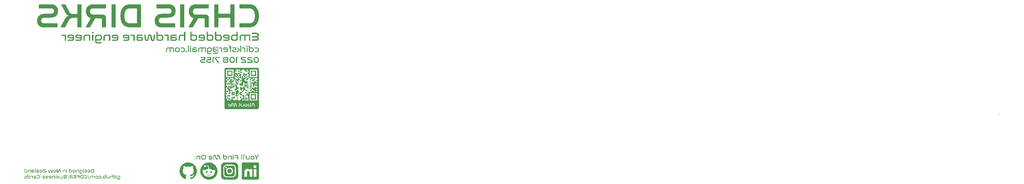
<source format=gbr>
%TF.GenerationSoftware,KiCad,Pcbnew,8.0.3*%
%TF.CreationDate,2024-07-09T14:43:51+12:00*%
%TF.ProjectId,USB Cable Tester,55534220-4361-4626-9c65-205465737465,rev?*%
%TF.SameCoordinates,Original*%
%TF.FileFunction,Legend,Bot*%
%TF.FilePolarity,Positive*%
%FSLAX46Y46*%
G04 Gerber Fmt 4.6, Leading zero omitted, Abs format (unit mm)*
G04 Created by KiCad (PCBNEW 8.0.3) date 2024-07-09 14:43:51*
%MOMM*%
%LPD*%
G01*
G04 APERTURE LIST*
%ADD10C,0.000000*%
%ADD11C,0.249999*%
%ADD12C,1.448000*%
%ADD13O,3.100000X1.300000*%
%ADD14C,2.100000*%
%ADD15C,0.650013*%
%ADD16O,2.400000X1.100000*%
%ADD17O,2.400000X1.700000*%
%ADD18C,0.700000*%
%ADD19O,1.800000X1.100000*%
%ADD20O,1.800000X0.950000*%
%ADD21C,1.400025*%
%ADD22C,1.600025*%
%ADD23C,0.500000*%
%ADD24C,5.100000*%
G04 APERTURE END LIST*
D10*
G36*
X35201206Y-51776009D02*
G01*
X35040707Y-51776009D01*
X35040707Y-51591507D01*
X35201206Y-51591507D01*
X35201206Y-51776009D01*
G37*
G36*
X17732216Y-51776012D02*
G01*
X17571716Y-51776012D01*
X17571716Y-51591511D01*
X17732216Y-51591511D01*
X17732216Y-51776012D01*
G37*
G36*
X13619214Y-52283012D02*
G01*
X13083714Y-52283012D01*
X13083714Y-52130013D01*
X13619214Y-52130013D01*
X13619214Y-52283012D01*
G37*
G36*
X35201206Y-52682007D02*
G01*
X35042206Y-52682007D01*
X35042206Y-51890007D01*
X35201206Y-51890007D01*
X35201206Y-52682007D01*
G37*
G36*
X34785702Y-51890007D02*
G01*
X34893707Y-51890007D01*
X34893707Y-52043007D01*
X34785706Y-52043007D01*
X34785706Y-52409008D01*
X34784874Y-52446187D01*
X34782357Y-52480170D01*
X34778122Y-52511069D01*
X34775349Y-52525396D01*
X34772135Y-52538993D01*
X34768475Y-52551873D01*
X34764365Y-52564051D01*
X34759800Y-52575540D01*
X34754777Y-52586354D01*
X34749291Y-52596506D01*
X34743339Y-52606011D01*
X34736916Y-52614882D01*
X34730018Y-52623133D01*
X34722641Y-52630777D01*
X34714781Y-52637829D01*
X34706434Y-52644301D01*
X34697595Y-52650209D01*
X34688261Y-52655564D01*
X34678427Y-52660383D01*
X34668090Y-52664677D01*
X34657244Y-52668460D01*
X34645887Y-52671747D01*
X34634014Y-52674552D01*
X34608702Y-52678767D01*
X34581277Y-52681215D01*
X34551704Y-52682007D01*
X34409203Y-52682007D01*
X34409203Y-52536507D01*
X34518703Y-52536507D01*
X34532259Y-52536148D01*
X34544813Y-52535045D01*
X34550720Y-52534201D01*
X34556382Y-52533155D01*
X34561803Y-52531902D01*
X34566985Y-52530437D01*
X34571929Y-52528754D01*
X34576638Y-52526848D01*
X34581114Y-52524715D01*
X34585360Y-52522348D01*
X34589377Y-52519743D01*
X34593167Y-52516894D01*
X34596734Y-52513796D01*
X34600078Y-52510445D01*
X34603203Y-52506834D01*
X34606110Y-52502958D01*
X34608802Y-52498813D01*
X34611281Y-52494393D01*
X34613549Y-52489693D01*
X34615608Y-52484707D01*
X34617461Y-52479431D01*
X34619109Y-52473859D01*
X34620555Y-52467986D01*
X34621801Y-52461806D01*
X34622849Y-52455316D01*
X34623702Y-52448508D01*
X34624362Y-52441379D01*
X34624830Y-52433922D01*
X34625202Y-52418007D01*
X34625202Y-52043007D01*
X34406200Y-52043007D01*
X34406200Y-51890007D01*
X34625202Y-51890007D01*
X34625202Y-51702507D01*
X34785702Y-51702507D01*
X34785702Y-51890007D01*
G37*
G36*
X32523712Y-52364006D02*
G01*
X32523910Y-52372657D01*
X32524501Y-52381168D01*
X32525485Y-52389529D01*
X32526859Y-52397732D01*
X32528622Y-52405768D01*
X32530772Y-52413629D01*
X32533308Y-52421304D01*
X32536228Y-52428787D01*
X32539530Y-52436067D01*
X32543213Y-52443137D01*
X32547275Y-52449986D01*
X32551714Y-52456607D01*
X32556529Y-52462991D01*
X32561719Y-52469129D01*
X32567280Y-52475012D01*
X32573213Y-52480631D01*
X32579514Y-52485978D01*
X32586183Y-52491044D01*
X32593218Y-52495819D01*
X32600617Y-52500296D01*
X32608379Y-52504465D01*
X32616501Y-52508318D01*
X32624983Y-52511845D01*
X32633822Y-52515039D01*
X32643017Y-52517889D01*
X32652567Y-52520388D01*
X32662469Y-52522527D01*
X32672723Y-52524297D01*
X32683325Y-52525688D01*
X32694276Y-52526693D01*
X32705572Y-52527303D01*
X32717213Y-52527508D01*
X32846214Y-52527508D01*
X32857859Y-52527303D01*
X32869168Y-52526693D01*
X32880139Y-52525688D01*
X32890769Y-52524297D01*
X32901056Y-52522527D01*
X32910998Y-52520389D01*
X32920593Y-52517890D01*
X32929839Y-52515039D01*
X32938733Y-52511846D01*
X32947274Y-52508318D01*
X32955458Y-52504466D01*
X32963284Y-52500297D01*
X32970750Y-52495820D01*
X32977854Y-52491045D01*
X32984592Y-52485979D01*
X32990964Y-52480633D01*
X32996966Y-52475014D01*
X33002598Y-52469131D01*
X33007855Y-52462993D01*
X33012737Y-52456609D01*
X33017241Y-52449988D01*
X33021365Y-52443138D01*
X33025107Y-52436069D01*
X33028464Y-52428789D01*
X33031434Y-52421306D01*
X33034016Y-52413630D01*
X33036206Y-52405770D01*
X33038003Y-52397733D01*
X33039405Y-52389530D01*
X33040408Y-52381169D01*
X33041012Y-52372658D01*
X33041214Y-52364006D01*
X33041214Y-51890007D01*
X33201710Y-51890007D01*
X33201710Y-52370007D01*
X33201367Y-52387002D01*
X33200340Y-52403668D01*
X33198631Y-52419989D01*
X33196240Y-52435953D01*
X33193169Y-52451546D01*
X33189419Y-52466754D01*
X33184992Y-52481563D01*
X33179889Y-52495959D01*
X33174112Y-52509929D01*
X33167661Y-52523459D01*
X33160539Y-52536536D01*
X33152746Y-52549145D01*
X33144284Y-52561272D01*
X33135154Y-52572905D01*
X33125358Y-52584029D01*
X33114897Y-52594631D01*
X33103773Y-52604697D01*
X33091986Y-52614213D01*
X33079539Y-52623165D01*
X33066432Y-52631540D01*
X33052667Y-52639323D01*
X33038245Y-52646502D01*
X33023168Y-52653063D01*
X33007437Y-52658991D01*
X32991053Y-52664273D01*
X32974018Y-52668896D01*
X32956334Y-52672845D01*
X32938001Y-52676106D01*
X32919021Y-52678667D01*
X32899395Y-52680513D01*
X32879125Y-52681631D01*
X32858212Y-52682007D01*
X32711212Y-52682007D01*
X32690299Y-52681631D01*
X32670028Y-52680513D01*
X32650402Y-52678667D01*
X32631422Y-52676106D01*
X32613089Y-52672845D01*
X32595404Y-52668896D01*
X32578369Y-52664273D01*
X32561985Y-52658991D01*
X32546254Y-52653063D01*
X32531177Y-52646502D01*
X32516755Y-52639323D01*
X32502990Y-52631540D01*
X32489883Y-52623165D01*
X32477436Y-52614213D01*
X32465649Y-52604697D01*
X32454525Y-52594631D01*
X32444064Y-52584029D01*
X32434268Y-52572905D01*
X32425139Y-52561272D01*
X32416677Y-52549145D01*
X32408884Y-52536536D01*
X32401762Y-52523459D01*
X32395311Y-52509929D01*
X32389534Y-52495959D01*
X32384431Y-52481563D01*
X32380004Y-52466754D01*
X32376254Y-52451546D01*
X32373184Y-52435953D01*
X32370793Y-52419989D01*
X32369083Y-52403668D01*
X32368056Y-52387002D01*
X32367714Y-52370007D01*
X32367714Y-51890007D01*
X32523712Y-51890007D01*
X32523712Y-52364006D01*
G37*
G36*
X31149714Y-52682007D02*
G01*
X30978714Y-52682007D01*
X30978714Y-52478008D01*
X31149714Y-52478008D01*
X31149714Y-52682007D01*
G37*
G36*
X30512308Y-51890385D02*
G01*
X30531426Y-51891521D01*
X30550059Y-51893416D01*
X30568197Y-51896072D01*
X30585832Y-51899490D01*
X30602952Y-51903672D01*
X30619549Y-51908620D01*
X30635612Y-51914335D01*
X30651133Y-51920820D01*
X30666102Y-51928075D01*
X30680509Y-51936102D01*
X30694344Y-51944904D01*
X30707598Y-51954481D01*
X30720261Y-51964835D01*
X30732324Y-51975969D01*
X30743777Y-51987883D01*
X30754610Y-52000579D01*
X30764814Y-52014059D01*
X30774379Y-52028324D01*
X30783295Y-52043377D01*
X30791554Y-52059218D01*
X30799144Y-52075850D01*
X30806058Y-52093274D01*
X30812284Y-52111492D01*
X30817814Y-52130505D01*
X30822638Y-52150315D01*
X30826746Y-52170924D01*
X30830129Y-52192334D01*
X30832777Y-52214545D01*
X30834680Y-52237560D01*
X30835829Y-52261380D01*
X30836214Y-52286007D01*
X30834680Y-52334454D01*
X30832777Y-52357469D01*
X30830129Y-52379680D01*
X30826746Y-52401089D01*
X30822638Y-52421698D01*
X30817814Y-52441509D01*
X30812284Y-52460522D01*
X30806058Y-52478740D01*
X30799144Y-52496164D01*
X30791554Y-52512796D01*
X30783295Y-52528637D01*
X30774379Y-52543690D01*
X30764814Y-52557955D01*
X30754610Y-52571435D01*
X30743777Y-52584131D01*
X30732324Y-52596045D01*
X30720261Y-52607178D01*
X30707598Y-52617533D01*
X30694344Y-52627110D01*
X30680509Y-52635911D01*
X30666102Y-52643939D01*
X30651133Y-52651194D01*
X30635612Y-52657678D01*
X30619549Y-52663394D01*
X30602952Y-52668342D01*
X30585832Y-52672524D01*
X30568197Y-52675942D01*
X30550059Y-52678598D01*
X30531426Y-52680493D01*
X30492714Y-52682007D01*
X30084715Y-52682007D01*
X30084715Y-52527508D01*
X30477715Y-52527508D01*
X30490424Y-52527300D01*
X30502680Y-52526674D01*
X30514485Y-52525624D01*
X30525844Y-52524145D01*
X30536758Y-52522230D01*
X30547232Y-52519875D01*
X30557268Y-52517073D01*
X30566871Y-52513820D01*
X30576043Y-52510110D01*
X30584787Y-52505938D01*
X30593108Y-52501298D01*
X30601008Y-52496184D01*
X30608490Y-52490591D01*
X30615558Y-52484513D01*
X30622215Y-52477946D01*
X30628465Y-52470883D01*
X30634310Y-52463319D01*
X30639754Y-52455249D01*
X30644801Y-52446666D01*
X30649453Y-52437566D01*
X30653714Y-52427944D01*
X30657587Y-52417792D01*
X30661076Y-52407107D01*
X30664183Y-52395883D01*
X30666913Y-52384113D01*
X30669268Y-52371793D01*
X30671251Y-52358917D01*
X30672867Y-52345480D01*
X30674118Y-52331476D01*
X30675007Y-52316899D01*
X30675714Y-52286007D01*
X30675007Y-52255098D01*
X30672867Y-52226469D01*
X30669268Y-52200082D01*
X30664183Y-52175897D01*
X30661076Y-52164618D01*
X30657587Y-52153874D01*
X30653714Y-52143661D01*
X30649453Y-52133973D01*
X30644801Y-52124806D01*
X30639754Y-52116155D01*
X30634310Y-52108015D01*
X30628465Y-52100381D01*
X30622215Y-52093248D01*
X30615558Y-52086611D01*
X30608490Y-52080465D01*
X30601008Y-52074805D01*
X30593108Y-52069627D01*
X30584787Y-52064924D01*
X30576043Y-52060693D01*
X30566871Y-52056929D01*
X30557268Y-52053625D01*
X30547232Y-52050779D01*
X30536758Y-52048383D01*
X30525844Y-52046435D01*
X30502680Y-52043857D01*
X30477715Y-52043007D01*
X30084715Y-52043007D01*
X30084715Y-51890007D01*
X30492714Y-51890007D01*
X30512308Y-51890385D01*
G37*
G36*
X29609308Y-51890385D02*
G01*
X29628426Y-51891521D01*
X29647059Y-51893416D01*
X29665198Y-51896072D01*
X29682832Y-51899490D01*
X29699952Y-51903672D01*
X29716549Y-51908620D01*
X29732613Y-51914335D01*
X29748134Y-51920820D01*
X29763102Y-51928075D01*
X29777509Y-51936102D01*
X29791344Y-51944904D01*
X29804598Y-51954481D01*
X29817261Y-51964835D01*
X29829324Y-51975969D01*
X29840777Y-51987883D01*
X29851610Y-52000579D01*
X29861814Y-52014059D01*
X29871379Y-52028324D01*
X29880295Y-52043377D01*
X29888554Y-52059218D01*
X29896144Y-52075850D01*
X29903058Y-52093274D01*
X29909285Y-52111492D01*
X29914815Y-52130505D01*
X29919638Y-52150315D01*
X29923746Y-52170924D01*
X29927129Y-52192334D01*
X29929777Y-52214545D01*
X29931680Y-52237560D01*
X29932829Y-52261380D01*
X29933214Y-52286007D01*
X29931680Y-52334454D01*
X29929777Y-52357469D01*
X29927129Y-52379680D01*
X29923746Y-52401089D01*
X29919638Y-52421698D01*
X29914815Y-52441509D01*
X29909285Y-52460522D01*
X29903058Y-52478740D01*
X29896144Y-52496164D01*
X29888554Y-52512796D01*
X29880295Y-52528637D01*
X29871379Y-52543690D01*
X29861814Y-52557955D01*
X29851610Y-52571435D01*
X29840777Y-52584131D01*
X29829324Y-52596045D01*
X29817261Y-52607178D01*
X29804598Y-52617533D01*
X29791344Y-52627110D01*
X29777509Y-52635911D01*
X29763102Y-52643939D01*
X29748134Y-52651194D01*
X29732613Y-52657678D01*
X29716549Y-52663394D01*
X29699952Y-52668342D01*
X29682832Y-52672524D01*
X29665198Y-52675942D01*
X29647059Y-52678598D01*
X29628426Y-52680493D01*
X29589714Y-52682007D01*
X29423214Y-52682007D01*
X29403752Y-52681629D01*
X29384750Y-52680493D01*
X29366216Y-52678598D01*
X29348161Y-52675942D01*
X29330597Y-52672524D01*
X29313533Y-52668342D01*
X29296980Y-52663394D01*
X29280949Y-52657678D01*
X29265449Y-52651194D01*
X29250491Y-52643939D01*
X29236086Y-52635911D01*
X29222244Y-52627110D01*
X29208975Y-52617533D01*
X29196290Y-52607178D01*
X29184200Y-52596045D01*
X29172714Y-52584131D01*
X29161844Y-52571435D01*
X29151599Y-52557955D01*
X29141991Y-52543690D01*
X29133029Y-52528637D01*
X29124724Y-52512796D01*
X29117086Y-52496164D01*
X29110126Y-52478740D01*
X29103855Y-52460522D01*
X29098282Y-52441509D01*
X29093418Y-52421698D01*
X29089274Y-52401089D01*
X29085860Y-52379680D01*
X29083187Y-52357469D01*
X29081264Y-52334454D01*
X29080103Y-52310634D01*
X29079714Y-52286007D01*
X29240213Y-52286007D01*
X29240937Y-52316899D01*
X29243123Y-52345480D01*
X29246789Y-52371793D01*
X29249183Y-52384113D01*
X29251956Y-52395883D01*
X29255108Y-52407107D01*
X29258643Y-52417792D01*
X29262563Y-52427944D01*
X29266871Y-52437566D01*
X29271568Y-52446666D01*
X29276659Y-52455249D01*
X29282144Y-52463319D01*
X29288026Y-52470883D01*
X29294308Y-52477946D01*
X29300993Y-52484513D01*
X29308083Y-52490591D01*
X29315580Y-52496184D01*
X29323487Y-52501298D01*
X29331806Y-52505938D01*
X29340539Y-52510110D01*
X29349690Y-52513820D01*
X29359261Y-52517073D01*
X29369253Y-52519875D01*
X29379671Y-52522230D01*
X29390515Y-52524145D01*
X29413495Y-52526674D01*
X29438213Y-52527508D01*
X29574713Y-52527508D01*
X29587422Y-52527300D01*
X29599678Y-52526674D01*
X29611484Y-52525624D01*
X29622842Y-52524145D01*
X29633756Y-52522230D01*
X29644230Y-52519875D01*
X29654267Y-52517073D01*
X29663869Y-52513820D01*
X29673041Y-52510110D01*
X29681786Y-52505938D01*
X29690106Y-52501298D01*
X29698006Y-52496184D01*
X29705488Y-52490591D01*
X29712556Y-52484513D01*
X29719213Y-52477946D01*
X29725463Y-52470883D01*
X29731308Y-52463319D01*
X29736752Y-52455249D01*
X29741799Y-52446666D01*
X29746451Y-52437566D01*
X29750712Y-52427944D01*
X29754585Y-52417792D01*
X29758074Y-52407107D01*
X29761182Y-52395883D01*
X29763911Y-52384113D01*
X29766266Y-52371793D01*
X29768250Y-52358917D01*
X29769865Y-52345480D01*
X29771116Y-52331476D01*
X29772005Y-52316899D01*
X29772713Y-52286007D01*
X29772005Y-52255098D01*
X29769865Y-52226469D01*
X29766266Y-52200082D01*
X29761182Y-52175897D01*
X29758074Y-52164618D01*
X29754585Y-52153874D01*
X29750712Y-52143661D01*
X29746451Y-52133973D01*
X29741799Y-52124806D01*
X29736752Y-52116155D01*
X29731308Y-52108015D01*
X29725463Y-52100381D01*
X29719213Y-52093248D01*
X29712556Y-52086611D01*
X29705488Y-52080465D01*
X29698006Y-52074805D01*
X29690106Y-52069627D01*
X29681786Y-52064924D01*
X29673041Y-52060693D01*
X29663869Y-52056929D01*
X29654267Y-52053625D01*
X29644230Y-52050779D01*
X29633756Y-52048383D01*
X29622842Y-52046435D01*
X29599678Y-52043857D01*
X29574713Y-52043007D01*
X29438213Y-52043007D01*
X29425636Y-52043219D01*
X29413495Y-52043857D01*
X29401789Y-52044928D01*
X29390515Y-52046435D01*
X29379671Y-52048383D01*
X29369253Y-52050779D01*
X29359261Y-52053625D01*
X29349690Y-52056929D01*
X29340539Y-52060693D01*
X29331806Y-52064924D01*
X29323487Y-52069627D01*
X29315580Y-52074805D01*
X29308083Y-52080465D01*
X29300993Y-52086611D01*
X29294308Y-52093248D01*
X29288026Y-52100381D01*
X29282144Y-52108015D01*
X29276659Y-52116155D01*
X29271568Y-52124806D01*
X29266871Y-52133973D01*
X29262563Y-52143661D01*
X29258643Y-52153874D01*
X29255108Y-52164618D01*
X29251956Y-52175897D01*
X29249183Y-52187717D01*
X29246789Y-52200082D01*
X29244769Y-52212998D01*
X29243123Y-52226469D01*
X29241846Y-52240501D01*
X29240937Y-52255098D01*
X29240213Y-52286007D01*
X29079714Y-52286007D01*
X29080103Y-52261380D01*
X29081264Y-52237560D01*
X29083187Y-52214545D01*
X29085860Y-52192334D01*
X29089274Y-52170924D01*
X29093418Y-52150315D01*
X29098282Y-52130505D01*
X29103854Y-52111492D01*
X29110126Y-52093274D01*
X29117085Y-52075850D01*
X29124723Y-52059218D01*
X29133028Y-52043377D01*
X29141990Y-52028324D01*
X29151599Y-52014059D01*
X29161843Y-52000579D01*
X29172714Y-51987883D01*
X29184199Y-51975969D01*
X29196289Y-51964835D01*
X29208974Y-51954481D01*
X29222243Y-51944904D01*
X29236085Y-51936102D01*
X29250490Y-51928075D01*
X29265448Y-51920820D01*
X29280948Y-51914335D01*
X29296980Y-51908620D01*
X29313533Y-51903672D01*
X29330597Y-51899490D01*
X29348161Y-51896072D01*
X29366215Y-51893416D01*
X29384749Y-51891521D01*
X29423214Y-51890007D01*
X29589714Y-51890007D01*
X29609308Y-51890385D01*
G37*
G36*
X28792561Y-51890367D02*
G01*
X28805808Y-51891478D01*
X28812027Y-51892330D01*
X28817979Y-51893389D01*
X28823668Y-51894659D01*
X28829096Y-51896147D01*
X28834268Y-51897860D01*
X28839186Y-51899803D01*
X28843853Y-51901982D01*
X28848271Y-51904403D01*
X28852445Y-51907073D01*
X28856377Y-51909997D01*
X28860069Y-51913181D01*
X28863526Y-51916632D01*
X28866750Y-51920355D01*
X28869744Y-51924357D01*
X28872511Y-51928643D01*
X28875054Y-51933220D01*
X28877377Y-51938093D01*
X28879482Y-51943269D01*
X28881371Y-51948754D01*
X28883050Y-51954554D01*
X28884519Y-51960674D01*
X28885783Y-51967122D01*
X28886844Y-51973902D01*
X28887705Y-51981021D01*
X28888840Y-51996300D01*
X28889214Y-52013008D01*
X28889214Y-52682007D01*
X28730213Y-52682007D01*
X28730213Y-52065506D01*
X28730142Y-52062781D01*
X28729929Y-52060233D01*
X28729570Y-52057860D01*
X28729336Y-52056739D01*
X28729065Y-52055663D01*
X28728756Y-52054630D01*
X28728409Y-52053641D01*
X28728025Y-52052696D01*
X28727603Y-52051796D01*
X28727142Y-52050939D01*
X28726642Y-52050126D01*
X28726103Y-52049357D01*
X28725525Y-52048632D01*
X28724908Y-52047951D01*
X28724251Y-52047313D01*
X28723553Y-52046720D01*
X28722815Y-52046171D01*
X28722037Y-52045665D01*
X28721217Y-52045204D01*
X28720357Y-52044787D01*
X28719455Y-52044413D01*
X28718511Y-52044084D01*
X28717525Y-52043798D01*
X28716497Y-52043556D01*
X28715426Y-52043358D01*
X28714313Y-52043205D01*
X28713156Y-52043095D01*
X28711956Y-52043029D01*
X28710712Y-52043007D01*
X28308712Y-52043007D01*
X28308712Y-52682007D01*
X28148212Y-52682007D01*
X28148212Y-52043007D01*
X27962212Y-52043007D01*
X27932095Y-52043812D01*
X27904160Y-52046215D01*
X27878374Y-52050195D01*
X27866276Y-52052771D01*
X27854704Y-52055734D01*
X27843652Y-52059081D01*
X27833117Y-52062810D01*
X27823094Y-52066919D01*
X27813580Y-52071404D01*
X27804569Y-52076265D01*
X27796060Y-52081498D01*
X27788046Y-52087100D01*
X27780524Y-52093070D01*
X27773490Y-52099404D01*
X27766939Y-52106100D01*
X27760868Y-52113157D01*
X27755273Y-52120571D01*
X27750149Y-52128339D01*
X27745492Y-52136460D01*
X27741298Y-52144931D01*
X27737563Y-52153749D01*
X27734283Y-52162913D01*
X27731453Y-52172419D01*
X27729070Y-52182264D01*
X27727130Y-52192448D01*
X27724560Y-52213817D01*
X27723711Y-52236507D01*
X27723711Y-52682007D01*
X27563211Y-52682007D01*
X27563211Y-52236507D01*
X27563598Y-52216245D01*
X27564759Y-52196526D01*
X27566696Y-52177356D01*
X27569408Y-52158741D01*
X27572897Y-52140690D01*
X27577163Y-52123207D01*
X27582208Y-52106300D01*
X27588032Y-52089975D01*
X27594636Y-52074240D01*
X27602021Y-52059099D01*
X27610187Y-52044561D01*
X27619136Y-52030632D01*
X27628869Y-52017317D01*
X27639385Y-52004625D01*
X27650687Y-51992561D01*
X27662774Y-51981132D01*
X27675648Y-51970344D01*
X27689309Y-51960205D01*
X27703759Y-51950720D01*
X27718997Y-51941897D01*
X27735026Y-51933742D01*
X27751845Y-51926262D01*
X27769456Y-51919462D01*
X27787860Y-51913351D01*
X27807056Y-51907933D01*
X27827047Y-51903217D01*
X27847832Y-51899208D01*
X27869413Y-51895913D01*
X27891791Y-51893339D01*
X27914966Y-51891492D01*
X27938939Y-51890379D01*
X27963711Y-51890007D01*
X28778213Y-51890007D01*
X28792561Y-51890367D01*
G37*
G36*
X24156715Y-51669510D02*
G01*
X24181410Y-51669938D01*
X24205157Y-51671210D01*
X24227968Y-51673310D01*
X24249853Y-51676222D01*
X24270823Y-51679927D01*
X24290888Y-51684411D01*
X24310060Y-51689655D01*
X24328348Y-51695643D01*
X24345764Y-51702358D01*
X24362319Y-51709784D01*
X24378023Y-51717903D01*
X24392886Y-51726700D01*
X24406920Y-51736157D01*
X24420136Y-51746258D01*
X24432543Y-51756985D01*
X24444153Y-51768322D01*
X24454976Y-51780253D01*
X24465024Y-51792760D01*
X24474306Y-51805826D01*
X24482834Y-51819436D01*
X24490618Y-51833572D01*
X24497669Y-51848218D01*
X24503998Y-51863356D01*
X24509614Y-51878970D01*
X24514530Y-51895043D01*
X24518756Y-51911559D01*
X24525180Y-51945852D01*
X24528971Y-51981713D01*
X24530216Y-52019009D01*
X24530216Y-52682007D01*
X24353216Y-52682007D01*
X24353216Y-52281506D01*
X23742716Y-52281506D01*
X23742716Y-52113506D01*
X24353216Y-52113506D01*
X24353216Y-52017506D01*
X24352638Y-52000012D01*
X24350840Y-51983026D01*
X24349454Y-51974750D01*
X24347728Y-51966633D01*
X24345650Y-51958686D01*
X24343208Y-51950919D01*
X24340391Y-51943343D01*
X24337185Y-51935970D01*
X24333581Y-51928809D01*
X24329565Y-51921871D01*
X24325126Y-51915167D01*
X24320252Y-51908708D01*
X24314932Y-51902504D01*
X24309154Y-51896567D01*
X24302905Y-51890906D01*
X24296174Y-51885533D01*
X24288949Y-51880458D01*
X24281219Y-51875693D01*
X24272971Y-51871247D01*
X24264194Y-51867131D01*
X24254876Y-51863357D01*
X24245005Y-51859934D01*
X24234569Y-51856874D01*
X24223557Y-51854187D01*
X24211957Y-51851884D01*
X24199756Y-51849976D01*
X24186944Y-51848473D01*
X24173507Y-51847386D01*
X24159435Y-51846727D01*
X24144716Y-51846504D01*
X23736715Y-51846504D01*
X23736715Y-51669506D01*
X24156715Y-51669510D01*
G37*
G36*
X22490215Y-51669510D02*
G01*
X22490215Y-51846508D01*
X21935215Y-51846508D01*
X21926232Y-51846687D01*
X21917564Y-51847216D01*
X21909208Y-51848088D01*
X21901163Y-51849291D01*
X21893427Y-51850818D01*
X21885997Y-51852658D01*
X21878873Y-51854803D01*
X21872051Y-51857242D01*
X21865530Y-51859968D01*
X21859309Y-51862969D01*
X21853384Y-51866238D01*
X21847755Y-51869764D01*
X21842419Y-51873538D01*
X21837375Y-51877552D01*
X21832620Y-51881795D01*
X21828152Y-51886258D01*
X21823970Y-51890932D01*
X21820072Y-51895808D01*
X21816456Y-51900876D01*
X21813120Y-51906127D01*
X21810061Y-51911552D01*
X21807279Y-51917141D01*
X21804771Y-51922884D01*
X21802535Y-51928774D01*
X21800569Y-51934799D01*
X21798871Y-51940951D01*
X21796274Y-51953599D01*
X21794727Y-51966643D01*
X21794214Y-51980007D01*
X21794694Y-51993456D01*
X21796151Y-52006737D01*
X21798614Y-52019755D01*
X21802113Y-52032413D01*
X21804259Y-52038576D01*
X21806675Y-52044613D01*
X21809363Y-52050512D01*
X21812329Y-52056260D01*
X21815574Y-52061846D01*
X21819103Y-52067257D01*
X21822920Y-52072481D01*
X21827027Y-52077506D01*
X21831429Y-52082320D01*
X21836129Y-52086912D01*
X21841130Y-52091268D01*
X21846436Y-52095377D01*
X21852052Y-52099227D01*
X21857979Y-52102805D01*
X21864222Y-52106100D01*
X21870785Y-52109100D01*
X21877671Y-52111792D01*
X21884883Y-52114164D01*
X21892426Y-52116204D01*
X21900302Y-52117901D01*
X21908515Y-52119241D01*
X21917070Y-52120214D01*
X21925968Y-52120806D01*
X21935215Y-52121006D01*
X22329716Y-52121006D01*
X22349794Y-52121556D01*
X22368417Y-52123227D01*
X22377190Y-52124492D01*
X22385608Y-52126049D01*
X22393673Y-52127901D01*
X22401388Y-52130053D01*
X22408756Y-52132508D01*
X22415779Y-52135270D01*
X22422461Y-52138343D01*
X22428804Y-52141731D01*
X22434810Y-52145437D01*
X22440484Y-52149466D01*
X22445826Y-52153821D01*
X22450841Y-52158506D01*
X22455530Y-52163526D01*
X22459897Y-52168883D01*
X22463945Y-52174581D01*
X22467675Y-52180626D01*
X22471091Y-52187019D01*
X22474196Y-52193766D01*
X22476992Y-52200870D01*
X22479482Y-52208334D01*
X22481668Y-52216164D01*
X22483555Y-52224362D01*
X22485143Y-52232932D01*
X22486437Y-52241879D01*
X22487438Y-52251206D01*
X22488150Y-52260917D01*
X22488716Y-52281506D01*
X22488716Y-52682007D01*
X22311716Y-52682007D01*
X22311716Y-52316006D01*
X22311690Y-52314349D01*
X22311611Y-52312753D01*
X22311480Y-52311217D01*
X22311297Y-52309742D01*
X22311063Y-52308325D01*
X22310777Y-52306968D01*
X22310440Y-52305668D01*
X22310052Y-52304427D01*
X22309614Y-52303242D01*
X22309125Y-52302114D01*
X22308586Y-52301042D01*
X22307998Y-52300026D01*
X22307360Y-52299065D01*
X22306674Y-52298158D01*
X22305938Y-52297304D01*
X22305153Y-52296505D01*
X22304321Y-52295757D01*
X22303440Y-52295062D01*
X22302511Y-52294419D01*
X22301535Y-52293827D01*
X22300512Y-52293285D01*
X22299442Y-52292793D01*
X22298325Y-52292351D01*
X22297161Y-52291958D01*
X22295952Y-52291613D01*
X22294696Y-52291315D01*
X22293396Y-52291065D01*
X22292049Y-52290862D01*
X22289222Y-52290593D01*
X22286217Y-52290504D01*
X22022217Y-52290504D01*
X21791216Y-52682003D01*
X21594715Y-52682003D01*
X21830215Y-52277004D01*
X21816007Y-52272661D01*
X21802346Y-52267800D01*
X21789226Y-52262440D01*
X21776641Y-52256599D01*
X21764584Y-52250296D01*
X21753049Y-52243548D01*
X21742030Y-52236374D01*
X21731520Y-52228794D01*
X21721514Y-52220824D01*
X21712005Y-52212484D01*
X21702986Y-52203791D01*
X21694451Y-52194765D01*
X21686394Y-52185424D01*
X21678809Y-52175785D01*
X21671689Y-52165869D01*
X21665028Y-52155692D01*
X21658820Y-52145273D01*
X21653058Y-52134631D01*
X21647736Y-52123784D01*
X21642847Y-52112751D01*
X21638386Y-52101550D01*
X21634346Y-52090198D01*
X21627504Y-52067121D01*
X21622271Y-52043665D01*
X21618595Y-52019979D01*
X21616427Y-51996210D01*
X21615715Y-51972504D01*
X21616866Y-51942404D01*
X21618313Y-51927594D01*
X21620350Y-51912973D01*
X21622982Y-51898562D01*
X21626216Y-51884385D01*
X21630057Y-51870462D01*
X21634512Y-51856816D01*
X21639586Y-51843470D01*
X21645287Y-51830443D01*
X21651618Y-51817760D01*
X21658588Y-51805441D01*
X21666202Y-51793509D01*
X21674465Y-51781986D01*
X21683384Y-51770893D01*
X21692965Y-51760253D01*
X21703214Y-51750088D01*
X21714137Y-51740419D01*
X21725740Y-51731269D01*
X21738030Y-51722659D01*
X21751011Y-51714612D01*
X21764690Y-51707149D01*
X21779074Y-51700293D01*
X21794168Y-51694065D01*
X21809979Y-51688488D01*
X21826511Y-51683583D01*
X21843772Y-51679372D01*
X21861768Y-51675877D01*
X21880504Y-51673121D01*
X21899987Y-51671125D01*
X21920222Y-51669912D01*
X21941216Y-51669502D01*
X22490215Y-51669510D01*
G37*
G36*
X34251709Y-52682011D02*
G01*
X34092709Y-52682011D01*
X34092709Y-52043011D01*
X33813709Y-52043011D01*
X33783840Y-52043849D01*
X33756088Y-52046342D01*
X33742998Y-52048198D01*
X33730428Y-52050456D01*
X33718375Y-52053111D01*
X33706834Y-52056159D01*
X33695803Y-52059596D01*
X33685279Y-52063418D01*
X33675258Y-52067620D01*
X33665737Y-52072199D01*
X33656712Y-52077150D01*
X33648181Y-52082470D01*
X33640139Y-52088154D01*
X33632585Y-52094198D01*
X33625513Y-52100598D01*
X33618922Y-52107349D01*
X33612808Y-52114449D01*
X33607167Y-52121892D01*
X33601996Y-52129675D01*
X33597293Y-52137793D01*
X33593053Y-52146242D01*
X33589273Y-52155018D01*
X33585950Y-52164118D01*
X33583081Y-52173536D01*
X33580662Y-52183269D01*
X33578691Y-52193312D01*
X33576076Y-52214315D01*
X33575211Y-52236511D01*
X33575211Y-52682011D01*
X33414711Y-52682011D01*
X33414711Y-52236511D01*
X33415098Y-52216381D01*
X33416259Y-52196777D01*
X33418194Y-52177707D01*
X33420904Y-52159177D01*
X33424390Y-52141195D01*
X33428653Y-52123769D01*
X33433692Y-52106906D01*
X33439508Y-52090613D01*
X33446102Y-52074899D01*
X33453474Y-52059769D01*
X33461626Y-52045232D01*
X33470557Y-52031296D01*
X33480267Y-52017967D01*
X33490759Y-52005253D01*
X33502032Y-51993161D01*
X33514086Y-51981699D01*
X33526922Y-51970874D01*
X33540541Y-51960694D01*
X33554944Y-51951166D01*
X33570130Y-51942297D01*
X33586101Y-51934096D01*
X33602857Y-51926568D01*
X33620398Y-51919722D01*
X33638726Y-51913566D01*
X33657840Y-51908106D01*
X33677741Y-51903349D01*
X33698430Y-51899305D01*
X33719907Y-51895979D01*
X33742173Y-51893379D01*
X33765228Y-51891513D01*
X33789074Y-51890388D01*
X33813709Y-51890011D01*
X34092709Y-51890011D01*
X34092709Y-51546513D01*
X34251709Y-51546509D01*
X34251709Y-52682011D01*
G37*
G36*
X32144211Y-52343010D02*
G01*
X32143036Y-52384390D01*
X32139520Y-52423038D01*
X32136890Y-52441339D01*
X32133681Y-52458960D01*
X32129894Y-52475902D01*
X32125531Y-52492167D01*
X32120596Y-52507754D01*
X32115088Y-52522666D01*
X32109011Y-52536904D01*
X32102367Y-52550467D01*
X32095156Y-52563359D01*
X32087382Y-52575579D01*
X32079046Y-52587129D01*
X32070149Y-52598011D01*
X32060695Y-52608224D01*
X32050684Y-52617770D01*
X32040119Y-52626650D01*
X32029002Y-52634866D01*
X32017334Y-52642418D01*
X32005118Y-52649308D01*
X31992356Y-52655536D01*
X31979048Y-52661104D01*
X31965198Y-52666013D01*
X31950807Y-52670264D01*
X31935877Y-52673858D01*
X31920411Y-52676796D01*
X31904409Y-52679079D01*
X31887874Y-52680708D01*
X31853212Y-52682011D01*
X31634213Y-52682011D01*
X31614755Y-52681632D01*
X31595765Y-52680497D01*
X31577251Y-52678602D01*
X31559224Y-52675946D01*
X31541694Y-52672528D01*
X31524670Y-52668346D01*
X31508163Y-52663398D01*
X31492181Y-52657682D01*
X31476736Y-52651198D01*
X31461837Y-52643943D01*
X31447494Y-52635915D01*
X31433717Y-52627114D01*
X31420515Y-52617537D01*
X31407899Y-52607182D01*
X31395878Y-52596049D01*
X31384462Y-52584135D01*
X31373662Y-52571439D01*
X31363487Y-52557959D01*
X31353947Y-52543693D01*
X31345052Y-52528641D01*
X31336812Y-52512799D01*
X31329236Y-52496167D01*
X31322335Y-52478743D01*
X31316118Y-52460526D01*
X31310596Y-52441512D01*
X31305778Y-52421702D01*
X31301674Y-52401093D01*
X31298294Y-52379684D01*
X31295648Y-52357473D01*
X31293745Y-52334458D01*
X31292597Y-52310638D01*
X31292212Y-52286011D01*
X31292212Y-52286007D01*
X31452713Y-52286007D01*
X31453421Y-52316899D01*
X31455561Y-52345480D01*
X31459160Y-52371793D01*
X31464244Y-52395883D01*
X31467352Y-52407107D01*
X31470840Y-52417792D01*
X31474714Y-52427944D01*
X31478975Y-52437566D01*
X31483627Y-52446666D01*
X31488673Y-52455249D01*
X31494118Y-52463319D01*
X31499963Y-52470883D01*
X31506212Y-52477946D01*
X31512870Y-52484513D01*
X31519938Y-52490591D01*
X31527420Y-52496184D01*
X31535320Y-52501298D01*
X31543640Y-52505938D01*
X31552385Y-52510110D01*
X31561557Y-52513820D01*
X31571159Y-52517073D01*
X31581196Y-52519875D01*
X31591670Y-52522230D01*
X31602584Y-52524145D01*
X31625748Y-52526674D01*
X31650713Y-52527508D01*
X31806713Y-52527508D01*
X31829976Y-52526835D01*
X31840923Y-52525988D01*
X31851420Y-52524795D01*
X31861473Y-52523253D01*
X31871088Y-52521358D01*
X31880271Y-52519105D01*
X31889025Y-52516492D01*
X31897358Y-52513514D01*
X31905275Y-52510168D01*
X31912780Y-52506449D01*
X31919881Y-52502354D01*
X31926581Y-52497878D01*
X31932887Y-52493019D01*
X31938804Y-52487772D01*
X31944338Y-52482133D01*
X31949493Y-52476099D01*
X31954277Y-52469665D01*
X31958693Y-52462828D01*
X31962748Y-52455584D01*
X31966447Y-52447929D01*
X31969795Y-52439860D01*
X31972798Y-52431371D01*
X31975462Y-52422461D01*
X31977792Y-52413124D01*
X31979794Y-52403357D01*
X31981472Y-52393156D01*
X31982833Y-52382517D01*
X31984625Y-52359910D01*
X31985212Y-52335506D01*
X31985212Y-52043007D01*
X31650713Y-52043007D01*
X31638003Y-52043219D01*
X31625748Y-52043857D01*
X31613942Y-52044928D01*
X31602584Y-52046435D01*
X31591670Y-52048383D01*
X31581196Y-52050779D01*
X31571159Y-52053625D01*
X31561557Y-52056929D01*
X31552385Y-52060693D01*
X31543640Y-52064924D01*
X31535320Y-52069627D01*
X31527420Y-52074805D01*
X31519938Y-52080465D01*
X31512870Y-52086611D01*
X31506212Y-52093248D01*
X31499963Y-52100381D01*
X31494118Y-52108015D01*
X31488673Y-52116155D01*
X31483627Y-52124806D01*
X31478975Y-52133973D01*
X31474714Y-52143661D01*
X31470840Y-52153874D01*
X31467352Y-52164618D01*
X31464244Y-52175897D01*
X31461515Y-52187717D01*
X31459160Y-52200082D01*
X31457176Y-52212998D01*
X31455561Y-52226469D01*
X31454310Y-52240501D01*
X31453421Y-52255098D01*
X31452713Y-52286007D01*
X31292212Y-52286007D01*
X31293745Y-52237564D01*
X31295648Y-52214549D01*
X31298294Y-52192337D01*
X31301674Y-52170928D01*
X31305777Y-52150319D01*
X31310595Y-52130509D01*
X31316118Y-52111496D01*
X31322334Y-52093278D01*
X31329235Y-52075854D01*
X31336811Y-52059222D01*
X31345051Y-52043381D01*
X31353946Y-52028328D01*
X31363486Y-52014063D01*
X31373661Y-52000583D01*
X31384461Y-51987886D01*
X31395877Y-51975973D01*
X31407897Y-51964839D01*
X31420514Y-51954485D01*
X31433715Y-51944908D01*
X31447493Y-51936106D01*
X31461836Y-51928079D01*
X31476735Y-51920824D01*
X31492180Y-51914339D01*
X31508161Y-51908624D01*
X31524669Y-51903676D01*
X31541692Y-51899494D01*
X31559223Y-51896075D01*
X31577249Y-51893420D01*
X31595763Y-51891525D01*
X31634211Y-51890011D01*
X31985210Y-51890011D01*
X31985210Y-51546513D01*
X32144211Y-51546509D01*
X32144211Y-52343010D01*
G37*
G36*
X26256893Y-51669998D02*
G01*
X26283301Y-51671463D01*
X26308933Y-51673906D01*
X26333782Y-51677329D01*
X26357842Y-51681733D01*
X26381108Y-51687120D01*
X26403572Y-51693490D01*
X26425229Y-51700846D01*
X26446074Y-51709188D01*
X26466099Y-51718518D01*
X26485300Y-51728837D01*
X26503669Y-51740148D01*
X26521201Y-51752450D01*
X26537890Y-51765745D01*
X26553730Y-51780036D01*
X26568714Y-51795322D01*
X26582837Y-51811607D01*
X26596093Y-51828890D01*
X26608475Y-51847173D01*
X26619978Y-51866458D01*
X26630595Y-51886746D01*
X26640321Y-51908039D01*
X26649149Y-51930337D01*
X26657073Y-51953643D01*
X26664088Y-51977957D01*
X26670187Y-52003281D01*
X26675365Y-52029616D01*
X26679614Y-52056964D01*
X26682930Y-52085326D01*
X26685306Y-52114703D01*
X26686736Y-52145098D01*
X26687214Y-52176510D01*
X26685322Y-52238052D01*
X26682966Y-52267310D01*
X26679676Y-52295561D01*
X26675457Y-52322805D01*
X26670316Y-52349044D01*
X26664256Y-52374279D01*
X26657284Y-52398510D01*
X26649404Y-52421740D01*
X26640623Y-52443969D01*
X26630944Y-52465198D01*
X26620373Y-52485428D01*
X26608916Y-52504661D01*
X26596577Y-52522898D01*
X26583362Y-52540139D01*
X26569276Y-52556386D01*
X26554325Y-52571639D01*
X26538512Y-52585901D01*
X26521845Y-52599171D01*
X26504328Y-52611452D01*
X26485965Y-52622744D01*
X26466764Y-52633048D01*
X26446727Y-52642366D01*
X26425862Y-52650698D01*
X26404172Y-52658046D01*
X26381664Y-52664411D01*
X26358342Y-52669793D01*
X26334212Y-52674194D01*
X26309279Y-52677616D01*
X26283548Y-52680058D01*
X26229713Y-52682011D01*
X25838213Y-52682011D01*
X25838213Y-52505013D01*
X26229713Y-52505013D01*
X26247807Y-52504726D01*
X26265246Y-52503861D01*
X26282036Y-52502412D01*
X26298183Y-52500372D01*
X26313692Y-52497734D01*
X26328568Y-52494492D01*
X26342815Y-52490639D01*
X26356440Y-52486169D01*
X26369448Y-52481074D01*
X26381843Y-52475349D01*
X26393632Y-52468987D01*
X26404818Y-52461981D01*
X26415408Y-52454325D01*
X26425407Y-52446012D01*
X26434820Y-52437035D01*
X26443651Y-52427388D01*
X26451907Y-52417064D01*
X26459593Y-52406057D01*
X26466713Y-52394360D01*
X26473273Y-52381966D01*
X26479279Y-52368869D01*
X26484735Y-52355063D01*
X26489646Y-52340540D01*
X26494019Y-52325294D01*
X26497857Y-52309319D01*
X26501167Y-52292608D01*
X26503953Y-52275154D01*
X26506221Y-52256951D01*
X26507976Y-52237992D01*
X26509223Y-52218270D01*
X26510214Y-52176514D01*
X26509206Y-52134493D01*
X26506159Y-52095581D01*
X26501038Y-52059724D01*
X26497689Y-52042923D01*
X26493807Y-52026866D01*
X26489390Y-52011544D01*
X26484432Y-51996952D01*
X26478930Y-51983082D01*
X26472878Y-51969927D01*
X26466272Y-51957481D01*
X26459108Y-51945737D01*
X26451382Y-51934687D01*
X26443089Y-51924326D01*
X26434224Y-51914646D01*
X26424784Y-51905640D01*
X26414764Y-51897301D01*
X26404159Y-51889623D01*
X26392965Y-51882599D01*
X26381178Y-51876221D01*
X26368794Y-51870484D01*
X26355807Y-51865380D01*
X26342214Y-51860901D01*
X26328010Y-51857043D01*
X26313191Y-51853796D01*
X26297752Y-51851156D01*
X26264999Y-51847664D01*
X26229713Y-51846512D01*
X25838213Y-51846512D01*
X25838213Y-51669514D01*
X26229713Y-51669510D01*
X26256893Y-51669998D01*
G37*
G36*
X25553052Y-51669827D02*
G01*
X25557958Y-51670223D01*
X25562689Y-51670778D01*
X25567248Y-51671493D01*
X25571633Y-51672367D01*
X25575846Y-51673402D01*
X25579887Y-51674596D01*
X25583756Y-51675951D01*
X25587455Y-51677466D01*
X25590983Y-51679142D01*
X25594342Y-51680980D01*
X25597531Y-51682979D01*
X25600552Y-51685140D01*
X25603404Y-51687462D01*
X25606090Y-51689948D01*
X25608608Y-51692595D01*
X25610959Y-51695406D01*
X25613145Y-51698380D01*
X25615166Y-51701517D01*
X25617021Y-51704818D01*
X25618713Y-51708283D01*
X25620241Y-51711912D01*
X25621605Y-51715706D01*
X25622807Y-51719664D01*
X25623847Y-51723788D01*
X25624726Y-51728076D01*
X25625443Y-51732531D01*
X25626000Y-51737151D01*
X25626398Y-51741938D01*
X25626715Y-51752010D01*
X25626715Y-52599510D01*
X25626398Y-52609583D01*
X25626000Y-52614369D01*
X25625443Y-52618990D01*
X25624726Y-52623444D01*
X25623847Y-52627733D01*
X25622807Y-52631857D01*
X25621605Y-52635815D01*
X25620241Y-52639609D01*
X25618713Y-52643238D01*
X25617021Y-52646703D01*
X25615166Y-52650004D01*
X25613145Y-52653141D01*
X25610959Y-52656115D01*
X25608608Y-52658925D01*
X25606090Y-52661573D01*
X25603404Y-52664058D01*
X25600552Y-52666381D01*
X25597531Y-52668542D01*
X25594342Y-52670541D01*
X25590983Y-52672378D01*
X25587455Y-52674055D01*
X25583756Y-52675570D01*
X25579887Y-52676925D01*
X25575846Y-52678119D01*
X25571633Y-52679153D01*
X25567248Y-52680027D01*
X25562689Y-52680742D01*
X25557958Y-52681297D01*
X25553052Y-52681694D01*
X25542715Y-52682011D01*
X25185715Y-52682011D01*
X25158276Y-52681527D01*
X25131649Y-52680074D01*
X25105839Y-52677651D01*
X25080849Y-52674256D01*
X25056683Y-52669886D01*
X25033345Y-52664539D01*
X25010839Y-52658214D01*
X24989168Y-52650909D01*
X24968336Y-52642622D01*
X24948348Y-52633350D01*
X24929206Y-52623093D01*
X24910916Y-52611847D01*
X24893480Y-52599612D01*
X24876903Y-52586385D01*
X24861188Y-52572164D01*
X24846340Y-52556948D01*
X24832361Y-52540734D01*
X24819257Y-52523520D01*
X24807030Y-52505305D01*
X24795686Y-52486087D01*
X24785226Y-52465864D01*
X24775656Y-52444633D01*
X24766979Y-52422393D01*
X24759199Y-52399143D01*
X24752321Y-52374879D01*
X24746346Y-52349601D01*
X24741281Y-52323305D01*
X24737127Y-52295991D01*
X24733890Y-52267657D01*
X24731573Y-52238300D01*
X24730181Y-52207918D01*
X24729715Y-52176510D01*
X24729761Y-52175007D01*
X24906715Y-52175007D01*
X24907690Y-52217027D01*
X24910644Y-52255939D01*
X24915624Y-52291797D01*
X24918888Y-52308597D01*
X24922676Y-52324655D01*
X24926994Y-52339976D01*
X24931847Y-52354569D01*
X24937241Y-52368439D01*
X24943181Y-52381594D01*
X24949675Y-52394040D01*
X24956726Y-52405784D01*
X24964342Y-52416833D01*
X24972528Y-52427195D01*
X24981289Y-52436875D01*
X24990632Y-52445881D01*
X25000562Y-52454219D01*
X25011086Y-52461897D01*
X25022207Y-52468922D01*
X25033934Y-52475299D01*
X25046270Y-52481037D01*
X25059223Y-52486141D01*
X25072798Y-52490619D01*
X25087000Y-52494478D01*
X25101835Y-52497724D01*
X25117310Y-52500365D01*
X25150199Y-52503857D01*
X25185715Y-52505009D01*
X25430214Y-52505009D01*
X25432658Y-52504955D01*
X25434928Y-52504789D01*
X25437027Y-52504504D01*
X25438013Y-52504315D01*
X25438956Y-52504094D01*
X25439858Y-52503840D01*
X25440719Y-52503553D01*
X25441538Y-52503230D01*
X25442317Y-52502873D01*
X25443055Y-52502478D01*
X25443752Y-52502047D01*
X25444409Y-52501578D01*
X25445027Y-52501071D01*
X25445605Y-52500523D01*
X25446144Y-52499935D01*
X25446643Y-52499307D01*
X25447104Y-52498636D01*
X25447527Y-52497922D01*
X25447911Y-52497164D01*
X25448257Y-52496363D01*
X25448566Y-52495515D01*
X25448838Y-52494622D01*
X25449072Y-52493682D01*
X25449269Y-52492693D01*
X25449430Y-52491657D01*
X25449555Y-52490570D01*
X25449644Y-52489434D01*
X25449715Y-52487007D01*
X25449715Y-51864510D01*
X25449697Y-51863270D01*
X25449644Y-51862083D01*
X25449555Y-51860946D01*
X25449430Y-51859860D01*
X25449269Y-51858823D01*
X25449072Y-51857835D01*
X25448838Y-51856895D01*
X25448566Y-51856001D01*
X25448257Y-51855154D01*
X25447911Y-51854352D01*
X25447527Y-51853595D01*
X25447104Y-51852881D01*
X25446643Y-51852210D01*
X25446144Y-51851581D01*
X25445605Y-51850994D01*
X25445027Y-51850446D01*
X25444409Y-51849938D01*
X25443752Y-51849469D01*
X25443055Y-51849038D01*
X25442317Y-51848644D01*
X25441538Y-51848286D01*
X25440719Y-51847964D01*
X25439858Y-51847676D01*
X25438956Y-51847422D01*
X25438013Y-51847201D01*
X25437027Y-51847012D01*
X25434928Y-51846728D01*
X25432658Y-51846562D01*
X25430214Y-51846508D01*
X25185715Y-51846508D01*
X25167626Y-51846795D01*
X25150199Y-51847659D01*
X25133429Y-51849108D01*
X25117309Y-51851149D01*
X25101835Y-51853786D01*
X25086999Y-51857029D01*
X25072797Y-51860881D01*
X25059222Y-51865352D01*
X25046270Y-51870446D01*
X25033933Y-51876171D01*
X25022207Y-51882533D01*
X25011085Y-51889539D01*
X25000562Y-51897196D01*
X24990632Y-51905509D01*
X24981289Y-51914486D01*
X24972527Y-51924133D01*
X24964342Y-51934457D01*
X24956726Y-51945464D01*
X24949674Y-51957161D01*
X24943181Y-51969555D01*
X24937240Y-51982651D01*
X24931846Y-51996458D01*
X24926994Y-52010981D01*
X24922676Y-52026226D01*
X24918888Y-52042201D01*
X24915624Y-52058913D01*
X24912878Y-52076367D01*
X24910644Y-52094570D01*
X24907690Y-52133250D01*
X24906715Y-52175007D01*
X24729761Y-52175007D01*
X24731590Y-52114456D01*
X24733926Y-52084980D01*
X24737189Y-52056534D01*
X24741373Y-52029116D01*
X24746475Y-52002724D01*
X24752489Y-51977356D01*
X24759411Y-51953010D01*
X24767235Y-51929684D01*
X24775959Y-51907375D01*
X24785575Y-51886080D01*
X24796081Y-51865799D01*
X24807472Y-51846529D01*
X24819742Y-51828267D01*
X24832887Y-51811012D01*
X24846903Y-51794760D01*
X24861784Y-51779511D01*
X24877526Y-51765261D01*
X24894125Y-51752009D01*
X24911575Y-51739752D01*
X24929873Y-51728489D01*
X24949013Y-51718216D01*
X24968990Y-51708932D01*
X24989801Y-51700635D01*
X25011440Y-51693322D01*
X25033902Y-51686991D01*
X25057184Y-51681641D01*
X25081280Y-51677268D01*
X25106186Y-51673870D01*
X25131897Y-51671446D01*
X25185715Y-51669510D01*
X25542715Y-51669510D01*
X25553052Y-51669827D01*
G37*
G36*
X23247172Y-51669842D02*
G01*
X23268327Y-51670830D01*
X23288686Y-51672461D01*
X23308258Y-51674725D01*
X23327049Y-51677608D01*
X23345065Y-51681098D01*
X23362314Y-51685184D01*
X23378802Y-51689853D01*
X23394537Y-51695094D01*
X23409525Y-51700894D01*
X23423773Y-51707241D01*
X23437288Y-51714123D01*
X23450076Y-51721528D01*
X23462146Y-51729444D01*
X23473503Y-51737858D01*
X23484154Y-51746759D01*
X23494107Y-51756135D01*
X23503367Y-51765974D01*
X23511943Y-51776263D01*
X23519841Y-51786990D01*
X23527067Y-51798143D01*
X23533629Y-51809711D01*
X23539533Y-51821681D01*
X23544787Y-51834041D01*
X23549397Y-51846779D01*
X23553370Y-51859882D01*
X23556713Y-51873340D01*
X23559432Y-51887139D01*
X23563030Y-51915714D01*
X23564217Y-51945511D01*
X23563654Y-51965935D01*
X23561970Y-51985577D01*
X23559164Y-52004428D01*
X23555240Y-52022480D01*
X23550200Y-52039722D01*
X23544046Y-52056147D01*
X23536780Y-52071747D01*
X23528404Y-52086511D01*
X23518921Y-52100431D01*
X23508333Y-52113499D01*
X23496641Y-52125706D01*
X23483849Y-52137042D01*
X23469959Y-52147500D01*
X23454971Y-52157070D01*
X23438890Y-52165743D01*
X23421717Y-52173512D01*
X23430316Y-52177282D01*
X23438677Y-52181281D01*
X23446795Y-52185508D01*
X23454670Y-52189962D01*
X23462298Y-52194644D01*
X23469679Y-52199553D01*
X23476809Y-52204689D01*
X23483686Y-52210051D01*
X23490308Y-52215640D01*
X23496673Y-52221455D01*
X23502779Y-52227495D01*
X23508623Y-52233761D01*
X23514204Y-52240252D01*
X23519519Y-52246969D01*
X23524565Y-52253909D01*
X23529342Y-52261075D01*
X23533846Y-52268464D01*
X23538075Y-52276077D01*
X23542028Y-52283914D01*
X23545701Y-52291974D01*
X23549094Y-52300257D01*
X23552202Y-52308762D01*
X23555025Y-52317491D01*
X23557561Y-52326441D01*
X23559806Y-52335613D01*
X23561759Y-52345007D01*
X23563417Y-52354622D01*
X23564779Y-52364459D01*
X23565842Y-52374516D01*
X23566605Y-52384794D01*
X23567063Y-52395292D01*
X23567217Y-52406010D01*
X23566930Y-52420659D01*
X23566063Y-52435065D01*
X23564609Y-52449213D01*
X23562559Y-52463089D01*
X23559904Y-52476679D01*
X23556637Y-52489967D01*
X23552749Y-52502939D01*
X23548233Y-52515581D01*
X23543079Y-52527877D01*
X23537279Y-52539815D01*
X23530826Y-52551378D01*
X23523711Y-52562553D01*
X23515926Y-52573324D01*
X23507462Y-52583677D01*
X23498312Y-52593599D01*
X23488467Y-52603073D01*
X23477919Y-52612086D01*
X23466659Y-52620623D01*
X23454680Y-52628670D01*
X23441973Y-52636211D01*
X23428530Y-52643233D01*
X23414342Y-52649720D01*
X23399402Y-52655659D01*
X23383701Y-52661034D01*
X23367232Y-52665832D01*
X23349984Y-52670037D01*
X23331952Y-52673635D01*
X23313125Y-52676611D01*
X23293497Y-52678952D01*
X23273058Y-52680641D01*
X23251801Y-52681666D01*
X23229717Y-52682011D01*
X22716717Y-52682011D01*
X22716717Y-52505013D01*
X23229717Y-52505013D01*
X23248492Y-52504454D01*
X23266007Y-52502795D01*
X23274295Y-52501560D01*
X23282270Y-52500059D01*
X23289934Y-52498295D01*
X23297288Y-52496270D01*
X23304331Y-52493989D01*
X23311066Y-52491454D01*
X23317492Y-52488667D01*
X23323611Y-52485633D01*
X23329423Y-52482353D01*
X23334930Y-52478832D01*
X23340132Y-52475071D01*
X23345030Y-52471075D01*
X23349624Y-52466846D01*
X23353917Y-52462387D01*
X23357907Y-52457701D01*
X23361597Y-52452791D01*
X23364987Y-52447660D01*
X23368078Y-52442312D01*
X23370871Y-52436749D01*
X23373366Y-52430974D01*
X23375564Y-52424990D01*
X23377467Y-52418801D01*
X23379075Y-52412409D01*
X23380388Y-52405817D01*
X23381408Y-52399029D01*
X23382136Y-52392047D01*
X23382717Y-52377514D01*
X23382563Y-52369902D01*
X23382103Y-52362537D01*
X23381335Y-52355417D01*
X23380262Y-52348542D01*
X23378883Y-52341912D01*
X23377200Y-52335527D01*
X23375212Y-52329387D01*
X23372920Y-52323490D01*
X23370325Y-52317838D01*
X23367428Y-52312429D01*
X23364228Y-52307263D01*
X23360727Y-52302340D01*
X23356925Y-52297661D01*
X23352822Y-52293224D01*
X23348419Y-52289029D01*
X23343717Y-52285076D01*
X23338716Y-52281364D01*
X23333417Y-52277895D01*
X23327820Y-52274666D01*
X23321926Y-52271678D01*
X23315736Y-52268931D01*
X23309249Y-52266424D01*
X23302467Y-52264157D01*
X23295389Y-52262130D01*
X23288018Y-52260343D01*
X23280352Y-52258794D01*
X23272393Y-52257485D01*
X23264142Y-52256414D01*
X23255598Y-52255582D01*
X23246762Y-52254988D01*
X23228218Y-52254513D01*
X22725718Y-52254513D01*
X22725718Y-52094013D01*
X23223717Y-52094013D01*
X23242261Y-52093572D01*
X23259640Y-52092241D01*
X23275851Y-52090009D01*
X23290888Y-52086865D01*
X23304748Y-52082798D01*
X23311234Y-52080416D01*
X23317425Y-52077798D01*
X23323319Y-52074944D01*
X23328916Y-52071853D01*
X23334215Y-52068522D01*
X23339216Y-52064951D01*
X23343918Y-52061139D01*
X23348321Y-52057083D01*
X23352423Y-52052784D01*
X23356226Y-52048238D01*
X23359727Y-52043445D01*
X23362927Y-52038403D01*
X23365824Y-52033112D01*
X23368419Y-52027569D01*
X23370711Y-52021773D01*
X23372698Y-52015724D01*
X23374382Y-52009419D01*
X23375761Y-52002857D01*
X23376834Y-51996037D01*
X23377601Y-51988958D01*
X23378062Y-51981617D01*
X23378216Y-51974014D01*
X23378079Y-51966786D01*
X23377668Y-51959729D01*
X23376979Y-51952846D01*
X23376010Y-51946142D01*
X23374759Y-51939620D01*
X23373223Y-51933284D01*
X23371399Y-51927138D01*
X23369286Y-51921187D01*
X23366881Y-51915433D01*
X23364181Y-51909880D01*
X23361184Y-51904534D01*
X23357887Y-51899396D01*
X23354288Y-51894471D01*
X23350384Y-51889764D01*
X23346174Y-51885277D01*
X23341654Y-51881015D01*
X23336821Y-51876982D01*
X23331675Y-51873181D01*
X23326211Y-51869616D01*
X23320428Y-51866291D01*
X23314323Y-51863210D01*
X23307894Y-51860377D01*
X23301138Y-51857795D01*
X23294052Y-51855469D01*
X23286635Y-51853402D01*
X23278883Y-51851598D01*
X23270795Y-51850061D01*
X23262367Y-51848795D01*
X23253598Y-51847804D01*
X23244485Y-51847091D01*
X23235025Y-51846660D01*
X23225216Y-51846516D01*
X22718216Y-51846516D01*
X22718216Y-51669518D01*
X23225216Y-51669510D01*
X23247172Y-51669842D01*
G37*
G36*
X20660052Y-51669827D02*
G01*
X20664958Y-51670223D01*
X20669690Y-51670778D01*
X20674248Y-51671493D01*
X20678633Y-51672367D01*
X20682846Y-51673402D01*
X20686887Y-51674596D01*
X20690756Y-51675951D01*
X20694455Y-51677466D01*
X20697983Y-51679142D01*
X20701342Y-51680980D01*
X20704531Y-51682979D01*
X20707552Y-51685140D01*
X20710405Y-51687462D01*
X20713090Y-51689948D01*
X20715608Y-51692595D01*
X20717960Y-51695406D01*
X20720146Y-51698380D01*
X20722166Y-51701517D01*
X20724022Y-51704818D01*
X20725713Y-51708283D01*
X20727241Y-51711912D01*
X20728606Y-51715706D01*
X20729808Y-51719664D01*
X20730848Y-51723788D01*
X20731726Y-51728076D01*
X20732444Y-51732531D01*
X20733001Y-51737151D01*
X20733398Y-51741938D01*
X20733715Y-51752010D01*
X20733715Y-52599510D01*
X20733398Y-52609583D01*
X20733001Y-52614369D01*
X20732444Y-52618990D01*
X20731726Y-52623444D01*
X20730848Y-52627733D01*
X20729808Y-52631857D01*
X20728606Y-52635815D01*
X20727241Y-52639609D01*
X20725713Y-52643238D01*
X20724022Y-52646703D01*
X20722166Y-52650004D01*
X20720146Y-52653141D01*
X20717960Y-52656115D01*
X20715608Y-52658925D01*
X20713090Y-52661573D01*
X20710405Y-52664058D01*
X20707552Y-52666381D01*
X20704531Y-52668542D01*
X20701342Y-52670541D01*
X20697983Y-52672378D01*
X20694455Y-52674055D01*
X20690756Y-52675570D01*
X20686887Y-52676925D01*
X20682846Y-52678119D01*
X20678633Y-52679153D01*
X20674248Y-52680027D01*
X20669690Y-52680742D01*
X20664958Y-52681297D01*
X20660052Y-52681694D01*
X20649715Y-52682011D01*
X20199715Y-52682011D01*
X20177758Y-52681670D01*
X20156604Y-52680657D01*
X20136244Y-52678985D01*
X20116672Y-52676667D01*
X20097882Y-52673716D01*
X20079866Y-52670145D01*
X20062617Y-52665968D01*
X20046128Y-52661198D01*
X20030394Y-52655848D01*
X20015406Y-52649930D01*
X20001158Y-52643460D01*
X19987643Y-52636448D01*
X19974854Y-52628909D01*
X19962785Y-52620856D01*
X19951428Y-52612302D01*
X19940777Y-52603261D01*
X19930824Y-52593744D01*
X19921563Y-52583766D01*
X19912988Y-52573340D01*
X19905090Y-52562479D01*
X19897864Y-52551196D01*
X19891302Y-52539505D01*
X19885397Y-52527418D01*
X19880144Y-52514948D01*
X19875534Y-52502110D01*
X19871561Y-52488915D01*
X19868218Y-52475378D01*
X19865498Y-52461511D01*
X19861901Y-52432841D01*
X19860714Y-52403011D01*
X19861344Y-52381564D01*
X19861991Y-52374512D01*
X20039215Y-52374512D01*
X20039360Y-52382149D01*
X20039797Y-52389590D01*
X20040526Y-52396831D01*
X20041550Y-52403870D01*
X20042869Y-52410704D01*
X20044485Y-52417329D01*
X20046400Y-52423742D01*
X20048613Y-52429942D01*
X20051128Y-52435923D01*
X20053946Y-52441684D01*
X20057067Y-52447222D01*
X20060493Y-52452532D01*
X20064226Y-52457614D01*
X20068267Y-52462462D01*
X20072617Y-52467075D01*
X20077277Y-52471449D01*
X20082250Y-52475582D01*
X20087536Y-52479470D01*
X20093137Y-52483110D01*
X20099054Y-52486499D01*
X20105288Y-52489635D01*
X20111842Y-52492513D01*
X20118715Y-52495132D01*
X20125910Y-52497488D01*
X20133428Y-52499578D01*
X20141271Y-52501400D01*
X20149439Y-52502949D01*
X20157935Y-52504224D01*
X20166759Y-52505220D01*
X20175913Y-52505936D01*
X20185398Y-52506367D01*
X20195215Y-52506512D01*
X20540215Y-52506512D01*
X20542411Y-52506458D01*
X20544498Y-52506295D01*
X20546470Y-52506017D01*
X20548324Y-52505621D01*
X20550054Y-52505102D01*
X20550872Y-52504794D01*
X20551658Y-52504455D01*
X20552410Y-52504082D01*
X20553129Y-52503676D01*
X20553814Y-52503236D01*
X20554465Y-52502761D01*
X20555080Y-52502252D01*
X20555659Y-52501706D01*
X20556203Y-52501124D01*
X20556709Y-52500506D01*
X20557178Y-52499850D01*
X20557609Y-52499156D01*
X20558002Y-52498424D01*
X20558356Y-52497652D01*
X20558670Y-52496842D01*
X20558944Y-52495991D01*
X20559177Y-52495099D01*
X20559370Y-52494167D01*
X20559520Y-52493192D01*
X20559628Y-52492175D01*
X20559693Y-52491116D01*
X20559715Y-52490013D01*
X20559715Y-52244011D01*
X20195215Y-52244011D01*
X20176407Y-52244537D01*
X20158796Y-52246111D01*
X20142385Y-52248727D01*
X20134630Y-52250424D01*
X20127176Y-52252378D01*
X20120023Y-52254589D01*
X20113171Y-52257057D01*
X20106621Y-52259780D01*
X20100372Y-52262758D01*
X20094426Y-52265989D01*
X20088782Y-52269473D01*
X20083441Y-52273210D01*
X20078403Y-52277198D01*
X20073667Y-52281436D01*
X20069236Y-52285924D01*
X20065108Y-52290661D01*
X20061284Y-52295646D01*
X20057765Y-52300878D01*
X20054550Y-52306357D01*
X20051640Y-52312081D01*
X20049035Y-52318050D01*
X20046736Y-52324262D01*
X20044742Y-52330718D01*
X20043055Y-52337416D01*
X20041673Y-52344356D01*
X20040598Y-52351536D01*
X20039830Y-52358956D01*
X20039369Y-52366615D01*
X20039215Y-52374512D01*
X19861991Y-52374512D01*
X19863222Y-52361093D01*
X19866330Y-52341589D01*
X19870652Y-52323042D01*
X19876168Y-52305445D01*
X19882863Y-52288788D01*
X19890717Y-52273063D01*
X19899714Y-52258261D01*
X19909836Y-52244373D01*
X19921066Y-52231390D01*
X19933385Y-52219303D01*
X19946777Y-52208105D01*
X19961223Y-52197785D01*
X19976706Y-52188336D01*
X19993209Y-52179748D01*
X20010714Y-52172012D01*
X19993506Y-52164591D01*
X19985289Y-52160585D01*
X19977330Y-52156377D01*
X19969631Y-52151966D01*
X19962195Y-52147350D01*
X19955021Y-52142525D01*
X19948112Y-52137489D01*
X19941469Y-52132241D01*
X19935093Y-52126777D01*
X19928986Y-52121094D01*
X19923148Y-52115191D01*
X19917582Y-52109065D01*
X19912289Y-52102714D01*
X19907270Y-52096135D01*
X19902526Y-52089325D01*
X19898059Y-52082282D01*
X19893871Y-52075004D01*
X19889962Y-52067488D01*
X19886334Y-52059732D01*
X19882988Y-52051733D01*
X19879926Y-52043489D01*
X19877149Y-52034997D01*
X19874659Y-52026255D01*
X19872456Y-52017260D01*
X19870543Y-52008010D01*
X19868920Y-51998502D01*
X19867589Y-51988735D01*
X19866552Y-51978704D01*
X19866321Y-51975510D01*
X20043715Y-51975510D01*
X20043864Y-51983117D01*
X20044313Y-51990470D01*
X20045062Y-51997570D01*
X20046111Y-52004417D01*
X20047461Y-52011013D01*
X20049113Y-52017358D01*
X20051067Y-52023453D01*
X20053324Y-52029299D01*
X20055884Y-52034896D01*
X20058748Y-52040246D01*
X20061916Y-52045350D01*
X20065389Y-52050207D01*
X20069167Y-52054820D01*
X20073251Y-52059189D01*
X20077642Y-52063314D01*
X20082340Y-52067196D01*
X20087345Y-52070837D01*
X20092659Y-52074237D01*
X20098281Y-52077397D01*
X20104213Y-52080318D01*
X20110454Y-52083000D01*
X20117006Y-52085445D01*
X20123869Y-52087653D01*
X20131043Y-52089625D01*
X20138529Y-52091362D01*
X20146328Y-52092865D01*
X20154440Y-52094134D01*
X20162865Y-52095171D01*
X20171605Y-52095976D01*
X20180659Y-52096550D01*
X20199715Y-52097008D01*
X20559715Y-52097008D01*
X20559715Y-51861511D01*
X20559693Y-51860404D01*
X20559628Y-51859331D01*
X20559520Y-51858294D01*
X20559370Y-51857292D01*
X20559177Y-51856325D01*
X20558944Y-51855394D01*
X20558670Y-51854497D01*
X20558356Y-51853636D01*
X20558002Y-51852809D01*
X20557610Y-51852018D01*
X20557178Y-51851262D01*
X20556709Y-51850542D01*
X20556203Y-51849856D01*
X20555660Y-51849205D01*
X20555080Y-51848590D01*
X20554465Y-51848010D01*
X20553815Y-51847465D01*
X20553130Y-51846955D01*
X20552411Y-51846481D01*
X20551659Y-51846041D01*
X20550873Y-51845637D01*
X20550055Y-51845268D01*
X20549206Y-51844934D01*
X20548324Y-51844635D01*
X20547413Y-51844371D01*
X20546471Y-51844143D01*
X20545499Y-51843949D01*
X20544498Y-51843791D01*
X20543469Y-51843668D01*
X20542411Y-51843580D01*
X20540215Y-51843510D01*
X20198214Y-51843510D01*
X20188268Y-51843663D01*
X20178681Y-51844119D01*
X20169448Y-51844873D01*
X20160567Y-51845921D01*
X20152036Y-51847258D01*
X20143851Y-51848879D01*
X20136010Y-51850780D01*
X20128511Y-51852955D01*
X20121349Y-51855401D01*
X20114524Y-51858113D01*
X20108031Y-51861085D01*
X20101868Y-51864314D01*
X20096033Y-51867794D01*
X20090522Y-51871521D01*
X20085334Y-51875491D01*
X20080464Y-51879698D01*
X20075911Y-51884138D01*
X20071671Y-51888806D01*
X20067743Y-51893698D01*
X20064122Y-51898808D01*
X20060807Y-51904133D01*
X20057795Y-51909668D01*
X20055083Y-51915407D01*
X20052668Y-51921346D01*
X20050547Y-51927481D01*
X20048718Y-51933807D01*
X20047177Y-51940319D01*
X20045923Y-51947013D01*
X20044263Y-51960926D01*
X20043715Y-51975510D01*
X19866321Y-51975510D01*
X19865809Y-51968409D01*
X19865363Y-51957846D01*
X19865213Y-51947014D01*
X19865509Y-51931701D01*
X19866400Y-51916706D01*
X19867894Y-51902041D01*
X19869998Y-51887717D01*
X19872717Y-51873744D01*
X19876060Y-51860134D01*
X19880033Y-51846897D01*
X19884643Y-51834045D01*
X19889897Y-51821588D01*
X19895801Y-51809538D01*
X19902363Y-51797905D01*
X19909589Y-51786701D01*
X19917487Y-51775936D01*
X19926063Y-51765622D01*
X19935323Y-51755769D01*
X19945276Y-51746388D01*
X19955927Y-51737491D01*
X19967284Y-51729089D01*
X19979354Y-51721191D01*
X19992142Y-51713810D01*
X20005657Y-51706957D01*
X20019905Y-51700641D01*
X20034893Y-51694876D01*
X20050628Y-51689670D01*
X20067116Y-51685035D01*
X20084365Y-51680983D01*
X20102381Y-51677525D01*
X20121172Y-51674670D01*
X20140744Y-51672431D01*
X20161103Y-51670817D01*
X20182258Y-51669841D01*
X20204214Y-51669514D01*
X20649715Y-51669510D01*
X20660052Y-51669827D01*
G37*
G36*
X18990715Y-52364010D02*
G01*
X18990912Y-52372661D01*
X18991504Y-52381172D01*
X18992487Y-52389533D01*
X18993861Y-52397736D01*
X18995625Y-52405772D01*
X18997775Y-52413633D01*
X19000311Y-52421308D01*
X19003231Y-52428791D01*
X19006533Y-52436071D01*
X19010216Y-52443140D01*
X19014278Y-52449990D01*
X19018717Y-52456611D01*
X19023532Y-52462995D01*
X19028721Y-52469133D01*
X19034282Y-52475016D01*
X19040215Y-52480635D01*
X19046516Y-52485982D01*
X19053185Y-52491048D01*
X19060220Y-52495823D01*
X19067619Y-52500300D01*
X19075381Y-52504469D01*
X19083503Y-52508321D01*
X19091985Y-52511849D01*
X19100824Y-52515042D01*
X19110020Y-52517893D01*
X19119569Y-52520392D01*
X19129472Y-52522531D01*
X19139725Y-52524301D01*
X19150328Y-52525692D01*
X19161278Y-52526697D01*
X19172575Y-52527307D01*
X19184216Y-52527512D01*
X19313215Y-52527512D01*
X19324860Y-52527307D01*
X19336169Y-52526697D01*
X19347140Y-52525692D01*
X19357770Y-52524301D01*
X19368057Y-52522531D01*
X19377999Y-52520392D01*
X19387594Y-52517893D01*
X19396840Y-52515043D01*
X19405734Y-52511850D01*
X19414275Y-52508322D01*
X19422459Y-52504470D01*
X19430285Y-52500301D01*
X19437751Y-52495824D01*
X19444855Y-52491049D01*
X19451593Y-52485983D01*
X19457965Y-52480637D01*
X19463967Y-52475017D01*
X19469599Y-52469135D01*
X19474856Y-52462997D01*
X19479738Y-52456613D01*
X19484242Y-52449992D01*
X19488366Y-52443142D01*
X19492108Y-52436073D01*
X19495465Y-52428792D01*
X19498435Y-52421310D01*
X19501017Y-52413634D01*
X19503207Y-52405773D01*
X19505004Y-52397737D01*
X19506405Y-52389534D01*
X19507409Y-52381172D01*
X19508013Y-52372661D01*
X19508215Y-52364010D01*
X19508215Y-51890011D01*
X19668715Y-51890011D01*
X19668715Y-52370010D01*
X19668372Y-52387006D01*
X19667345Y-52403672D01*
X19665636Y-52419993D01*
X19663245Y-52435957D01*
X19660174Y-52451550D01*
X19656424Y-52466758D01*
X19651997Y-52481567D01*
X19646894Y-52495963D01*
X19641117Y-52509933D01*
X19634666Y-52523463D01*
X19627543Y-52536540D01*
X19619751Y-52549149D01*
X19611288Y-52561276D01*
X19602159Y-52572909D01*
X19592363Y-52584033D01*
X19581902Y-52594635D01*
X19570777Y-52604701D01*
X19558991Y-52614216D01*
X19546543Y-52623169D01*
X19533436Y-52631543D01*
X19519671Y-52639327D01*
X19505249Y-52646506D01*
X19490172Y-52653067D01*
X19474441Y-52658995D01*
X19458057Y-52664277D01*
X19441022Y-52668899D01*
X19423338Y-52672848D01*
X19405004Y-52676110D01*
X19386024Y-52678671D01*
X19366398Y-52680517D01*
X19346128Y-52681635D01*
X19325214Y-52682011D01*
X19178215Y-52682011D01*
X19157302Y-52681635D01*
X19137031Y-52680517D01*
X19117405Y-52678671D01*
X19098425Y-52676110D01*
X19080092Y-52672848D01*
X19062407Y-52668899D01*
X19045372Y-52664277D01*
X19028989Y-52658995D01*
X19013258Y-52653067D01*
X18998180Y-52646506D01*
X18983759Y-52639327D01*
X18969994Y-52631543D01*
X18956886Y-52623169D01*
X18944439Y-52614216D01*
X18932652Y-52604701D01*
X18921528Y-52594635D01*
X18911067Y-52584033D01*
X18901271Y-52572909D01*
X18892141Y-52561276D01*
X18883679Y-52549149D01*
X18875886Y-52536540D01*
X18868763Y-52523463D01*
X18862313Y-52509933D01*
X18856535Y-52495963D01*
X18851432Y-52481567D01*
X18847005Y-52466758D01*
X18843256Y-52451550D01*
X18840185Y-52435957D01*
X18837794Y-52419993D01*
X18836084Y-52403672D01*
X18835057Y-52387006D01*
X18834715Y-52370010D01*
X18834715Y-51890011D01*
X18990715Y-51890011D01*
X18990715Y-52364010D01*
G37*
G36*
X18407691Y-51890269D02*
G01*
X18424021Y-51891040D01*
X18439713Y-51892316D01*
X18454776Y-51894092D01*
X18469216Y-51896361D01*
X18483040Y-51899117D01*
X18496254Y-51902354D01*
X18508867Y-51906066D01*
X18520884Y-51910245D01*
X18532312Y-51914886D01*
X18543158Y-51919982D01*
X18553430Y-51925528D01*
X18563134Y-51931516D01*
X18572276Y-51937940D01*
X18580865Y-51944795D01*
X18588906Y-51952074D01*
X18596406Y-51959770D01*
X18603373Y-51967877D01*
X18609813Y-51976389D01*
X18615733Y-51985299D01*
X18621140Y-51994602D01*
X18626040Y-52004290D01*
X18630442Y-52014358D01*
X18634351Y-52024800D01*
X18637774Y-52035608D01*
X18640719Y-52046777D01*
X18643192Y-52058300D01*
X18645199Y-52070172D01*
X18647847Y-52094933D01*
X18648718Y-52121010D01*
X18648058Y-52143626D01*
X18645970Y-52165819D01*
X18642291Y-52187444D01*
X18639804Y-52198000D01*
X18636858Y-52208360D01*
X18633434Y-52218508D01*
X18629510Y-52228424D01*
X18625066Y-52238091D01*
X18620083Y-52247492D01*
X18614539Y-52256608D01*
X18608415Y-52265422D01*
X18601689Y-52273916D01*
X18594342Y-52282071D01*
X18586354Y-52289871D01*
X18577704Y-52297296D01*
X18568371Y-52304330D01*
X18558336Y-52310955D01*
X18547579Y-52317152D01*
X18536077Y-52322904D01*
X18523813Y-52328193D01*
X18510764Y-52333001D01*
X18496911Y-52337310D01*
X18482234Y-52341103D01*
X18466712Y-52344361D01*
X18450325Y-52347066D01*
X18433052Y-52349202D01*
X18414873Y-52350749D01*
X18395768Y-52351691D01*
X18375717Y-52352009D01*
X18188217Y-52352009D01*
X18173853Y-52352311D01*
X18160558Y-52353228D01*
X18148314Y-52354777D01*
X18137100Y-52356978D01*
X18131873Y-52358327D01*
X18126897Y-52359846D01*
X18122168Y-52361536D01*
X18117685Y-52363400D01*
X18113445Y-52365439D01*
X18109444Y-52367657D01*
X18105682Y-52370054D01*
X18102155Y-52372634D01*
X18098861Y-52375399D01*
X18095797Y-52378350D01*
X18092962Y-52381491D01*
X18090351Y-52384822D01*
X18087964Y-52388347D01*
X18085798Y-52392067D01*
X18083849Y-52395985D01*
X18082116Y-52400103D01*
X18080596Y-52404424D01*
X18079287Y-52408948D01*
X18078186Y-52413679D01*
X18077291Y-52418619D01*
X18076108Y-52429134D01*
X18075718Y-52440510D01*
X18075806Y-52446170D01*
X18076073Y-52451622D01*
X18076520Y-52456866D01*
X18077151Y-52461906D01*
X18077967Y-52466742D01*
X18078971Y-52471376D01*
X18080166Y-52475812D01*
X18081554Y-52480049D01*
X18083138Y-52484092D01*
X18084919Y-52487940D01*
X18086901Y-52491597D01*
X18089086Y-52495064D01*
X18091477Y-52498344D01*
X18094075Y-52501437D01*
X18096884Y-52504346D01*
X18099906Y-52507073D01*
X18103143Y-52509620D01*
X18106598Y-52511989D01*
X18110273Y-52514182D01*
X18114170Y-52516200D01*
X18118294Y-52518045D01*
X18122644Y-52519720D01*
X18127225Y-52521226D01*
X18132039Y-52522566D01*
X18137087Y-52523741D01*
X18142374Y-52524753D01*
X18147900Y-52525604D01*
X18153669Y-52526296D01*
X18165944Y-52527210D01*
X18179218Y-52527512D01*
X18639719Y-52527512D01*
X18639719Y-52682011D01*
X18179218Y-52682011D01*
X18162109Y-52681722D01*
X18145652Y-52680864D01*
X18129840Y-52679447D01*
X18114665Y-52677481D01*
X18100121Y-52674977D01*
X18086201Y-52671945D01*
X18072897Y-52668395D01*
X18060202Y-52664339D01*
X18048109Y-52659786D01*
X18036612Y-52654746D01*
X18025702Y-52649231D01*
X18015372Y-52643251D01*
X18005616Y-52636816D01*
X17996426Y-52629936D01*
X17987796Y-52622623D01*
X17979718Y-52614886D01*
X17972184Y-52606736D01*
X17965189Y-52598183D01*
X17958724Y-52589238D01*
X17952782Y-52579911D01*
X17947357Y-52570213D01*
X17942441Y-52560154D01*
X17938027Y-52549744D01*
X17934108Y-52538995D01*
X17930677Y-52527916D01*
X17927727Y-52516517D01*
X17923239Y-52492805D01*
X17920589Y-52467941D01*
X17919718Y-52442009D01*
X17920395Y-52419229D01*
X17922530Y-52397091D01*
X17924195Y-52386298D01*
X17926283Y-52375708D01*
X17928816Y-52365336D01*
X17931812Y-52355196D01*
X17935291Y-52345302D01*
X17939273Y-52335668D01*
X17943779Y-52326309D01*
X17948827Y-52317239D01*
X17954438Y-52308472D01*
X17960631Y-52300023D01*
X17967426Y-52291905D01*
X17974843Y-52284134D01*
X17982901Y-52276723D01*
X17991621Y-52269686D01*
X18001022Y-52263039D01*
X18011124Y-52256794D01*
X18021947Y-52250967D01*
X18033510Y-52245572D01*
X18045833Y-52240623D01*
X18058937Y-52236134D01*
X18072840Y-52232120D01*
X18087562Y-52228595D01*
X18103125Y-52225573D01*
X18119546Y-52223068D01*
X18136846Y-52221095D01*
X18155045Y-52219668D01*
X18174162Y-52218802D01*
X18194218Y-52218510D01*
X18380219Y-52218510D01*
X18396066Y-52218159D01*
X18410461Y-52217112D01*
X18423464Y-52215375D01*
X18429461Y-52214250D01*
X18435132Y-52212955D01*
X18440485Y-52211491D01*
X18445526Y-52209858D01*
X18450264Y-52208058D01*
X18454705Y-52206091D01*
X18458858Y-52203958D01*
X18462728Y-52201660D01*
X18466325Y-52199198D01*
X18469655Y-52196573D01*
X18472726Y-52193785D01*
X18475545Y-52190835D01*
X18478120Y-52187724D01*
X18480457Y-52184453D01*
X18482565Y-52181023D01*
X18484451Y-52177434D01*
X18486121Y-52173687D01*
X18487585Y-52169784D01*
X18488848Y-52165725D01*
X18489920Y-52161510D01*
X18491514Y-52152619D01*
X18492427Y-52143117D01*
X18492718Y-52133011D01*
X18492629Y-52127474D01*
X18492363Y-52122112D01*
X18491916Y-52116927D01*
X18491285Y-52111917D01*
X18490469Y-52107083D01*
X18489465Y-52102424D01*
X18488270Y-52097942D01*
X18486882Y-52093635D01*
X18485298Y-52089504D01*
X18483517Y-52085549D01*
X18481534Y-52081770D01*
X18479349Y-52078166D01*
X18476959Y-52074739D01*
X18474360Y-52071487D01*
X18471552Y-52068411D01*
X18468530Y-52065510D01*
X18465293Y-52062786D01*
X18461838Y-52060237D01*
X18458163Y-52057864D01*
X18454265Y-52055667D01*
X18450142Y-52053645D01*
X18445791Y-52051800D01*
X18441211Y-52050130D01*
X18436397Y-52048636D01*
X18431348Y-52047317D01*
X18426062Y-52046175D01*
X18420536Y-52045208D01*
X18414767Y-52044417D01*
X18408753Y-52043802D01*
X18402492Y-52043362D01*
X18395981Y-52043099D01*
X18389217Y-52043011D01*
X17951218Y-52043011D01*
X17951218Y-51890011D01*
X18390718Y-51890011D01*
X18407691Y-51890269D01*
G37*
G36*
X17732216Y-52682011D02*
G01*
X17573215Y-52682011D01*
X17573215Y-51890011D01*
X17732216Y-51890011D01*
X17732216Y-52682011D01*
G37*
G36*
X17248565Y-51890370D02*
G01*
X17261811Y-51891481D01*
X17268030Y-51892334D01*
X17273982Y-51893392D01*
X17279671Y-51894663D01*
X17285100Y-51896151D01*
X17290271Y-51897864D01*
X17295189Y-51899807D01*
X17299856Y-51901986D01*
X17304274Y-51904407D01*
X17308448Y-51907077D01*
X17312380Y-51910001D01*
X17316072Y-51913185D01*
X17319529Y-51916636D01*
X17322753Y-51920359D01*
X17325747Y-51924360D01*
X17328514Y-51928647D01*
X17331058Y-51933223D01*
X17333380Y-51938097D01*
X17335485Y-51943273D01*
X17337375Y-51948758D01*
X17339053Y-51954558D01*
X17340522Y-51960678D01*
X17341786Y-51967125D01*
X17342847Y-51973906D01*
X17343708Y-51981025D01*
X17344844Y-51996304D01*
X17345217Y-52013012D01*
X17345217Y-52682011D01*
X17186216Y-52682011D01*
X17186216Y-52065510D01*
X17186146Y-52062785D01*
X17185932Y-52060237D01*
X17185574Y-52057864D01*
X17185339Y-52056743D01*
X17185068Y-52055666D01*
X17184759Y-52054634D01*
X17184413Y-52053645D01*
X17184028Y-52052700D01*
X17183606Y-52051799D01*
X17183145Y-52050943D01*
X17182645Y-52050130D01*
X17182107Y-52049361D01*
X17181529Y-52048635D01*
X17180911Y-52047954D01*
X17180254Y-52047317D01*
X17179556Y-52046724D01*
X17178818Y-52046175D01*
X17178040Y-52045669D01*
X17177221Y-52045208D01*
X17176360Y-52044790D01*
X17175458Y-52044417D01*
X17174514Y-52044087D01*
X17173528Y-52043802D01*
X17172500Y-52043560D01*
X17171430Y-52043362D01*
X17170316Y-52043208D01*
X17169159Y-52043099D01*
X17167959Y-52043033D01*
X17166716Y-52043011D01*
X16907215Y-52043011D01*
X16877098Y-52043816D01*
X16849163Y-52046219D01*
X16823377Y-52050199D01*
X16811280Y-52052775D01*
X16799707Y-52055737D01*
X16788655Y-52059084D01*
X16778120Y-52062814D01*
X16768097Y-52066922D01*
X16758583Y-52071408D01*
X16749573Y-52076269D01*
X16741063Y-52081501D01*
X16733049Y-52087104D01*
X16725527Y-52093073D01*
X16718493Y-52099408D01*
X16711943Y-52106104D01*
X16705872Y-52113161D01*
X16700276Y-52120574D01*
X16695152Y-52128343D01*
X16690495Y-52136464D01*
X16686301Y-52144935D01*
X16682566Y-52153753D01*
X16679286Y-52162917D01*
X16676457Y-52172422D01*
X16674074Y-52182268D01*
X16672134Y-52192452D01*
X16669564Y-52213821D01*
X16668715Y-52236511D01*
X16668715Y-52682011D01*
X16508215Y-52682011D01*
X16508215Y-52236511D01*
X16508598Y-52216249D01*
X16509746Y-52196530D01*
X16511662Y-52177359D01*
X16514347Y-52158745D01*
X16517802Y-52140693D01*
X16522028Y-52123211D01*
X16527027Y-52106304D01*
X16532801Y-52089979D01*
X16539350Y-52074243D01*
X16546676Y-52059103D01*
X16554781Y-52044565D01*
X16563665Y-52030635D01*
X16573331Y-52017321D01*
X16583779Y-52004629D01*
X16595011Y-51992564D01*
X16607028Y-51981135D01*
X16619831Y-51970348D01*
X16633423Y-51960209D01*
X16647804Y-51950724D01*
X16662976Y-51941901D01*
X16678940Y-51933746D01*
X16695697Y-51926265D01*
X16713250Y-51919466D01*
X16731598Y-51913354D01*
X16750744Y-51907937D01*
X16770689Y-51903221D01*
X16791435Y-51899212D01*
X16812982Y-51895917D01*
X16835332Y-51893343D01*
X16858487Y-51891496D01*
X16882447Y-51890383D01*
X16907215Y-51890011D01*
X17234217Y-51890011D01*
X17248565Y-51890370D01*
G37*
G36*
X15103188Y-51890269D02*
G01*
X15119517Y-51891040D01*
X15135210Y-51892316D01*
X15150273Y-51894092D01*
X15164712Y-51896361D01*
X15178536Y-51899117D01*
X15191751Y-51902354D01*
X15204363Y-51906066D01*
X15216380Y-51910245D01*
X15227809Y-51914886D01*
X15238655Y-51919982D01*
X15248927Y-51925528D01*
X15258631Y-51931516D01*
X15267773Y-51937940D01*
X15276362Y-51944795D01*
X15284403Y-51952074D01*
X15291903Y-51959770D01*
X15298870Y-51967877D01*
X15305310Y-51976389D01*
X15311230Y-51985299D01*
X15316637Y-51994602D01*
X15321538Y-52004290D01*
X15325939Y-52014358D01*
X15329848Y-52024800D01*
X15333272Y-52035608D01*
X15336216Y-52046777D01*
X15338689Y-52058300D01*
X15340697Y-52070172D01*
X15343345Y-52094933D01*
X15344215Y-52121010D01*
X15343555Y-52143626D01*
X15341467Y-52165819D01*
X15337788Y-52187444D01*
X15335302Y-52198000D01*
X15332356Y-52208360D01*
X15328932Y-52218508D01*
X15325008Y-52228424D01*
X15320564Y-52238091D01*
X15315581Y-52247492D01*
X15310037Y-52256608D01*
X15303912Y-52265422D01*
X15297187Y-52273916D01*
X15289840Y-52282071D01*
X15281852Y-52289871D01*
X15273202Y-52297296D01*
X15263870Y-52304330D01*
X15253835Y-52310955D01*
X15243077Y-52317152D01*
X15231576Y-52322904D01*
X15219311Y-52328193D01*
X15206262Y-52333001D01*
X15192410Y-52337310D01*
X15177732Y-52341103D01*
X15162210Y-52344361D01*
X15145823Y-52347066D01*
X15128550Y-52349202D01*
X15110372Y-52350749D01*
X15091267Y-52351691D01*
X15071216Y-52352009D01*
X14883716Y-52352009D01*
X14869351Y-52352311D01*
X14856056Y-52353228D01*
X14843812Y-52354777D01*
X14832598Y-52356978D01*
X14827372Y-52358327D01*
X14822395Y-52359846D01*
X14817667Y-52361536D01*
X14813183Y-52363400D01*
X14808943Y-52365439D01*
X14804942Y-52367657D01*
X14801180Y-52370054D01*
X14797653Y-52372634D01*
X14794359Y-52375399D01*
X14791295Y-52378350D01*
X14788459Y-52381491D01*
X14785849Y-52384822D01*
X14783462Y-52388347D01*
X14781295Y-52392067D01*
X14779347Y-52395985D01*
X14777614Y-52400103D01*
X14776094Y-52404424D01*
X14774785Y-52408948D01*
X14773684Y-52413679D01*
X14772789Y-52418619D01*
X14771605Y-52429134D01*
X14771215Y-52440510D01*
X14771304Y-52446170D01*
X14771570Y-52451622D01*
X14772018Y-52456866D01*
X14772648Y-52461906D01*
X14773464Y-52466742D01*
X14774468Y-52471376D01*
X14775663Y-52475812D01*
X14777051Y-52480049D01*
X14778635Y-52484092D01*
X14780416Y-52487940D01*
X14782399Y-52491597D01*
X14784584Y-52495064D01*
X14786974Y-52498344D01*
X14789572Y-52501437D01*
X14792381Y-52504346D01*
X14795403Y-52507073D01*
X14798640Y-52509620D01*
X14802095Y-52511989D01*
X14805770Y-52514182D01*
X14809668Y-52516200D01*
X14813791Y-52518045D01*
X14818141Y-52519720D01*
X14822722Y-52521226D01*
X14827536Y-52522566D01*
X14832584Y-52523741D01*
X14837871Y-52524753D01*
X14843397Y-52525604D01*
X14849166Y-52526296D01*
X14861441Y-52527210D01*
X14874716Y-52527512D01*
X15335216Y-52527512D01*
X15335216Y-52682011D01*
X14874716Y-52682011D01*
X14857607Y-52681722D01*
X14841150Y-52680864D01*
X14825338Y-52679447D01*
X14810163Y-52677481D01*
X14795619Y-52674977D01*
X14781699Y-52671945D01*
X14768395Y-52668395D01*
X14755700Y-52664339D01*
X14743608Y-52659786D01*
X14732110Y-52654746D01*
X14721200Y-52649231D01*
X14710870Y-52643251D01*
X14701114Y-52636816D01*
X14691925Y-52629936D01*
X14683294Y-52622623D01*
X14675216Y-52614886D01*
X14667683Y-52606736D01*
X14660687Y-52598183D01*
X14654222Y-52589238D01*
X14648281Y-52579911D01*
X14642855Y-52570213D01*
X14637940Y-52560154D01*
X14633526Y-52549744D01*
X14629607Y-52538995D01*
X14626176Y-52527916D01*
X14623225Y-52516517D01*
X14618738Y-52492805D01*
X14616087Y-52467941D01*
X14615216Y-52442009D01*
X14615893Y-52419229D01*
X14618029Y-52397091D01*
X14619693Y-52386298D01*
X14621782Y-52375708D01*
X14624314Y-52365336D01*
X14627310Y-52355196D01*
X14630789Y-52345302D01*
X14634772Y-52335668D01*
X14639277Y-52326309D01*
X14644326Y-52317239D01*
X14649936Y-52308472D01*
X14656129Y-52300023D01*
X14662924Y-52291905D01*
X14670341Y-52284134D01*
X14678400Y-52276723D01*
X14687120Y-52269686D01*
X14696521Y-52263039D01*
X14706622Y-52256794D01*
X14717445Y-52250967D01*
X14729008Y-52245572D01*
X14741332Y-52240623D01*
X14754435Y-52236134D01*
X14768338Y-52232120D01*
X14783061Y-52228595D01*
X14798623Y-52225573D01*
X14815044Y-52223068D01*
X14832344Y-52221095D01*
X14850543Y-52219668D01*
X14869661Y-52218802D01*
X14889716Y-52218510D01*
X15075716Y-52218510D01*
X15091564Y-52218159D01*
X15105959Y-52217112D01*
X15118962Y-52215375D01*
X15124959Y-52214250D01*
X15130630Y-52212955D01*
X15135983Y-52211491D01*
X15141024Y-52209858D01*
X15145762Y-52208058D01*
X15150203Y-52206091D01*
X15154356Y-52203958D01*
X15158227Y-52201660D01*
X15161824Y-52199198D01*
X15165154Y-52196573D01*
X15168224Y-52193785D01*
X15171043Y-52190835D01*
X15173618Y-52187724D01*
X15175955Y-52184453D01*
X15178063Y-52181023D01*
X15179949Y-52177434D01*
X15181620Y-52173687D01*
X15183083Y-52169784D01*
X15184347Y-52165725D01*
X15185418Y-52161510D01*
X15187012Y-52152619D01*
X15187925Y-52143117D01*
X15188216Y-52133011D01*
X15188128Y-52127474D01*
X15187861Y-52122112D01*
X15187414Y-52116927D01*
X15186784Y-52111917D01*
X15185967Y-52107083D01*
X15184963Y-52102424D01*
X15183768Y-52097942D01*
X15182380Y-52093635D01*
X15180797Y-52089504D01*
X15179015Y-52085549D01*
X15177033Y-52081770D01*
X15174848Y-52078166D01*
X15172458Y-52074739D01*
X15169859Y-52071487D01*
X15167050Y-52068411D01*
X15164029Y-52065510D01*
X15160792Y-52062786D01*
X15157337Y-52060237D01*
X15153662Y-52057864D01*
X15149764Y-52055667D01*
X15145641Y-52053645D01*
X15141290Y-52051800D01*
X15136709Y-52050130D01*
X15131896Y-52048636D01*
X15126847Y-52047317D01*
X15121561Y-52046175D01*
X15116035Y-52045208D01*
X15110266Y-52044417D01*
X15104252Y-52043802D01*
X15097991Y-52043362D01*
X15091480Y-52043099D01*
X15084716Y-52043011D01*
X14646716Y-52043011D01*
X14646716Y-51890011D01*
X15086215Y-51890011D01*
X15103188Y-51890269D01*
G37*
G36*
X14224189Y-51890269D02*
G01*
X14240518Y-51891040D01*
X14256211Y-51892316D01*
X14271274Y-51894092D01*
X14285714Y-51896361D01*
X14299538Y-51899117D01*
X14312752Y-51902354D01*
X14325365Y-51906066D01*
X14337382Y-51910245D01*
X14348810Y-51914886D01*
X14359656Y-51919982D01*
X14369928Y-51925528D01*
X14379632Y-51931516D01*
X14388775Y-51937940D01*
X14397363Y-51944795D01*
X14405404Y-51952074D01*
X14412904Y-51959770D01*
X14419871Y-51967877D01*
X14426311Y-51976389D01*
X14432231Y-51985299D01*
X14437638Y-51994602D01*
X14442539Y-52004290D01*
X14446940Y-52014358D01*
X14450849Y-52024800D01*
X14454273Y-52035608D01*
X14457217Y-52046777D01*
X14459690Y-52058300D01*
X14461698Y-52070172D01*
X14464346Y-52094933D01*
X14465217Y-52121010D01*
X14464557Y-52143626D01*
X14462469Y-52165819D01*
X14458790Y-52187444D01*
X14456303Y-52198000D01*
X14453357Y-52208360D01*
X14449933Y-52218508D01*
X14446009Y-52228424D01*
X14441565Y-52238091D01*
X14436582Y-52247492D01*
X14431038Y-52256608D01*
X14424914Y-52265422D01*
X14418188Y-52273916D01*
X14410842Y-52282071D01*
X14402853Y-52289871D01*
X14394203Y-52297296D01*
X14384871Y-52304330D01*
X14374836Y-52310955D01*
X14364078Y-52317152D01*
X14352577Y-52322904D01*
X14340312Y-52328193D01*
X14327264Y-52333001D01*
X14313411Y-52337310D01*
X14298734Y-52341103D01*
X14283212Y-52344361D01*
X14266824Y-52347066D01*
X14249551Y-52349202D01*
X14231373Y-52350749D01*
X14212268Y-52351691D01*
X14192217Y-52352009D01*
X14004717Y-52352009D01*
X13990352Y-52352311D01*
X13977058Y-52353228D01*
X13964813Y-52354777D01*
X13953600Y-52356978D01*
X13948373Y-52358327D01*
X13943397Y-52359846D01*
X13938668Y-52361536D01*
X13934184Y-52363400D01*
X13929944Y-52365439D01*
X13925944Y-52367657D01*
X13922181Y-52370054D01*
X13918654Y-52372634D01*
X13915360Y-52375399D01*
X13912296Y-52378350D01*
X13909461Y-52381491D01*
X13906850Y-52384822D01*
X13904463Y-52388347D01*
X13902297Y-52392067D01*
X13900348Y-52395985D01*
X13898615Y-52400103D01*
X13897095Y-52404424D01*
X13895786Y-52408948D01*
X13894685Y-52413679D01*
X13893790Y-52418619D01*
X13892607Y-52429134D01*
X13892217Y-52440510D01*
X13892305Y-52446170D01*
X13892572Y-52451622D01*
X13893019Y-52456866D01*
X13893649Y-52461906D01*
X13894465Y-52466742D01*
X13895470Y-52471376D01*
X13896665Y-52475812D01*
X13898053Y-52480049D01*
X13899636Y-52484092D01*
X13901418Y-52487940D01*
X13903400Y-52491597D01*
X13905585Y-52495064D01*
X13907975Y-52498344D01*
X13910574Y-52501437D01*
X13913382Y-52504346D01*
X13916404Y-52507073D01*
X13919641Y-52509620D01*
X13923096Y-52511989D01*
X13926771Y-52514182D01*
X13930669Y-52516200D01*
X13934792Y-52518045D01*
X13939143Y-52519720D01*
X13943723Y-52521226D01*
X13948537Y-52522566D01*
X13953586Y-52523741D01*
X13958872Y-52524753D01*
X13964398Y-52525604D01*
X13970167Y-52526296D01*
X13982442Y-52527210D01*
X13995717Y-52527512D01*
X14456217Y-52527512D01*
X14456217Y-52682011D01*
X13995717Y-52682011D01*
X13978608Y-52681722D01*
X13962151Y-52680864D01*
X13946339Y-52679447D01*
X13931164Y-52677481D01*
X13916621Y-52674977D01*
X13902700Y-52671945D01*
X13889396Y-52668395D01*
X13876702Y-52664339D01*
X13864609Y-52659786D01*
X13853111Y-52654746D01*
X13842201Y-52649231D01*
X13831872Y-52643251D01*
X13822116Y-52636816D01*
X13812926Y-52629936D01*
X13804296Y-52622623D01*
X13796217Y-52614886D01*
X13788684Y-52606736D01*
X13781688Y-52598183D01*
X13775223Y-52589238D01*
X13769282Y-52579911D01*
X13763857Y-52570213D01*
X13758941Y-52560154D01*
X13754527Y-52549744D01*
X13750608Y-52538995D01*
X13747177Y-52527916D01*
X13744226Y-52516517D01*
X13739739Y-52492805D01*
X13737088Y-52467941D01*
X13736217Y-52442009D01*
X13736894Y-52419229D01*
X13739030Y-52397091D01*
X13740694Y-52386298D01*
X13742783Y-52375708D01*
X13745315Y-52365336D01*
X13748311Y-52355196D01*
X13751791Y-52345302D01*
X13755773Y-52335668D01*
X13760279Y-52326309D01*
X13765327Y-52317239D01*
X13770938Y-52308472D01*
X13777131Y-52300023D01*
X13783926Y-52291905D01*
X13791342Y-52284134D01*
X13799401Y-52276723D01*
X13808121Y-52269686D01*
X13817522Y-52263039D01*
X13827624Y-52256794D01*
X13838446Y-52250967D01*
X13850009Y-52245572D01*
X13862333Y-52240623D01*
X13875436Y-52236134D01*
X13889339Y-52232120D01*
X13904062Y-52228595D01*
X13919624Y-52225573D01*
X13936046Y-52223068D01*
X13953346Y-52221095D01*
X13971545Y-52219668D01*
X13990662Y-52218802D01*
X14010717Y-52218510D01*
X14196717Y-52218510D01*
X14212565Y-52218159D01*
X14226960Y-52217112D01*
X14239963Y-52215375D01*
X14245960Y-52214250D01*
X14251631Y-52212955D01*
X14256984Y-52211491D01*
X14262026Y-52209858D01*
X14266763Y-52208058D01*
X14271205Y-52206091D01*
X14275357Y-52203958D01*
X14279228Y-52201660D01*
X14282825Y-52199198D01*
X14286155Y-52196573D01*
X14289226Y-52193785D01*
X14292045Y-52190835D01*
X14294619Y-52187724D01*
X14296957Y-52184453D01*
X14299065Y-52181023D01*
X14300950Y-52177434D01*
X14302621Y-52173687D01*
X14304085Y-52169784D01*
X14305348Y-52165725D01*
X14306419Y-52161510D01*
X14308013Y-52152619D01*
X14308926Y-52143117D01*
X14309217Y-52133011D01*
X14309129Y-52127474D01*
X14308863Y-52122112D01*
X14308415Y-52116927D01*
X14307785Y-52111917D01*
X14306969Y-52107083D01*
X14305964Y-52102424D01*
X14304770Y-52097942D01*
X14303382Y-52093635D01*
X14301798Y-52089504D01*
X14300016Y-52085549D01*
X14298034Y-52081770D01*
X14295849Y-52078166D01*
X14293459Y-52074739D01*
X14290860Y-52071487D01*
X14288052Y-52068411D01*
X14285030Y-52065510D01*
X14281793Y-52062786D01*
X14278338Y-52060237D01*
X14274663Y-52057864D01*
X14270765Y-52055667D01*
X14266642Y-52053645D01*
X14262292Y-52051800D01*
X14257711Y-52050130D01*
X14252897Y-52048636D01*
X14247848Y-52047317D01*
X14242562Y-52046175D01*
X14237036Y-52045208D01*
X14231267Y-52044417D01*
X14225253Y-52043802D01*
X14218992Y-52043362D01*
X14212481Y-52043099D01*
X14205717Y-52043011D01*
X13767717Y-52043011D01*
X13767717Y-51890011D01*
X14207216Y-51890011D01*
X14224189Y-51890269D01*
G37*
G36*
X16043427Y-51890334D02*
G01*
X16060944Y-51891294D01*
X16077773Y-51892878D01*
X16093922Y-51895073D01*
X16109399Y-51897866D01*
X16124211Y-51901243D01*
X16138366Y-51905192D01*
X16151871Y-51909698D01*
X16164735Y-51914750D01*
X16176965Y-51920333D01*
X16188569Y-51926435D01*
X16199555Y-51933042D01*
X16209929Y-51940142D01*
X16219701Y-51947720D01*
X16228877Y-51955764D01*
X16237465Y-51964261D01*
X16245473Y-51973197D01*
X16252908Y-51982560D01*
X16259779Y-51992336D01*
X16266093Y-52002511D01*
X16271858Y-52013074D01*
X16277081Y-52024009D01*
X16281770Y-52035306D01*
X16285933Y-52046949D01*
X16289577Y-52058926D01*
X16292711Y-52071225D01*
X16297476Y-52096731D01*
X16300290Y-52123362D01*
X16301214Y-52151012D01*
X16301214Y-52421013D01*
X16300290Y-52448664D01*
X16297476Y-52475295D01*
X16295341Y-52488195D01*
X16292711Y-52500801D01*
X16289577Y-52513099D01*
X16285933Y-52525076D01*
X16281770Y-52536720D01*
X16277081Y-52548016D01*
X16271858Y-52558952D01*
X16266093Y-52569514D01*
X16259779Y-52579690D01*
X16252908Y-52589465D01*
X16245473Y-52598828D01*
X16237465Y-52607764D01*
X16228877Y-52616261D01*
X16219701Y-52624305D01*
X16209929Y-52631884D01*
X16199555Y-52638983D01*
X16188569Y-52645590D01*
X16176965Y-52651692D01*
X16164735Y-52657275D01*
X16151871Y-52662327D01*
X16138366Y-52666834D01*
X16124211Y-52670782D01*
X16109399Y-52674159D01*
X16093922Y-52676952D01*
X16077773Y-52679147D01*
X16060944Y-52680731D01*
X16043427Y-52681691D01*
X16025215Y-52682014D01*
X15540716Y-52682014D01*
X15540716Y-52527515D01*
X16025215Y-52527515D01*
X16033218Y-52527380D01*
X16040917Y-52526978D01*
X16048314Y-52526314D01*
X16055414Y-52525394D01*
X16062220Y-52524224D01*
X16068734Y-52522809D01*
X16074961Y-52521154D01*
X16080903Y-52519265D01*
X16086563Y-52517148D01*
X16091946Y-52514808D01*
X16097054Y-52512250D01*
X16101891Y-52509480D01*
X16106460Y-52506503D01*
X16110763Y-52503326D01*
X16114806Y-52499953D01*
X16118590Y-52496390D01*
X16122119Y-52492642D01*
X16125397Y-52488715D01*
X16128427Y-52484615D01*
X16131211Y-52480347D01*
X16133754Y-52475916D01*
X16136058Y-52471328D01*
X16138128Y-52466588D01*
X16139965Y-52461702D01*
X16141574Y-52456676D01*
X16142958Y-52451514D01*
X16145063Y-52440807D01*
X16146306Y-52429626D01*
X16146715Y-52418015D01*
X16146715Y-52361015D01*
X15770216Y-52361015D01*
X15735066Y-52360053D01*
X15702693Y-52357186D01*
X15687526Y-52355047D01*
X15673027Y-52352443D01*
X15659187Y-52349376D01*
X15645997Y-52345851D01*
X15633449Y-52341871D01*
X15621534Y-52337440D01*
X15610243Y-52332562D01*
X15599568Y-52327239D01*
X15589498Y-52321475D01*
X15580027Y-52315275D01*
X15571144Y-52308641D01*
X15562841Y-52301578D01*
X15555109Y-52294088D01*
X15547940Y-52286175D01*
X15541325Y-52277843D01*
X15535255Y-52269096D01*
X15529721Y-52259937D01*
X15524714Y-52250369D01*
X15520226Y-52240396D01*
X15516247Y-52230023D01*
X15512769Y-52219251D01*
X15509784Y-52208085D01*
X15507282Y-52196529D01*
X15505255Y-52184586D01*
X15502589Y-52159553D01*
X15502012Y-52142010D01*
X15657716Y-52142010D01*
X15657809Y-52147428D01*
X15658090Y-52152711D01*
X15658565Y-52157858D01*
X15659236Y-52162866D01*
X15660109Y-52167732D01*
X15661186Y-52172453D01*
X15662473Y-52177029D01*
X15663974Y-52181455D01*
X15665691Y-52185729D01*
X15667631Y-52189849D01*
X15669796Y-52193813D01*
X15672191Y-52197618D01*
X15674820Y-52201261D01*
X15677688Y-52204740D01*
X15680797Y-52208053D01*
X15684153Y-52211197D01*
X15687760Y-52214170D01*
X15691621Y-52216969D01*
X15695740Y-52219591D01*
X15700123Y-52222035D01*
X15704772Y-52224297D01*
X15709693Y-52226376D01*
X15714889Y-52228268D01*
X15720364Y-52229972D01*
X15726123Y-52231484D01*
X15732169Y-52232803D01*
X15738507Y-52233926D01*
X15745140Y-52234850D01*
X15752074Y-52235573D01*
X15759312Y-52236093D01*
X15766857Y-52236406D01*
X15774715Y-52236511D01*
X16146715Y-52236511D01*
X16146715Y-52152512D01*
X16146306Y-52141147D01*
X16145791Y-52135599D01*
X16145063Y-52130149D01*
X16144120Y-52124804D01*
X16142958Y-52119569D01*
X16141574Y-52114451D01*
X16139965Y-52109457D01*
X16138128Y-52104592D01*
X16136058Y-52099863D01*
X16133754Y-52095276D01*
X16131211Y-52090838D01*
X16128427Y-52086555D01*
X16125397Y-52082433D01*
X16122119Y-52078479D01*
X16118590Y-52074698D01*
X16114806Y-52071098D01*
X16110763Y-52067684D01*
X16106460Y-52064463D01*
X16101891Y-52061442D01*
X16097054Y-52058625D01*
X16091946Y-52056020D01*
X16086563Y-52053634D01*
X16080903Y-52051472D01*
X16074961Y-52049540D01*
X16068734Y-52047846D01*
X16062220Y-52046395D01*
X16055414Y-52045193D01*
X16048314Y-52044248D01*
X16040917Y-52043565D01*
X16033218Y-52043150D01*
X16025215Y-52043011D01*
X15770216Y-52043011D01*
X15763031Y-52043124D01*
X15756099Y-52043463D01*
X15749418Y-52044024D01*
X15742987Y-52044804D01*
X15736805Y-52045799D01*
X15730870Y-52047005D01*
X15725179Y-52048421D01*
X15719732Y-52050042D01*
X15714526Y-52051865D01*
X15709560Y-52053887D01*
X15704833Y-52056105D01*
X15700343Y-52058515D01*
X15696088Y-52061114D01*
X15692066Y-52063898D01*
X15688276Y-52066865D01*
X15684716Y-52070011D01*
X15681385Y-52073333D01*
X15678280Y-52076827D01*
X15675401Y-52080490D01*
X15672745Y-52084320D01*
X15670311Y-52088312D01*
X15668098Y-52092463D01*
X15666103Y-52096770D01*
X15664325Y-52101230D01*
X15662763Y-52105839D01*
X15661414Y-52110594D01*
X15660277Y-52115492D01*
X15659351Y-52120530D01*
X15658122Y-52131011D01*
X15657716Y-52142010D01*
X15502012Y-52142010D01*
X15501716Y-52133015D01*
X15502654Y-52105072D01*
X15503835Y-52091667D01*
X15505498Y-52078646D01*
X15507647Y-52066013D01*
X15510288Y-52053775D01*
X15513427Y-52041935D01*
X15517067Y-52030499D01*
X15521215Y-52019472D01*
X15525876Y-52008858D01*
X15531055Y-51998663D01*
X15536758Y-51988892D01*
X15542988Y-51979549D01*
X15549753Y-51970639D01*
X15557056Y-51962168D01*
X15564903Y-51954140D01*
X15573300Y-51946560D01*
X15582251Y-51939433D01*
X15591762Y-51932765D01*
X15601838Y-51926560D01*
X15612484Y-51920822D01*
X15623705Y-51915558D01*
X15635508Y-51910771D01*
X15647896Y-51906468D01*
X15660875Y-51902652D01*
X15674450Y-51899329D01*
X15688627Y-51896503D01*
X15703410Y-51894181D01*
X15718806Y-51892365D01*
X15734818Y-51891063D01*
X15751453Y-51890277D01*
X15768716Y-51890015D01*
X16025215Y-51890011D01*
X16043427Y-51890334D01*
G37*
G36*
X12524392Y-51670002D02*
G01*
X12550801Y-51671467D01*
X12576433Y-51673910D01*
X12601282Y-51677333D01*
X12625342Y-51681737D01*
X12648607Y-51687124D01*
X12671071Y-51693494D01*
X12692729Y-51700850D01*
X12713573Y-51709192D01*
X12733599Y-51718522D01*
X12752799Y-51728841D01*
X12771168Y-51740151D01*
X12788701Y-51752454D01*
X12805389Y-51765749D01*
X12821229Y-51780040D01*
X12836213Y-51795326D01*
X12850337Y-51811610D01*
X12863592Y-51828894D01*
X12875974Y-51847177D01*
X12887477Y-51866462D01*
X12898095Y-51886750D01*
X12907820Y-51908043D01*
X12916649Y-51930341D01*
X12924573Y-51953647D01*
X12931588Y-51977961D01*
X12937687Y-52003285D01*
X12942865Y-52029620D01*
X12947114Y-52056968D01*
X12950430Y-52085330D01*
X12952806Y-52114707D01*
X12954236Y-52145101D01*
X12954714Y-52176514D01*
X12952822Y-52238056D01*
X12950466Y-52267314D01*
X12947176Y-52295565D01*
X12942957Y-52322809D01*
X12937816Y-52349048D01*
X12931756Y-52374282D01*
X12924784Y-52398514D01*
X12916905Y-52421744D01*
X12908123Y-52443973D01*
X12898444Y-52465202D01*
X12887873Y-52485432D01*
X12876416Y-52504665D01*
X12864077Y-52522902D01*
X12850862Y-52540143D01*
X12836776Y-52556389D01*
X12821825Y-52571643D01*
X12806013Y-52585904D01*
X12789345Y-52599175D01*
X12771828Y-52611456D01*
X12753466Y-52622748D01*
X12734264Y-52633052D01*
X12714228Y-52642370D01*
X12693362Y-52650702D01*
X12671673Y-52658050D01*
X12649164Y-52664414D01*
X12625843Y-52669797D01*
X12601713Y-52674198D01*
X12576779Y-52677619D01*
X12551048Y-52680062D01*
X12497213Y-52682014D01*
X12105714Y-52682014D01*
X12105714Y-52505016D01*
X12497214Y-52505016D01*
X12515307Y-52504730D01*
X12532747Y-52503865D01*
X12549537Y-52502416D01*
X12565684Y-52500376D01*
X12581193Y-52497738D01*
X12596068Y-52494496D01*
X12610316Y-52490643D01*
X12623941Y-52486173D01*
X12636948Y-52481078D01*
X12649344Y-52475353D01*
X12661132Y-52468991D01*
X12672319Y-52461985D01*
X12682909Y-52454329D01*
X12692908Y-52446016D01*
X12702320Y-52437039D01*
X12711152Y-52427392D01*
X12719408Y-52417068D01*
X12727094Y-52406061D01*
X12734214Y-52394363D01*
X12740774Y-52381970D01*
X12746780Y-52368873D01*
X12752235Y-52355067D01*
X12757147Y-52340544D01*
X12761519Y-52325298D01*
X12765358Y-52309323D01*
X12768667Y-52292612D01*
X12771454Y-52275158D01*
X12773722Y-52256955D01*
X12775476Y-52237996D01*
X12776723Y-52218274D01*
X12777715Y-52176517D01*
X12776707Y-52134497D01*
X12773660Y-52095585D01*
X12768539Y-52059728D01*
X12765190Y-52042927D01*
X12761308Y-52026870D01*
X12756891Y-52011548D01*
X12751934Y-51996956D01*
X12746431Y-51983085D01*
X12740379Y-51969931D01*
X12733773Y-51957485D01*
X12726609Y-51945741D01*
X12718883Y-51934691D01*
X12710590Y-51924330D01*
X12701725Y-51914650D01*
X12692285Y-51905644D01*
X12682265Y-51897305D01*
X12671660Y-51889627D01*
X12660466Y-51882603D01*
X12648680Y-51876225D01*
X12636295Y-51870488D01*
X12623308Y-51865383D01*
X12609715Y-51860905D01*
X12595511Y-51857046D01*
X12580692Y-51853800D01*
X12565254Y-51851159D01*
X12532500Y-51847667D01*
X12497214Y-51846516D01*
X12105714Y-51846516D01*
X12105714Y-51669518D01*
X12497213Y-51669514D01*
X12524392Y-51670002D01*
G37*
G36*
X10729553Y-51890226D02*
G01*
X10743330Y-51890862D01*
X10756549Y-51891925D01*
X10769219Y-51893419D01*
X10781346Y-51895345D01*
X10792937Y-51897707D01*
X10804000Y-51900507D01*
X10814541Y-51903749D01*
X10824568Y-51907434D01*
X10834089Y-51911566D01*
X10843109Y-51916147D01*
X10851637Y-51921180D01*
X10859679Y-51926668D01*
X10867243Y-51932614D01*
X10874335Y-51939020D01*
X10880963Y-51945889D01*
X10887134Y-51953224D01*
X10892855Y-51961027D01*
X10898134Y-51969302D01*
X10902977Y-51978051D01*
X10907391Y-51987277D01*
X10911384Y-51996982D01*
X10914963Y-52007169D01*
X10918135Y-52017842D01*
X10920907Y-52029002D01*
X10923286Y-52040653D01*
X10925280Y-52052797D01*
X10926895Y-52065437D01*
X10929018Y-52092217D01*
X10929713Y-52121014D01*
X10929713Y-52682014D01*
X10770713Y-52682014D01*
X10770713Y-52145016D01*
X10770342Y-52132499D01*
X10769876Y-52126556D01*
X10769222Y-52120822D01*
X10768377Y-52115297D01*
X10767341Y-52109980D01*
X10766112Y-52104871D01*
X10764689Y-52099969D01*
X10763071Y-52095273D01*
X10761255Y-52090783D01*
X10759242Y-52086499D01*
X10757028Y-52082420D01*
X10754614Y-52078545D01*
X10751997Y-52074873D01*
X10749176Y-52071405D01*
X10746150Y-52068140D01*
X10742918Y-52065077D01*
X10739478Y-52062215D01*
X10735828Y-52059555D01*
X10731968Y-52057095D01*
X10727895Y-52054835D01*
X10723610Y-52052774D01*
X10719109Y-52050913D01*
X10714393Y-52049249D01*
X10709458Y-52047783D01*
X10704305Y-52046515D01*
X10698932Y-52045443D01*
X10693337Y-52044567D01*
X10687519Y-52043887D01*
X10681476Y-52043402D01*
X10668713Y-52043015D01*
X10389712Y-52043015D01*
X10389712Y-51890015D01*
X10715213Y-51890015D01*
X10729553Y-51890226D01*
G37*
G36*
X9578213Y-51546516D02*
G01*
X9578213Y-51890015D01*
X9927712Y-51890015D01*
X9947306Y-51890393D01*
X9966424Y-51891529D01*
X9985057Y-51893423D01*
X10003196Y-51896079D01*
X10020830Y-51899497D01*
X10037950Y-51903680D01*
X10054547Y-51908628D01*
X10070611Y-51914343D01*
X10086132Y-51920827D01*
X10101101Y-51928083D01*
X10115507Y-51936110D01*
X10129342Y-51944912D01*
X10142596Y-51954489D01*
X10155260Y-51964843D01*
X10167322Y-51975976D01*
X10178775Y-51987890D01*
X10189608Y-52000586D01*
X10199812Y-52014066D01*
X10209377Y-52028332D01*
X10218294Y-52043384D01*
X10226552Y-52059226D01*
X10234143Y-52075858D01*
X10241056Y-52093282D01*
X10247283Y-52111500D01*
X10252813Y-52130513D01*
X10257637Y-52150323D01*
X10261745Y-52170932D01*
X10265128Y-52192341D01*
X10267775Y-52214552D01*
X10269679Y-52237567D01*
X10270827Y-52261387D01*
X10271213Y-52286015D01*
X10269679Y-52334462D01*
X10267775Y-52357477D01*
X10265128Y-52379688D01*
X10261745Y-52401097D01*
X10257637Y-52421706D01*
X10252813Y-52441516D01*
X10247283Y-52460529D01*
X10241056Y-52478747D01*
X10234143Y-52496171D01*
X10226552Y-52512803D01*
X10218294Y-52528645D01*
X10209377Y-52543697D01*
X10199812Y-52557963D01*
X10189608Y-52571443D01*
X10178775Y-52584139D01*
X10167322Y-52596053D01*
X10155260Y-52607186D01*
X10142596Y-52617540D01*
X10129342Y-52627118D01*
X10115507Y-52635919D01*
X10101101Y-52643947D01*
X10086132Y-52651202D01*
X10070611Y-52657686D01*
X10054547Y-52663402D01*
X10037950Y-52668350D01*
X10020830Y-52672532D01*
X10003196Y-52675950D01*
X9985057Y-52678606D01*
X9966424Y-52680501D01*
X9927712Y-52682014D01*
X9708713Y-52682014D01*
X9691249Y-52681689D01*
X9674298Y-52680712D01*
X9657863Y-52679083D01*
X9641945Y-52676800D01*
X9626548Y-52673862D01*
X9611675Y-52670268D01*
X9597327Y-52666017D01*
X9583509Y-52661108D01*
X9570223Y-52655540D01*
X9557471Y-52649312D01*
X9545256Y-52642422D01*
X9533582Y-52634870D01*
X9522450Y-52626654D01*
X9511863Y-52617774D01*
X9501825Y-52608227D01*
X9492337Y-52598014D01*
X9483404Y-52587133D01*
X9475027Y-52575583D01*
X9467209Y-52563363D01*
X9459953Y-52550471D01*
X9453261Y-52536907D01*
X9447137Y-52522670D01*
X9441584Y-52507758D01*
X9436603Y-52492170D01*
X9432198Y-52475906D01*
X9428371Y-52458964D01*
X9425126Y-52441343D01*
X9422464Y-52423041D01*
X9420389Y-52404059D01*
X9418904Y-52384394D01*
X9418011Y-52364046D01*
X9417712Y-52343014D01*
X9417712Y-52335514D01*
X9417712Y-52043015D01*
X9578213Y-52043015D01*
X9578213Y-52335514D01*
X9578800Y-52359917D01*
X9580589Y-52382523D01*
X9583621Y-52403363D01*
X9585617Y-52413130D01*
X9587939Y-52422467D01*
X9590593Y-52431377D01*
X9593585Y-52439865D01*
X9596918Y-52447935D01*
X9600599Y-52455590D01*
X9604632Y-52462834D01*
X9609023Y-52469671D01*
X9613778Y-52476105D01*
X9618900Y-52482139D01*
X9624397Y-52487778D01*
X9630272Y-52493025D01*
X9636531Y-52497885D01*
X9643179Y-52502360D01*
X9650221Y-52506456D01*
X9657664Y-52510175D01*
X9665511Y-52513521D01*
X9673768Y-52516499D01*
X9682440Y-52519113D01*
X9691533Y-52521365D01*
X9701051Y-52523260D01*
X9711001Y-52524802D01*
X9721387Y-52525995D01*
X9732214Y-52526842D01*
X9755213Y-52527515D01*
X9912713Y-52527515D01*
X9925291Y-52527308D01*
X9937431Y-52526682D01*
X9949137Y-52525632D01*
X9960411Y-52524152D01*
X9971256Y-52522237D01*
X9981673Y-52519882D01*
X9991666Y-52517081D01*
X10001237Y-52513828D01*
X10010388Y-52510118D01*
X10019121Y-52505946D01*
X10027440Y-52501305D01*
X10035347Y-52496191D01*
X10042844Y-52490598D01*
X10049934Y-52484521D01*
X10056618Y-52477953D01*
X10062901Y-52470891D01*
X10068783Y-52463327D01*
X10074268Y-52455256D01*
X10079358Y-52446674D01*
X10084056Y-52437574D01*
X10088363Y-52427951D01*
X10092284Y-52417800D01*
X10095818Y-52407115D01*
X10098971Y-52395890D01*
X10101743Y-52384121D01*
X10104138Y-52371801D01*
X10106157Y-52358925D01*
X10107804Y-52345488D01*
X10109080Y-52331483D01*
X10109989Y-52316907D01*
X10110713Y-52286015D01*
X10109989Y-52255105D01*
X10107804Y-52226477D01*
X10104138Y-52200090D01*
X10098971Y-52175905D01*
X10095818Y-52164625D01*
X10092284Y-52153881D01*
X10088363Y-52143668D01*
X10084056Y-52133981D01*
X10079358Y-52124814D01*
X10074268Y-52116163D01*
X10068783Y-52108023D01*
X10062901Y-52100389D01*
X10056618Y-52093256D01*
X10049934Y-52086619D01*
X10042844Y-52080473D01*
X10035347Y-52074813D01*
X10027440Y-52069634D01*
X10019121Y-52064932D01*
X10010388Y-52060701D01*
X10001237Y-52056936D01*
X9991666Y-52053633D01*
X9981673Y-52050786D01*
X9971256Y-52048391D01*
X9960411Y-52046442D01*
X9937431Y-52043865D01*
X9912713Y-52043015D01*
X9578213Y-52043015D01*
X9417712Y-52043015D01*
X9417712Y-51546513D01*
X9578213Y-51546516D01*
G37*
G36*
X8987685Y-51890273D02*
G01*
X9004015Y-51891043D01*
X9019707Y-51892320D01*
X9034770Y-51894096D01*
X9049210Y-51896365D01*
X9063034Y-51899121D01*
X9076249Y-51902358D01*
X9088861Y-51906069D01*
X9100878Y-51910249D01*
X9112306Y-51914890D01*
X9123153Y-51919986D01*
X9133425Y-51925531D01*
X9143128Y-51931520D01*
X9152271Y-51937944D01*
X9160859Y-51944799D01*
X9168900Y-51952077D01*
X9176401Y-51959773D01*
X9183367Y-51967880D01*
X9189807Y-51976392D01*
X9195728Y-51985303D01*
X9201134Y-51994606D01*
X9206035Y-52004294D01*
X9210437Y-52014362D01*
X9214346Y-52024804D01*
X9217769Y-52035612D01*
X9220714Y-52046781D01*
X9223187Y-52058304D01*
X9225194Y-52070175D01*
X9227843Y-52094936D01*
X9228713Y-52121014D01*
X9228053Y-52143630D01*
X9225965Y-52165823D01*
X9222286Y-52187448D01*
X9219799Y-52198004D01*
X9216854Y-52208364D01*
X9213429Y-52218511D01*
X9209505Y-52228428D01*
X9205062Y-52238095D01*
X9200078Y-52247496D01*
X9194535Y-52256612D01*
X9188410Y-52265426D01*
X9181685Y-52273919D01*
X9174338Y-52282075D01*
X9166350Y-52289874D01*
X9157700Y-52297300D01*
X9148367Y-52304334D01*
X9138332Y-52310959D01*
X9127574Y-52317156D01*
X9116073Y-52322908D01*
X9103809Y-52328197D01*
X9090760Y-52333005D01*
X9076907Y-52337314D01*
X9062230Y-52341106D01*
X9046708Y-52344364D01*
X9030321Y-52347070D01*
X9013048Y-52349206D01*
X8994869Y-52350753D01*
X8975765Y-52351695D01*
X8955713Y-52352013D01*
X8768213Y-52352013D01*
X8753849Y-52352314D01*
X8740554Y-52353231D01*
X8728310Y-52354781D01*
X8717096Y-52356982D01*
X8711869Y-52358331D01*
X8706893Y-52359850D01*
X8702164Y-52361540D01*
X8697681Y-52363404D01*
X8693440Y-52365443D01*
X8689440Y-52367661D01*
X8685678Y-52370058D01*
X8682151Y-52372638D01*
X8678856Y-52375403D01*
X8675793Y-52378354D01*
X8672957Y-52381494D01*
X8670347Y-52384826D01*
X8667960Y-52388351D01*
X8665793Y-52392071D01*
X8663844Y-52395989D01*
X8662112Y-52400107D01*
X8660592Y-52404428D01*
X8659283Y-52408952D01*
X8658182Y-52413683D01*
X8657286Y-52418623D01*
X8656103Y-52429138D01*
X8655713Y-52440514D01*
X8655801Y-52446174D01*
X8656068Y-52451626D01*
X8656515Y-52456870D01*
X8657146Y-52461909D01*
X8657962Y-52466745D01*
X8658966Y-52471380D01*
X8660161Y-52475815D01*
X8661549Y-52480053D01*
X8663133Y-52484095D01*
X8664914Y-52487944D01*
X8666896Y-52491601D01*
X8669081Y-52495068D01*
X8671472Y-52498347D01*
X8674070Y-52501441D01*
X8676879Y-52504350D01*
X8679901Y-52507077D01*
X8683138Y-52509624D01*
X8686592Y-52511993D01*
X8690267Y-52514185D01*
X8694165Y-52516203D01*
X8698288Y-52518049D01*
X8702639Y-52519724D01*
X8707220Y-52521230D01*
X8712033Y-52522570D01*
X8717082Y-52523745D01*
X8722368Y-52524757D01*
X8727895Y-52525608D01*
X8733663Y-52526300D01*
X8745939Y-52527214D01*
X8759213Y-52527515D01*
X9219713Y-52527515D01*
X9219713Y-52682014D01*
X8759213Y-52682014D01*
X8742104Y-52681726D01*
X8725647Y-52680868D01*
X8709835Y-52679451D01*
X8694661Y-52677485D01*
X8680117Y-52674981D01*
X8666197Y-52671949D01*
X8652893Y-52668399D01*
X8640198Y-52664343D01*
X8628105Y-52659790D01*
X8616607Y-52654750D01*
X8605697Y-52649235D01*
X8595368Y-52643255D01*
X8585612Y-52636820D01*
X8576422Y-52629940D01*
X8567792Y-52622627D01*
X8559714Y-52614890D01*
X8552180Y-52606739D01*
X8545185Y-52598187D01*
X8538720Y-52589242D01*
X8532778Y-52579915D01*
X8527353Y-52570217D01*
X8522437Y-52560158D01*
X8518023Y-52549748D01*
X8514104Y-52538999D01*
X8510673Y-52527919D01*
X8507723Y-52516521D01*
X8503235Y-52492809D01*
X8500585Y-52467945D01*
X8499714Y-52442013D01*
X8500391Y-52419233D01*
X8502526Y-52397095D01*
X8504191Y-52386302D01*
X8506279Y-52375712D01*
X8508812Y-52365340D01*
X8511808Y-52355200D01*
X8515287Y-52345306D01*
X8519270Y-52335672D01*
X8523775Y-52326313D01*
X8528823Y-52317243D01*
X8534434Y-52308476D01*
X8540627Y-52300027D01*
X8547422Y-52291909D01*
X8554839Y-52284138D01*
X8562897Y-52276727D01*
X8571617Y-52269690D01*
X8581018Y-52263043D01*
X8591120Y-52256798D01*
X8601943Y-52250971D01*
X8613506Y-52245576D01*
X8625829Y-52240627D01*
X8638933Y-52236138D01*
X8652836Y-52232124D01*
X8667559Y-52228599D01*
X8683121Y-52225577D01*
X8699542Y-52223072D01*
X8716842Y-52221099D01*
X8735041Y-52219672D01*
X8754158Y-52218806D01*
X8774214Y-52218513D01*
X8960214Y-52218513D01*
X8976061Y-52218163D01*
X8990457Y-52217116D01*
X9003459Y-52215379D01*
X9009456Y-52214254D01*
X9015128Y-52212959D01*
X9020480Y-52211495D01*
X9025522Y-52209862D01*
X9030260Y-52208062D01*
X9034701Y-52206095D01*
X9038853Y-52203962D01*
X9042724Y-52201664D01*
X9046321Y-52199202D01*
X9049651Y-52196577D01*
X9052722Y-52193788D01*
X9055541Y-52190839D01*
X9058116Y-52187728D01*
X9060453Y-52184457D01*
X9062561Y-52181026D01*
X9064447Y-52177438D01*
X9066118Y-52173691D01*
X9067581Y-52169788D01*
X9068845Y-52165729D01*
X9069916Y-52161514D01*
X9071510Y-52152623D01*
X9072423Y-52143121D01*
X9072714Y-52133015D01*
X9072626Y-52127477D01*
X9072359Y-52122116D01*
X9071912Y-52116930D01*
X9071281Y-52111921D01*
X9070465Y-52107086D01*
X9069461Y-52102428D01*
X9068266Y-52097946D01*
X9066878Y-52093639D01*
X9065294Y-52089508D01*
X9063513Y-52085553D01*
X9061531Y-52081774D01*
X9059346Y-52078170D01*
X9056955Y-52074743D01*
X9054357Y-52071491D01*
X9051548Y-52068414D01*
X9048526Y-52065514D01*
X9045289Y-52062790D01*
X9041835Y-52060241D01*
X9038160Y-52057868D01*
X9034262Y-52055670D01*
X9030139Y-52053649D01*
X9025788Y-52051803D01*
X9021207Y-52050133D01*
X9016393Y-52048639D01*
X9011345Y-52047321D01*
X9006059Y-52046178D01*
X9000532Y-52045212D01*
X8994763Y-52044421D01*
X8988750Y-52043806D01*
X8982488Y-52043366D01*
X8975977Y-52043102D01*
X8969213Y-52043015D01*
X8531214Y-52043015D01*
X8531214Y-51890015D01*
X8970713Y-51890015D01*
X8987685Y-51890273D01*
G37*
G36*
X11904714Y-52043015D02*
G01*
X11430714Y-52043015D01*
X11422711Y-52043154D01*
X11415012Y-52043569D01*
X11407614Y-52044252D01*
X11400514Y-52045197D01*
X11393709Y-52046399D01*
X11387195Y-52047850D01*
X11380968Y-52049544D01*
X11375026Y-52051476D01*
X11369365Y-52053638D01*
X11363983Y-52056024D01*
X11358875Y-52058629D01*
X11354038Y-52061445D01*
X11349469Y-52064467D01*
X11345165Y-52067688D01*
X11341123Y-52071102D01*
X11337339Y-52074702D01*
X11333809Y-52078483D01*
X11330532Y-52082437D01*
X11327502Y-52086559D01*
X11324718Y-52090842D01*
X11322175Y-52095280D01*
X11319870Y-52099867D01*
X11317801Y-52104596D01*
X11315964Y-52109460D01*
X11314355Y-52114455D01*
X11312971Y-52119573D01*
X11310866Y-52130153D01*
X11309622Y-52141151D01*
X11309214Y-52152515D01*
X11309214Y-52212517D01*
X11685714Y-52212517D01*
X11720847Y-52213495D01*
X11737356Y-52214712D01*
X11753173Y-52216407D01*
X11768306Y-52218578D01*
X11782765Y-52221218D01*
X11796559Y-52224324D01*
X11809698Y-52227892D01*
X11822191Y-52231916D01*
X11834047Y-52236394D01*
X11845276Y-52241319D01*
X11855888Y-52246689D01*
X11865890Y-52252497D01*
X11875293Y-52258741D01*
X11884106Y-52265416D01*
X11892339Y-52272517D01*
X11900000Y-52280039D01*
X11907099Y-52287980D01*
X11913646Y-52296333D01*
X11919649Y-52305095D01*
X11925119Y-52314261D01*
X11930064Y-52323827D01*
X11934493Y-52333789D01*
X11938417Y-52344142D01*
X11941844Y-52354881D01*
X11944784Y-52366003D01*
X11949239Y-52389376D01*
X11951858Y-52414226D01*
X11952714Y-52440517D01*
X11951792Y-52467949D01*
X11950631Y-52481136D01*
X11948996Y-52493961D01*
X11946881Y-52506420D01*
X11944280Y-52518506D01*
X11941187Y-52530212D01*
X11937597Y-52541534D01*
X11933503Y-52552464D01*
X11928901Y-52562998D01*
X11923784Y-52573128D01*
X11918147Y-52582848D01*
X11911983Y-52592154D01*
X11905287Y-52601038D01*
X11898054Y-52609495D01*
X11890276Y-52617518D01*
X11881950Y-52625102D01*
X11873069Y-52632241D01*
X11863626Y-52638928D01*
X11853617Y-52645157D01*
X11843036Y-52650923D01*
X11831876Y-52656219D01*
X11820133Y-52661039D01*
X11807800Y-52665378D01*
X11794871Y-52669229D01*
X11781341Y-52672585D01*
X11767205Y-52675443D01*
X11752455Y-52677794D01*
X11737087Y-52679633D01*
X11721095Y-52680954D01*
X11704472Y-52681751D01*
X11687214Y-52682018D01*
X11316714Y-52682018D01*
X11292878Y-52681485D01*
X11271360Y-52679862D01*
X11261436Y-52678631D01*
X11252052Y-52677114D01*
X11243193Y-52675307D01*
X11234847Y-52673206D01*
X11227000Y-52670806D01*
X11219637Y-52668103D01*
X11212747Y-52665092D01*
X11206315Y-52661769D01*
X11200328Y-52658129D01*
X11194772Y-52654169D01*
X11189635Y-52649884D01*
X11184902Y-52645269D01*
X11180560Y-52640320D01*
X11176596Y-52635033D01*
X11172996Y-52629403D01*
X11169747Y-52623425D01*
X11166835Y-52617096D01*
X11164246Y-52610412D01*
X11161969Y-52603366D01*
X11159988Y-52595956D01*
X11158290Y-52588177D01*
X11156863Y-52580025D01*
X11154764Y-52562581D01*
X11153584Y-52543591D01*
X11153214Y-52523018D01*
X11153214Y-52487015D01*
X11153214Y-52338516D01*
X11309214Y-52338516D01*
X11309214Y-52487015D01*
X11309356Y-52492166D01*
X11309536Y-52494599D01*
X11309791Y-52496938D01*
X11310121Y-52499183D01*
X11310529Y-52501335D01*
X11311015Y-52503396D01*
X11311581Y-52505366D01*
X11312228Y-52507246D01*
X11312958Y-52509037D01*
X11313772Y-52510739D01*
X11314672Y-52512354D01*
X11315658Y-52513881D01*
X11316732Y-52515323D01*
X11317896Y-52516680D01*
X11319151Y-52517952D01*
X11320498Y-52519141D01*
X11321939Y-52520248D01*
X11323475Y-52521272D01*
X11325107Y-52522215D01*
X11326837Y-52523078D01*
X11328666Y-52523862D01*
X11330596Y-52524567D01*
X11332628Y-52525195D01*
X11334763Y-52525746D01*
X11337002Y-52526220D01*
X11339348Y-52526619D01*
X11341801Y-52526944D01*
X11344362Y-52527195D01*
X11347034Y-52527374D01*
X11352714Y-52527515D01*
X11685714Y-52527515D01*
X11693027Y-52527406D01*
X11700062Y-52527080D01*
X11706821Y-52526540D01*
X11713309Y-52525790D01*
X11719527Y-52524832D01*
X11725479Y-52523669D01*
X11731168Y-52522305D01*
X11736597Y-52520742D01*
X11741768Y-52518984D01*
X11746686Y-52517033D01*
X11751353Y-52514893D01*
X11755771Y-52512566D01*
X11759945Y-52510055D01*
X11763877Y-52507364D01*
X11767570Y-52504496D01*
X11771026Y-52501453D01*
X11774250Y-52498239D01*
X11777244Y-52494857D01*
X11780011Y-52491309D01*
X11782555Y-52487599D01*
X11784877Y-52483729D01*
X11786982Y-52479704D01*
X11788872Y-52475525D01*
X11790550Y-52471195D01*
X11792019Y-52466719D01*
X11793283Y-52462098D01*
X11794344Y-52457336D01*
X11795205Y-52452436D01*
X11796341Y-52442234D01*
X11796714Y-52431515D01*
X11796356Y-52420830D01*
X11795903Y-52415704D01*
X11795261Y-52410723D01*
X11794425Y-52405891D01*
X11793392Y-52401210D01*
X11792156Y-52396680D01*
X11790714Y-52392305D01*
X11789061Y-52388085D01*
X11787192Y-52384024D01*
X11785104Y-52380122D01*
X11782792Y-52376382D01*
X11780251Y-52372806D01*
X11777478Y-52369395D01*
X11774467Y-52366152D01*
X11771214Y-52363079D01*
X11767715Y-52360176D01*
X11763966Y-52357447D01*
X11759962Y-52354894D01*
X11755698Y-52352517D01*
X11751171Y-52350320D01*
X11746376Y-52348303D01*
X11741308Y-52346470D01*
X11735964Y-52344821D01*
X11730338Y-52343359D01*
X11724427Y-52342086D01*
X11718225Y-52341003D01*
X11711729Y-52340113D01*
X11704935Y-52339417D01*
X11697837Y-52338918D01*
X11690431Y-52338617D01*
X11682714Y-52338516D01*
X11309214Y-52338516D01*
X11153214Y-52338516D01*
X11153214Y-52151016D01*
X11154139Y-52123366D01*
X11156953Y-52096734D01*
X11159088Y-52083834D01*
X11161718Y-52071228D01*
X11164851Y-52058930D01*
X11168496Y-52046953D01*
X11172659Y-52035309D01*
X11177348Y-52024013D01*
X11182571Y-52013077D01*
X11188336Y-52002515D01*
X11194650Y-51992339D01*
X11201521Y-51982564D01*
X11208956Y-51973201D01*
X11216964Y-51964265D01*
X11225553Y-51955768D01*
X11234729Y-51947724D01*
X11244500Y-51940145D01*
X11254875Y-51933046D01*
X11265860Y-51926439D01*
X11277464Y-51920337D01*
X11289694Y-51914754D01*
X11302558Y-51909702D01*
X11316064Y-51905196D01*
X11330219Y-51901247D01*
X11345031Y-51897870D01*
X11360507Y-51895077D01*
X11376656Y-51892882D01*
X11393485Y-51891298D01*
X11411002Y-51890338D01*
X11429214Y-51890015D01*
X11904714Y-51890015D01*
X11904714Y-52043015D01*
G37*
G36*
X35933208Y-51890007D02*
G01*
X35952802Y-51890368D01*
X35971920Y-51891451D01*
X35990553Y-51893258D01*
X36008691Y-51895790D01*
X36026325Y-51899050D01*
X36043446Y-51903039D01*
X36060042Y-51907759D01*
X36076106Y-51913210D01*
X36091627Y-51919396D01*
X36106595Y-51926317D01*
X36121002Y-51933975D01*
X36134837Y-51942372D01*
X36148091Y-51951510D01*
X36160754Y-51961390D01*
X36172817Y-51972013D01*
X36184269Y-51983382D01*
X36195103Y-51995498D01*
X36205306Y-52008363D01*
X36214871Y-52021978D01*
X36223788Y-52036345D01*
X36232046Y-52051466D01*
X36239637Y-52067342D01*
X36246550Y-52083975D01*
X36252777Y-52101366D01*
X36258307Y-52119518D01*
X36263131Y-52138432D01*
X36267239Y-52158109D01*
X36270622Y-52178551D01*
X36273269Y-52199760D01*
X36275173Y-52221738D01*
X36276322Y-52244486D01*
X36276707Y-52268005D01*
X36276322Y-52291666D01*
X36275173Y-52314554D01*
X36273269Y-52336672D01*
X36270622Y-52358020D01*
X36267239Y-52378600D01*
X36263131Y-52398414D01*
X36258307Y-52417463D01*
X36252777Y-52435748D01*
X36246550Y-52453270D01*
X36239637Y-52470031D01*
X36232046Y-52486033D01*
X36223788Y-52501276D01*
X36214871Y-52515762D01*
X36205306Y-52529493D01*
X36195103Y-52542470D01*
X36184269Y-52554693D01*
X36172817Y-52566165D01*
X36160754Y-52576887D01*
X36148091Y-52586861D01*
X36134837Y-52596087D01*
X36121002Y-52604567D01*
X36106595Y-52612302D01*
X36091627Y-52619295D01*
X36076106Y-52625545D01*
X36060042Y-52631055D01*
X36043446Y-52635826D01*
X36026325Y-52639859D01*
X36008691Y-52643155D01*
X35990553Y-52645717D01*
X35971920Y-52647545D01*
X35933208Y-52649006D01*
X35583710Y-52649006D01*
X35583710Y-52685005D01*
X35584177Y-52705594D01*
X35585617Y-52724632D01*
X35588090Y-52742149D01*
X35589732Y-52750347D01*
X35591655Y-52758176D01*
X35593866Y-52765641D01*
X35596372Y-52772745D01*
X35599180Y-52779492D01*
X35602299Y-52785885D01*
X35605735Y-52791929D01*
X35609496Y-52797628D01*
X35613590Y-52802985D01*
X35618023Y-52808004D01*
X35622803Y-52812690D01*
X35627938Y-52817045D01*
X35633435Y-52821074D01*
X35639301Y-52824780D01*
X35645545Y-52828168D01*
X35652172Y-52831241D01*
X35659191Y-52834003D01*
X35666609Y-52836458D01*
X35674434Y-52838610D01*
X35682672Y-52840462D01*
X35691332Y-52842019D01*
X35700421Y-52843284D01*
X35719914Y-52844955D01*
X35741211Y-52845505D01*
X36194210Y-52845505D01*
X36194210Y-52998505D01*
X35723209Y-52998505D01*
X35683256Y-52997456D01*
X35664514Y-52996132D01*
X35646580Y-52994262D01*
X35629442Y-52991840D01*
X35613087Y-52988854D01*
X35597503Y-52985297D01*
X35582678Y-52981161D01*
X35568601Y-52976435D01*
X35555258Y-52971112D01*
X35542638Y-52965182D01*
X35530729Y-52958637D01*
X35519519Y-52951468D01*
X35508995Y-52943666D01*
X35499146Y-52935223D01*
X35489960Y-52926129D01*
X35481424Y-52916376D01*
X35473526Y-52905956D01*
X35466254Y-52894858D01*
X35459597Y-52883075D01*
X35453541Y-52870597D01*
X35448076Y-52857416D01*
X35443188Y-52843524D01*
X35438866Y-52828911D01*
X35435098Y-52813568D01*
X35431872Y-52797487D01*
X35429175Y-52780659D01*
X35426995Y-52763075D01*
X35424140Y-52725605D01*
X35423210Y-52685005D01*
X35423210Y-52505009D01*
X35583706Y-52505009D01*
X35918205Y-52505009D01*
X35930783Y-52504806D01*
X35942924Y-52504194D01*
X35954630Y-52503170D01*
X35965904Y-52501727D01*
X35976749Y-52499863D01*
X35987166Y-52497573D01*
X35997159Y-52494852D01*
X36006730Y-52491696D01*
X36015881Y-52488101D01*
X36024614Y-52484061D01*
X36032933Y-52479574D01*
X36040840Y-52474634D01*
X36048337Y-52469236D01*
X36055427Y-52463378D01*
X36062112Y-52457053D01*
X36068394Y-52450259D01*
X36074277Y-52442989D01*
X36079762Y-52435241D01*
X36084852Y-52427010D01*
X36089550Y-52418290D01*
X36093857Y-52409078D01*
X36097777Y-52399370D01*
X36101312Y-52389161D01*
X36104465Y-52378447D01*
X36107237Y-52367222D01*
X36109632Y-52355484D01*
X36111651Y-52343227D01*
X36113298Y-52330447D01*
X36114574Y-52317140D01*
X36115483Y-52303301D01*
X36116207Y-52274010D01*
X36116207Y-52274006D01*
X36115483Y-52244715D01*
X36113298Y-52217569D01*
X36109632Y-52192532D01*
X36107237Y-52180793D01*
X36104465Y-52169569D01*
X36101312Y-52158855D01*
X36097777Y-52148645D01*
X36093857Y-52138937D01*
X36089550Y-52129726D01*
X36084852Y-52121006D01*
X36079762Y-52112774D01*
X36074277Y-52105026D01*
X36068394Y-52097757D01*
X36062112Y-52090962D01*
X36055427Y-52084638D01*
X36048337Y-52078779D01*
X36040840Y-52073382D01*
X36032933Y-52068442D01*
X36024614Y-52063954D01*
X36015881Y-52059915D01*
X36006730Y-52056319D01*
X35997159Y-52053163D01*
X35987166Y-52050442D01*
X35976749Y-52048152D01*
X35965904Y-52046288D01*
X35942924Y-52043821D01*
X35918205Y-52043007D01*
X35760704Y-52043007D01*
X35737705Y-52043662D01*
X35726878Y-52044485D01*
X35716493Y-52045644D01*
X35706543Y-52047141D01*
X35697025Y-52048979D01*
X35687932Y-52051163D01*
X35679260Y-52053694D01*
X35671003Y-52056578D01*
X35663156Y-52059816D01*
X35655714Y-52063412D01*
X35648671Y-52067370D01*
X35642023Y-52071693D01*
X35635764Y-52076384D01*
X35629889Y-52081446D01*
X35624393Y-52086882D01*
X35619270Y-52092697D01*
X35614516Y-52098892D01*
X35610125Y-52105473D01*
X35606091Y-52112441D01*
X35602411Y-52119800D01*
X35599077Y-52127554D01*
X35596086Y-52135705D01*
X35593432Y-52144258D01*
X35591110Y-52153214D01*
X35589114Y-52162579D01*
X35587440Y-52172354D01*
X35586082Y-52182543D01*
X35584293Y-52204178D01*
X35583706Y-52227509D01*
X35583706Y-52505009D01*
X35423210Y-52505009D01*
X35423210Y-52229004D01*
X35423253Y-52227509D01*
X35424402Y-52187623D01*
X35427962Y-52148976D01*
X35430624Y-52130675D01*
X35433869Y-52113054D01*
X35437696Y-52096112D01*
X35442101Y-52079847D01*
X35447082Y-52064260D01*
X35452635Y-52049348D01*
X35458759Y-52035110D01*
X35465451Y-52021546D01*
X35472707Y-52008655D01*
X35480525Y-51996435D01*
X35488902Y-51984884D01*
X35497836Y-51974003D01*
X35507323Y-51963790D01*
X35517361Y-51954244D01*
X35527948Y-51945364D01*
X35539080Y-51937148D01*
X35550755Y-51929596D01*
X35562969Y-51922706D01*
X35575721Y-51916478D01*
X35589008Y-51910909D01*
X35602826Y-51906001D01*
X35617173Y-51901750D01*
X35632046Y-51898156D01*
X35647443Y-51895218D01*
X35663361Y-51892935D01*
X35679796Y-51891305D01*
X35714211Y-51890003D01*
X35933208Y-51890007D01*
G37*
G36*
X27438713Y-53000008D02*
G01*
X27284214Y-53000008D01*
X26789213Y-51546509D01*
X26942213Y-51546509D01*
X27438713Y-53000008D01*
G37*
G36*
X21522715Y-53000008D02*
G01*
X21368216Y-53000008D01*
X20873215Y-51546509D01*
X21026215Y-51546509D01*
X21522715Y-53000008D01*
G37*
G36*
X25728712Y-50049812D02*
G01*
X25568213Y-50049812D01*
X25568213Y-49865311D01*
X25728712Y-49865311D01*
X25728712Y-50049812D01*
G37*
G36*
X20822212Y-50049812D02*
G01*
X20661713Y-50049812D01*
X20661713Y-49865311D01*
X20822212Y-49865311D01*
X20822212Y-50049812D01*
G37*
G36*
X28608550Y-49943627D02*
G01*
X28613456Y-49944023D01*
X28618188Y-49944578D01*
X28622746Y-49945293D01*
X28627131Y-49946167D01*
X28631344Y-49947202D01*
X28635385Y-49948396D01*
X28639254Y-49949750D01*
X28642953Y-49951266D01*
X28646481Y-49952942D01*
X28649840Y-49954780D01*
X28653029Y-49956779D01*
X28656050Y-49958939D01*
X28658903Y-49961262D01*
X28661588Y-49963748D01*
X28664106Y-49966395D01*
X28666458Y-49969206D01*
X28668643Y-49972180D01*
X28670664Y-49975317D01*
X28672520Y-49978618D01*
X28674211Y-49982083D01*
X28675739Y-49985712D01*
X28677103Y-49989505D01*
X28678305Y-49993464D01*
X28679345Y-49997587D01*
X28680224Y-50001876D01*
X28680941Y-50006331D01*
X28681498Y-50010951D01*
X28681896Y-50015738D01*
X28682213Y-50025810D01*
X28682213Y-50873310D01*
X28681896Y-50883383D01*
X28681498Y-50888169D01*
X28680941Y-50892790D01*
X28680224Y-50897244D01*
X28679345Y-50901533D01*
X28678305Y-50905656D01*
X28677103Y-50909615D01*
X28675739Y-50913408D01*
X28674211Y-50917038D01*
X28672520Y-50920503D01*
X28670664Y-50923803D01*
X28668643Y-50926941D01*
X28666458Y-50929914D01*
X28664106Y-50932725D01*
X28661588Y-50935373D01*
X28658903Y-50937858D01*
X28656050Y-50940181D01*
X28653029Y-50942342D01*
X28649840Y-50944341D01*
X28646481Y-50946178D01*
X28642953Y-50947855D01*
X28639254Y-50949370D01*
X28635385Y-50950725D01*
X28631344Y-50951919D01*
X28627131Y-50952953D01*
X28622746Y-50953827D01*
X28618188Y-50954542D01*
X28613456Y-50955097D01*
X28608550Y-50955494D01*
X28598213Y-50955811D01*
X28241213Y-50955811D01*
X28213774Y-50955327D01*
X28187148Y-50953874D01*
X28161337Y-50951451D01*
X28136347Y-50948056D01*
X28112181Y-50943685D01*
X28088843Y-50938339D01*
X28066337Y-50932014D01*
X28044666Y-50924709D01*
X28023834Y-50916422D01*
X28003846Y-50907150D01*
X27984704Y-50896893D01*
X27966414Y-50885647D01*
X27948978Y-50873412D01*
X27932401Y-50860185D01*
X27916686Y-50845964D01*
X27901838Y-50830748D01*
X27887860Y-50814534D01*
X27874755Y-50797320D01*
X27862529Y-50779105D01*
X27851184Y-50759887D01*
X27840724Y-50739664D01*
X27831154Y-50718433D01*
X27822477Y-50696193D01*
X27814698Y-50672943D01*
X27807819Y-50648679D01*
X27801844Y-50623400D01*
X27796779Y-50597105D01*
X27792626Y-50569791D01*
X27789389Y-50541457D01*
X27787072Y-50512099D01*
X27785679Y-50481718D01*
X27785213Y-50450310D01*
X27785259Y-50448807D01*
X27962214Y-50448807D01*
X27963188Y-50490827D01*
X27966142Y-50529739D01*
X27971122Y-50565596D01*
X27974387Y-50582397D01*
X27978175Y-50598455D01*
X27982492Y-50613776D01*
X27987345Y-50628369D01*
X27992739Y-50642239D01*
X27998679Y-50655393D01*
X28005173Y-50667839D01*
X28012224Y-50679584D01*
X28019840Y-50690633D01*
X28028026Y-50700994D01*
X28036788Y-50710675D01*
X28046130Y-50719681D01*
X28056061Y-50728019D01*
X28066584Y-50735697D01*
X28077706Y-50742721D01*
X28089432Y-50749099D01*
X28101769Y-50754836D01*
X28114721Y-50759941D01*
X28128296Y-50764419D01*
X28142498Y-50768278D01*
X28157333Y-50771524D01*
X28172808Y-50774165D01*
X28205698Y-50777657D01*
X28241213Y-50778809D01*
X28485712Y-50778809D01*
X28488156Y-50778755D01*
X28490426Y-50778589D01*
X28492525Y-50778304D01*
X28493511Y-50778115D01*
X28494454Y-50777894D01*
X28495357Y-50777640D01*
X28496217Y-50777353D01*
X28497036Y-50777030D01*
X28497815Y-50776672D01*
X28498553Y-50776278D01*
X28499250Y-50775847D01*
X28499907Y-50775378D01*
X28500525Y-50774870D01*
X28501103Y-50774323D01*
X28501642Y-50773735D01*
X28502141Y-50773106D01*
X28502602Y-50772436D01*
X28503025Y-50771722D01*
X28503409Y-50770964D01*
X28503755Y-50770162D01*
X28504064Y-50769315D01*
X28504336Y-50768422D01*
X28504570Y-50767481D01*
X28504768Y-50766493D01*
X28504929Y-50765457D01*
X28505053Y-50764370D01*
X28505142Y-50763234D01*
X28505213Y-50760807D01*
X28505213Y-50138309D01*
X28505195Y-50137070D01*
X28505142Y-50135883D01*
X28505053Y-50134746D01*
X28504929Y-50133660D01*
X28504768Y-50132623D01*
X28504570Y-50131635D01*
X28504336Y-50130695D01*
X28504064Y-50129801D01*
X28503755Y-50128954D01*
X28503409Y-50128152D01*
X28503025Y-50127395D01*
X28502602Y-50126681D01*
X28502141Y-50126010D01*
X28501642Y-50125381D01*
X28501103Y-50124793D01*
X28500525Y-50124246D01*
X28499907Y-50123738D01*
X28499250Y-50123269D01*
X28498553Y-50122838D01*
X28497815Y-50122444D01*
X28497036Y-50122086D01*
X28496217Y-50121764D01*
X28495357Y-50121476D01*
X28494454Y-50121222D01*
X28493511Y-50121001D01*
X28492525Y-50120812D01*
X28490426Y-50120528D01*
X28488156Y-50120362D01*
X28485712Y-50120308D01*
X28241213Y-50120308D01*
X28223124Y-50120595D01*
X28205697Y-50121459D01*
X28188927Y-50122908D01*
X28172807Y-50124949D01*
X28157333Y-50127586D01*
X28142497Y-50130828D01*
X28128295Y-50134681D01*
X28114720Y-50139152D01*
X28101768Y-50144246D01*
X28089431Y-50149971D01*
X28077705Y-50156333D01*
X28066583Y-50163339D01*
X28056060Y-50170995D01*
X28046130Y-50179309D01*
X28036787Y-50188286D01*
X28028025Y-50197933D01*
X28019840Y-50208257D01*
X28012224Y-50219264D01*
X28005172Y-50230961D01*
X27998679Y-50243354D01*
X27992738Y-50256451D01*
X27987344Y-50270258D01*
X27982492Y-50284780D01*
X27978174Y-50300026D01*
X27974386Y-50316001D01*
X27971122Y-50332713D01*
X27968376Y-50350166D01*
X27966142Y-50368370D01*
X27963188Y-50407050D01*
X27962214Y-50448807D01*
X27785259Y-50448807D01*
X27787088Y-50388256D01*
X27789424Y-50358780D01*
X27792687Y-50330333D01*
X27796872Y-50302916D01*
X27801973Y-50276524D01*
X27807987Y-50251156D01*
X27814909Y-50226810D01*
X27822733Y-50203484D01*
X27831457Y-50181174D01*
X27841074Y-50159880D01*
X27851580Y-50139599D01*
X27862970Y-50120329D01*
X27875240Y-50102067D01*
X27888385Y-50084811D01*
X27902401Y-50068560D01*
X27917282Y-50053311D01*
X27933024Y-50039061D01*
X27949623Y-50025809D01*
X27967073Y-50013552D01*
X27985371Y-50002289D01*
X28004511Y-49992016D01*
X28024488Y-49982732D01*
X28045299Y-49974435D01*
X28066938Y-49967122D01*
X28089401Y-49960791D01*
X28112682Y-49955441D01*
X28136778Y-49951068D01*
X28161684Y-49947670D01*
X28187395Y-49945246D01*
X28241213Y-49943310D01*
X28598213Y-49943310D01*
X28608550Y-49943627D01*
G37*
G36*
X26404186Y-50164069D02*
G01*
X26420515Y-50164839D01*
X26436207Y-50166116D01*
X26451270Y-50167892D01*
X26465710Y-50170161D01*
X26479534Y-50172917D01*
X26492749Y-50176154D01*
X26505361Y-50179866D01*
X26517378Y-50184045D01*
X26528806Y-50188686D01*
X26539653Y-50193782D01*
X26549924Y-50199328D01*
X26559628Y-50205316D01*
X26568771Y-50211740D01*
X26577359Y-50218595D01*
X26585400Y-50225873D01*
X26592900Y-50233569D01*
X26599867Y-50241677D01*
X26606307Y-50250189D01*
X26612227Y-50259099D01*
X26617634Y-50268402D01*
X26622535Y-50278090D01*
X26626936Y-50288158D01*
X26630845Y-50298600D01*
X26634268Y-50309408D01*
X26637213Y-50320577D01*
X26639686Y-50332100D01*
X26641694Y-50343971D01*
X26644342Y-50368733D01*
X26645212Y-50394810D01*
X26644552Y-50417426D01*
X26642464Y-50439619D01*
X26638785Y-50461244D01*
X26636298Y-50471800D01*
X26633353Y-50482160D01*
X26629928Y-50492308D01*
X26626004Y-50502224D01*
X26621561Y-50511891D01*
X26616577Y-50521292D01*
X26611033Y-50530408D01*
X26604909Y-50539222D01*
X26598183Y-50547716D01*
X26590837Y-50555871D01*
X26582848Y-50563671D01*
X26574198Y-50571096D01*
X26564866Y-50578130D01*
X26554831Y-50584755D01*
X26544073Y-50590952D01*
X26532572Y-50596704D01*
X26520307Y-50601993D01*
X26507258Y-50606801D01*
X26493406Y-50611110D01*
X26478728Y-50614903D01*
X26463206Y-50618161D01*
X26446819Y-50620866D01*
X26429546Y-50623002D01*
X26411367Y-50624549D01*
X26392263Y-50625491D01*
X26372211Y-50625809D01*
X26184711Y-50625809D01*
X26170347Y-50626110D01*
X26157052Y-50627028D01*
X26144808Y-50628577D01*
X26133594Y-50630778D01*
X26128368Y-50632127D01*
X26123391Y-50633646D01*
X26118663Y-50635336D01*
X26114179Y-50637200D01*
X26109939Y-50639239D01*
X26105939Y-50641457D01*
X26102176Y-50643854D01*
X26098649Y-50646434D01*
X26095355Y-50649199D01*
X26092292Y-50652150D01*
X26089456Y-50655291D01*
X26086846Y-50658622D01*
X26084459Y-50662147D01*
X26082292Y-50665867D01*
X26080343Y-50669785D01*
X26078611Y-50673903D01*
X26077091Y-50678224D01*
X26075782Y-50682748D01*
X26074681Y-50687479D01*
X26073785Y-50692419D01*
X26072602Y-50702934D01*
X26072212Y-50714310D01*
X26072301Y-50719970D01*
X26072567Y-50725422D01*
X26073014Y-50730666D01*
X26073645Y-50735705D01*
X26074461Y-50740541D01*
X26075465Y-50745176D01*
X26076660Y-50749611D01*
X26078048Y-50753849D01*
X26079632Y-50757892D01*
X26081413Y-50761740D01*
X26083396Y-50765397D01*
X26085581Y-50768864D01*
X26087971Y-50772143D01*
X26090570Y-50775237D01*
X26093378Y-50778146D01*
X26096400Y-50780873D01*
X26099637Y-50783420D01*
X26103092Y-50785789D01*
X26106767Y-50787982D01*
X26110665Y-50790000D01*
X26114788Y-50791845D01*
X26119139Y-50793520D01*
X26123719Y-50795026D01*
X26128533Y-50796366D01*
X26133582Y-50797541D01*
X26138868Y-50798553D01*
X26144394Y-50799404D01*
X26150163Y-50800096D01*
X26162438Y-50801010D01*
X26175713Y-50801311D01*
X26636213Y-50801311D01*
X26636213Y-50955811D01*
X26175713Y-50955811D01*
X26158603Y-50955522D01*
X26142146Y-50954664D01*
X26126334Y-50953247D01*
X26111160Y-50951281D01*
X26096616Y-50948777D01*
X26082695Y-50945745D01*
X26069391Y-50942195D01*
X26056697Y-50938139D01*
X26044604Y-50933586D01*
X26033106Y-50928546D01*
X26022196Y-50923031D01*
X26011866Y-50917051D01*
X26002110Y-50910616D01*
X25992921Y-50903736D01*
X25984290Y-50896423D01*
X25976212Y-50888686D01*
X25968679Y-50880536D01*
X25961683Y-50871983D01*
X25955218Y-50863038D01*
X25949276Y-50853711D01*
X25943851Y-50844013D01*
X25938935Y-50833954D01*
X25934522Y-50823544D01*
X25930603Y-50812795D01*
X25927172Y-50801715D01*
X25924221Y-50790317D01*
X25919734Y-50766605D01*
X25917083Y-50741741D01*
X25916212Y-50715809D01*
X25916889Y-50693029D01*
X25919025Y-50670891D01*
X25920689Y-50660098D01*
X25922778Y-50649508D01*
X25925310Y-50639136D01*
X25928306Y-50628996D01*
X25931785Y-50619102D01*
X25935768Y-50609468D01*
X25940273Y-50600109D01*
X25945321Y-50591039D01*
X25950932Y-50582272D01*
X25957125Y-50573823D01*
X25963920Y-50565705D01*
X25971337Y-50557934D01*
X25979396Y-50550523D01*
X25988115Y-50543486D01*
X25997516Y-50536839D01*
X26007618Y-50530594D01*
X26018441Y-50524767D01*
X26030004Y-50519372D01*
X26042327Y-50514423D01*
X26055431Y-50509934D01*
X26069334Y-50505920D01*
X26084057Y-50502395D01*
X26099619Y-50499373D01*
X26116040Y-50496868D01*
X26133340Y-50494895D01*
X26151539Y-50493468D01*
X26170656Y-50492602D01*
X26190712Y-50492310D01*
X26376713Y-50492310D01*
X26392560Y-50491959D01*
X26406956Y-50490912D01*
X26419958Y-50489175D01*
X26425955Y-50488050D01*
X26431626Y-50486755D01*
X26436979Y-50485291D01*
X26442020Y-50483658D01*
X26446758Y-50481858D01*
X26451199Y-50479891D01*
X26455352Y-50477758D01*
X26459223Y-50475460D01*
X26462819Y-50472998D01*
X26466150Y-50470373D01*
X26469220Y-50467585D01*
X26472039Y-50464635D01*
X26474614Y-50461524D01*
X26476951Y-50458253D01*
X26479059Y-50454822D01*
X26480945Y-50451234D01*
X26482616Y-50447487D01*
X26484079Y-50443584D01*
X26485343Y-50439525D01*
X26486414Y-50435310D01*
X26488008Y-50426419D01*
X26488921Y-50416917D01*
X26489212Y-50406811D01*
X26489124Y-50401274D01*
X26488857Y-50395912D01*
X26488410Y-50390726D01*
X26487779Y-50385717D01*
X26486963Y-50380883D01*
X26485959Y-50376224D01*
X26484764Y-50371742D01*
X26483376Y-50367435D01*
X26481792Y-50363304D01*
X26480011Y-50359349D01*
X26478029Y-50355570D01*
X26475844Y-50351966D01*
X26473453Y-50348539D01*
X26470855Y-50345287D01*
X26468046Y-50342211D01*
X26465024Y-50339310D01*
X26461787Y-50336586D01*
X26458332Y-50334037D01*
X26454657Y-50331664D01*
X26450759Y-50329467D01*
X26446636Y-50327445D01*
X26442286Y-50325599D01*
X26437705Y-50323930D01*
X26432891Y-50322435D01*
X26427843Y-50321117D01*
X26422556Y-50319975D01*
X26417030Y-50319008D01*
X26411261Y-50318217D01*
X26405248Y-50317602D01*
X26398986Y-50317162D01*
X26392475Y-50316898D01*
X26385712Y-50316811D01*
X25947712Y-50316811D01*
X25947712Y-50163811D01*
X26387213Y-50163811D01*
X26404186Y-50164069D01*
G37*
G36*
X25728712Y-50955811D02*
G01*
X25569712Y-50955811D01*
X25569712Y-50163811D01*
X25728712Y-50163811D01*
X25728712Y-50955811D01*
G37*
G36*
X24207062Y-50164170D02*
G01*
X24220309Y-50165281D01*
X24226528Y-50166134D01*
X24232480Y-50167192D01*
X24238169Y-50168463D01*
X24243598Y-50169951D01*
X24248769Y-50171664D01*
X24253687Y-50173607D01*
X24258354Y-50175786D01*
X24262772Y-50178207D01*
X24266946Y-50180877D01*
X24270878Y-50183800D01*
X24274570Y-50186985D01*
X24278027Y-50190435D01*
X24281251Y-50194159D01*
X24284245Y-50198160D01*
X24287012Y-50202447D01*
X24289556Y-50207023D01*
X24291878Y-50211897D01*
X24293983Y-50217073D01*
X24295873Y-50222558D01*
X24297551Y-50228358D01*
X24299020Y-50234478D01*
X24300284Y-50240925D01*
X24301345Y-50247706D01*
X24302206Y-50254825D01*
X24303342Y-50270104D01*
X24303715Y-50286812D01*
X24303715Y-50955811D01*
X24144714Y-50955811D01*
X24144714Y-50339310D01*
X24144644Y-50336585D01*
X24144430Y-50334036D01*
X24144072Y-50331664D01*
X24143837Y-50330543D01*
X24143566Y-50329466D01*
X24143257Y-50328434D01*
X24142911Y-50327445D01*
X24142526Y-50326500D01*
X24142104Y-50325599D01*
X24141643Y-50324742D01*
X24141143Y-50323929D01*
X24140605Y-50323160D01*
X24140027Y-50322435D01*
X24139409Y-50321754D01*
X24138752Y-50321117D01*
X24138054Y-50320524D01*
X24137316Y-50319975D01*
X24136538Y-50319469D01*
X24135719Y-50319008D01*
X24134858Y-50318590D01*
X24133956Y-50318217D01*
X24133012Y-50317887D01*
X24132026Y-50317602D01*
X24130998Y-50317360D01*
X24129928Y-50317162D01*
X24128814Y-50317008D01*
X24127657Y-50316898D01*
X24126457Y-50316833D01*
X24125214Y-50316811D01*
X23865713Y-50316811D01*
X23835596Y-50317616D01*
X23807661Y-50320019D01*
X23781875Y-50323999D01*
X23769778Y-50326575D01*
X23758205Y-50329537D01*
X23747153Y-50332884D01*
X23736618Y-50336614D01*
X23726595Y-50340722D01*
X23717081Y-50345208D01*
X23708071Y-50350069D01*
X23699561Y-50355301D01*
X23691547Y-50360904D01*
X23684025Y-50366873D01*
X23676991Y-50373208D01*
X23670441Y-50379904D01*
X23664370Y-50386961D01*
X23658774Y-50394374D01*
X23653650Y-50402143D01*
X23648993Y-50410264D01*
X23644799Y-50418735D01*
X23641064Y-50427553D01*
X23637784Y-50436716D01*
X23634955Y-50446222D01*
X23632572Y-50456068D01*
X23630631Y-50466251D01*
X23628062Y-50487621D01*
X23627213Y-50510311D01*
X23627213Y-50955811D01*
X23466713Y-50955811D01*
X23466713Y-50510311D01*
X23467096Y-50490049D01*
X23468244Y-50470329D01*
X23470160Y-50451159D01*
X23472845Y-50432545D01*
X23476300Y-50414493D01*
X23480526Y-50397011D01*
X23485525Y-50380104D01*
X23491299Y-50363779D01*
X23497848Y-50348043D01*
X23505174Y-50332903D01*
X23513279Y-50318365D01*
X23522163Y-50304435D01*
X23531829Y-50291121D01*
X23542277Y-50278428D01*
X23553509Y-50266364D01*
X23565526Y-50254935D01*
X23578329Y-50244148D01*
X23591921Y-50234009D01*
X23606302Y-50224524D01*
X23621474Y-50215701D01*
X23637438Y-50207546D01*
X23654195Y-50200065D01*
X23671748Y-50193266D01*
X23690096Y-50187154D01*
X23709242Y-50181737D01*
X23729187Y-50177021D01*
X23749933Y-50173012D01*
X23771480Y-50169717D01*
X23793830Y-50167143D01*
X23816985Y-50165296D01*
X23840945Y-50164183D01*
X23865713Y-50163811D01*
X24192715Y-50163811D01*
X24207062Y-50164170D01*
G37*
G36*
X21609713Y-49820312D02*
G01*
X21609713Y-50163811D01*
X21959213Y-50163811D01*
X21978807Y-50164189D01*
X21997925Y-50165325D01*
X22016558Y-50167220D01*
X22034697Y-50169875D01*
X22052331Y-50173293D01*
X22069451Y-50177476D01*
X22086048Y-50182424D01*
X22102112Y-50188139D01*
X22117633Y-50194624D01*
X22132601Y-50201879D01*
X22147008Y-50209906D01*
X22160843Y-50218708D01*
X22174097Y-50228285D01*
X22186760Y-50238639D01*
X22198823Y-50249772D01*
X22210276Y-50261686D01*
X22221109Y-50274382D01*
X22231313Y-50287862D01*
X22240878Y-50302128D01*
X22249794Y-50317181D01*
X22258053Y-50333022D01*
X22265644Y-50349654D01*
X22272557Y-50367078D01*
X22278784Y-50385296D01*
X22284314Y-50404309D01*
X22289138Y-50424119D01*
X22293246Y-50444728D01*
X22296628Y-50466137D01*
X22299276Y-50488349D01*
X22301179Y-50511363D01*
X22302328Y-50535184D01*
X22302713Y-50559811D01*
X22301179Y-50608258D01*
X22299276Y-50631273D01*
X22296628Y-50653484D01*
X22293246Y-50674893D01*
X22289138Y-50695502D01*
X22284314Y-50715312D01*
X22278784Y-50734326D01*
X22272557Y-50752543D01*
X22265644Y-50769967D01*
X22258053Y-50786599D01*
X22249794Y-50802441D01*
X22240878Y-50817493D01*
X22231313Y-50831759D01*
X22221109Y-50845239D01*
X22210276Y-50857935D01*
X22198823Y-50869849D01*
X22186760Y-50880982D01*
X22174097Y-50891337D01*
X22160843Y-50900914D01*
X22147008Y-50909715D01*
X22132601Y-50917743D01*
X22117633Y-50924998D01*
X22102112Y-50931482D01*
X22086048Y-50937198D01*
X22069451Y-50942146D01*
X22052331Y-50946328D01*
X22034697Y-50949746D01*
X22016558Y-50952402D01*
X21997925Y-50954297D01*
X21959213Y-50955811D01*
X21740213Y-50955811D01*
X21722750Y-50955485D01*
X21705799Y-50954508D01*
X21689364Y-50952879D01*
X21673446Y-50950596D01*
X21658049Y-50947658D01*
X21643176Y-50944064D01*
X21628829Y-50939813D01*
X21615011Y-50934904D01*
X21601724Y-50929336D01*
X21588972Y-50923108D01*
X21576758Y-50916218D01*
X21565083Y-50908666D01*
X21553951Y-50900450D01*
X21543364Y-50891570D01*
X21533326Y-50882024D01*
X21523839Y-50871810D01*
X21514905Y-50860929D01*
X21506528Y-50849379D01*
X21498710Y-50837159D01*
X21491454Y-50824267D01*
X21484762Y-50810703D01*
X21478638Y-50796466D01*
X21473085Y-50781554D01*
X21468104Y-50765966D01*
X21463699Y-50749702D01*
X21459872Y-50732760D01*
X21456627Y-50715139D01*
X21453965Y-50696837D01*
X21451890Y-50677855D01*
X21450405Y-50658190D01*
X21449511Y-50637842D01*
X21449213Y-50616810D01*
X21449213Y-50609310D01*
X21449213Y-50316811D01*
X21609713Y-50316811D01*
X21609713Y-50609310D01*
X21610300Y-50633713D01*
X21612089Y-50656319D01*
X21615121Y-50677159D01*
X21617117Y-50686926D01*
X21619439Y-50696263D01*
X21622093Y-50705173D01*
X21625084Y-50713662D01*
X21628417Y-50721731D01*
X21632098Y-50729386D01*
X21636132Y-50736630D01*
X21640523Y-50743467D01*
X21645277Y-50749901D01*
X21650400Y-50755935D01*
X21655896Y-50761574D01*
X21661771Y-50766821D01*
X21668030Y-50771681D01*
X21674678Y-50776156D01*
X21681721Y-50780252D01*
X21689163Y-50783971D01*
X21697010Y-50787317D01*
X21705267Y-50790295D01*
X21713939Y-50792909D01*
X21723032Y-50795161D01*
X21732551Y-50797056D01*
X21742501Y-50798598D01*
X21752886Y-50799791D01*
X21763713Y-50800638D01*
X21786713Y-50801311D01*
X21944212Y-50801311D01*
X21956789Y-50801104D01*
X21968930Y-50800478D01*
X21980636Y-50799428D01*
X21991910Y-50797948D01*
X22002754Y-50796034D01*
X22013172Y-50793678D01*
X22023165Y-50790877D01*
X22032735Y-50787624D01*
X22041886Y-50783914D01*
X22050620Y-50779742D01*
X22058939Y-50775101D01*
X22066845Y-50769987D01*
X22074342Y-50764394D01*
X22081432Y-50758317D01*
X22088117Y-50751750D01*
X22094399Y-50744687D01*
X22100282Y-50737123D01*
X22105767Y-50729052D01*
X22110857Y-50720470D01*
X22115555Y-50711370D01*
X22119862Y-50701747D01*
X22123782Y-50691596D01*
X22127317Y-50680911D01*
X22130470Y-50669686D01*
X22133242Y-50657917D01*
X22135637Y-50645597D01*
X22137656Y-50632721D01*
X22139303Y-50619284D01*
X22140579Y-50605280D01*
X22141488Y-50590703D01*
X22142212Y-50559811D01*
X22141488Y-50528901D01*
X22139303Y-50500273D01*
X22135637Y-50473886D01*
X22130470Y-50449701D01*
X22127317Y-50438421D01*
X22123782Y-50427677D01*
X22119862Y-50417464D01*
X22115555Y-50407777D01*
X22110857Y-50398610D01*
X22105767Y-50389959D01*
X22100282Y-50381819D01*
X22094399Y-50374185D01*
X22088117Y-50367052D01*
X22081432Y-50360415D01*
X22074342Y-50354269D01*
X22066845Y-50348609D01*
X22058939Y-50343430D01*
X22050620Y-50338728D01*
X22041886Y-50334497D01*
X22032735Y-50330732D01*
X22023165Y-50327429D01*
X22013172Y-50324582D01*
X22002754Y-50322187D01*
X21991910Y-50320238D01*
X21968930Y-50317661D01*
X21944212Y-50316811D01*
X21609713Y-50316811D01*
X21449213Y-50316811D01*
X21449213Y-49820309D01*
X21609713Y-49820312D01*
G37*
G36*
X20822212Y-50955811D02*
G01*
X20663212Y-50955811D01*
X20663212Y-50163811D01*
X20822212Y-50163811D01*
X20822212Y-50955811D01*
G37*
G36*
X20338561Y-50164170D02*
G01*
X20351808Y-50165281D01*
X20358026Y-50166134D01*
X20363978Y-50167192D01*
X20369667Y-50168463D01*
X20375096Y-50169951D01*
X20380268Y-50171664D01*
X20385185Y-50173607D01*
X20389852Y-50175786D01*
X20394271Y-50178207D01*
X20398444Y-50180877D01*
X20402376Y-50183800D01*
X20406069Y-50186985D01*
X20409526Y-50190435D01*
X20412750Y-50194159D01*
X20415744Y-50198160D01*
X20418511Y-50202447D01*
X20421054Y-50207023D01*
X20423376Y-50211897D01*
X20425481Y-50217073D01*
X20427371Y-50222558D01*
X20429049Y-50228358D01*
X20430518Y-50234478D01*
X20431782Y-50240925D01*
X20432843Y-50247706D01*
X20433704Y-50254825D01*
X20434840Y-50270104D01*
X20435213Y-50286812D01*
X20435213Y-50955811D01*
X20276213Y-50955811D01*
X20276213Y-50339310D01*
X20276142Y-50336585D01*
X20275928Y-50334036D01*
X20275570Y-50331664D01*
X20275336Y-50330543D01*
X20275064Y-50329466D01*
X20274755Y-50328434D01*
X20274409Y-50327445D01*
X20274025Y-50326500D01*
X20273602Y-50325599D01*
X20273141Y-50324742D01*
X20272642Y-50323929D01*
X20272103Y-50323160D01*
X20271525Y-50322435D01*
X20270907Y-50321754D01*
X20270250Y-50321117D01*
X20269553Y-50320524D01*
X20268815Y-50319975D01*
X20268036Y-50319469D01*
X20267217Y-50319008D01*
X20266356Y-50318590D01*
X20265454Y-50318217D01*
X20264511Y-50317887D01*
X20263525Y-50317602D01*
X20262497Y-50317360D01*
X20261426Y-50317162D01*
X20260312Y-50317008D01*
X20259156Y-50316898D01*
X20257956Y-50316833D01*
X20256712Y-50316811D01*
X19997211Y-50316811D01*
X19967095Y-50317616D01*
X19939160Y-50320019D01*
X19913374Y-50323999D01*
X19901276Y-50326575D01*
X19889704Y-50329537D01*
X19878652Y-50332884D01*
X19868116Y-50336614D01*
X19858094Y-50340722D01*
X19848579Y-50345208D01*
X19839569Y-50350069D01*
X19831059Y-50355301D01*
X19823046Y-50360904D01*
X19815524Y-50366873D01*
X19808489Y-50373208D01*
X19801939Y-50379904D01*
X19795868Y-50386961D01*
X19790273Y-50394374D01*
X19785148Y-50402143D01*
X19780491Y-50410264D01*
X19776297Y-50418735D01*
X19772563Y-50427553D01*
X19769282Y-50436716D01*
X19766453Y-50446222D01*
X19764070Y-50456068D01*
X19762130Y-50466251D01*
X19759560Y-50487621D01*
X19758711Y-50510311D01*
X19758711Y-50955811D01*
X19598211Y-50955811D01*
X19598211Y-50510311D01*
X19598594Y-50490049D01*
X19599742Y-50470329D01*
X19601658Y-50451159D01*
X19604343Y-50432545D01*
X19607798Y-50414493D01*
X19612024Y-50397011D01*
X19617024Y-50380104D01*
X19622797Y-50363779D01*
X19629347Y-50348043D01*
X19636673Y-50332903D01*
X19644777Y-50318365D01*
X19653662Y-50304435D01*
X19663327Y-50291121D01*
X19673775Y-50278428D01*
X19685007Y-50266364D01*
X19697024Y-50254935D01*
X19709828Y-50244148D01*
X19723420Y-50234009D01*
X19737801Y-50224524D01*
X19752972Y-50215701D01*
X19768936Y-50207546D01*
X19785694Y-50200065D01*
X19803246Y-50193266D01*
X19821595Y-50187154D01*
X19840741Y-50181737D01*
X19860686Y-50177021D01*
X19881431Y-50173012D01*
X19902978Y-50169717D01*
X19925328Y-50167143D01*
X19948483Y-50165296D01*
X19972444Y-50164183D01*
X19997211Y-50163811D01*
X20324213Y-50163811D01*
X20338561Y-50164170D01*
G37*
G36*
X14831214Y-50120308D02*
G01*
X14178714Y-50120308D01*
X14174007Y-50120387D01*
X14169450Y-50120621D01*
X14165043Y-50121007D01*
X14160784Y-50121544D01*
X14156675Y-50122228D01*
X14152716Y-50123057D01*
X14148906Y-50124027D01*
X14145245Y-50125136D01*
X14141734Y-50126382D01*
X14138372Y-50127760D01*
X14135160Y-50129270D01*
X14132097Y-50130908D01*
X14129183Y-50132671D01*
X14126419Y-50134556D01*
X14123804Y-50136561D01*
X14121339Y-50138683D01*
X14119023Y-50140920D01*
X14116857Y-50143268D01*
X14114839Y-50145724D01*
X14112972Y-50148287D01*
X14111253Y-50150953D01*
X14109685Y-50153720D01*
X14108265Y-50156584D01*
X14106995Y-50159543D01*
X14105875Y-50162595D01*
X14104903Y-50165736D01*
X14104082Y-50168964D01*
X14103409Y-50172276D01*
X14102886Y-50175669D01*
X14102513Y-50179141D01*
X14102214Y-50186310D01*
X14102441Y-50192689D01*
X14103116Y-50198884D01*
X14104231Y-50204886D01*
X14105776Y-50210685D01*
X14107744Y-50216273D01*
X14110124Y-50221642D01*
X14112909Y-50226782D01*
X14116089Y-50231685D01*
X14119656Y-50236342D01*
X14123600Y-50240744D01*
X14127914Y-50244882D01*
X14132589Y-50248748D01*
X14137615Y-50252332D01*
X14142983Y-50255627D01*
X14148686Y-50258623D01*
X14154714Y-50261311D01*
X14703713Y-50496811D01*
X14723595Y-50505867D01*
X14742177Y-50515608D01*
X14759464Y-50526052D01*
X14767621Y-50531544D01*
X14775456Y-50537217D01*
X14782967Y-50543076D01*
X14790156Y-50549121D01*
X14797022Y-50555355D01*
X14803566Y-50561780D01*
X14809788Y-50568398D01*
X14815689Y-50575212D01*
X14821268Y-50582224D01*
X14826526Y-50589436D01*
X14831463Y-50596849D01*
X14836080Y-50604468D01*
X14840376Y-50612292D01*
X14844353Y-50620326D01*
X14848010Y-50628570D01*
X14851347Y-50637028D01*
X14854365Y-50645701D01*
X14857065Y-50654591D01*
X14859446Y-50663702D01*
X14861508Y-50673034D01*
X14863252Y-50682590D01*
X14864679Y-50692373D01*
X14865788Y-50702384D01*
X14866580Y-50712626D01*
X14867213Y-50733810D01*
X14866972Y-50746853D01*
X14866247Y-50759539D01*
X14865040Y-50771867D01*
X14863352Y-50783832D01*
X14861182Y-50795429D01*
X14858532Y-50806656D01*
X14855401Y-50817508D01*
X14851791Y-50827982D01*
X14847702Y-50838073D01*
X14843135Y-50847778D01*
X14838089Y-50857094D01*
X14832567Y-50866015D01*
X14826567Y-50874539D01*
X14820091Y-50882661D01*
X14813140Y-50890378D01*
X14805713Y-50897685D01*
X14797812Y-50904579D01*
X14789436Y-50911057D01*
X14780588Y-50917114D01*
X14771266Y-50922746D01*
X14761472Y-50927949D01*
X14751205Y-50932721D01*
X14740468Y-50937056D01*
X14729260Y-50940951D01*
X14717581Y-50944402D01*
X14705433Y-50947406D01*
X14692816Y-50949958D01*
X14679731Y-50952055D01*
X14666177Y-50953692D01*
X14652156Y-50954866D01*
X14637668Y-50955574D01*
X14622713Y-50955811D01*
X13943213Y-50955811D01*
X13943213Y-50778812D01*
X14610713Y-50778812D01*
X14615283Y-50778734D01*
X14619713Y-50778500D01*
X14624001Y-50778113D01*
X14628148Y-50777576D01*
X14632153Y-50776892D01*
X14636016Y-50776064D01*
X14639737Y-50775093D01*
X14643315Y-50773984D01*
X14646750Y-50772739D01*
X14650042Y-50771360D01*
X14653191Y-50769850D01*
X14656197Y-50768213D01*
X14659058Y-50766450D01*
X14661775Y-50764564D01*
X14664348Y-50762559D01*
X14666776Y-50760437D01*
X14669058Y-50758201D01*
X14671196Y-50755853D01*
X14673188Y-50753396D01*
X14675034Y-50750833D01*
X14676734Y-50748167D01*
X14678288Y-50745401D01*
X14679695Y-50742536D01*
X14680955Y-50739577D01*
X14682068Y-50736525D01*
X14683033Y-50733384D01*
X14683851Y-50730156D01*
X14684520Y-50726844D01*
X14685042Y-50723451D01*
X14685414Y-50719979D01*
X14685638Y-50716431D01*
X14685713Y-50712811D01*
X14685486Y-50706431D01*
X14684813Y-50700236D01*
X14683706Y-50694235D01*
X14682174Y-50688435D01*
X14680229Y-50682847D01*
X14677882Y-50677478D01*
X14675144Y-50672338D01*
X14672025Y-50667435D01*
X14668538Y-50662778D01*
X14664692Y-50658376D01*
X14660500Y-50654238D01*
X14655971Y-50650372D01*
X14651117Y-50646788D01*
X14645948Y-50643493D01*
X14640477Y-50640498D01*
X14634713Y-50637810D01*
X14082713Y-50402309D01*
X14063096Y-50393254D01*
X14044744Y-50383512D01*
X14027659Y-50373068D01*
X14019590Y-50367577D01*
X14011838Y-50361903D01*
X14004403Y-50356045D01*
X13997284Y-50350000D01*
X13990481Y-50343766D01*
X13983995Y-50337341D01*
X13977825Y-50330722D01*
X13971971Y-50323908D01*
X13966434Y-50316896D01*
X13961213Y-50309685D01*
X13956309Y-50302271D01*
X13951721Y-50294653D01*
X13947450Y-50286828D01*
X13943495Y-50278794D01*
X13939856Y-50270550D01*
X13936534Y-50262092D01*
X13933528Y-50253419D01*
X13930838Y-50244529D01*
X13928465Y-50235419D01*
X13926409Y-50226087D01*
X13924668Y-50216530D01*
X13923245Y-50206748D01*
X13922137Y-50196737D01*
X13921346Y-50186495D01*
X13920713Y-50165310D01*
X13920959Y-50152268D01*
X13921696Y-50139581D01*
X13922923Y-50127253D01*
X13924639Y-50115289D01*
X13926843Y-50103691D01*
X13929533Y-50092464D01*
X13932709Y-50081612D01*
X13936370Y-50071139D01*
X13940513Y-50061047D01*
X13945140Y-50051342D01*
X13950247Y-50042027D01*
X13955834Y-50033105D01*
X13961901Y-50024582D01*
X13968445Y-50016460D01*
X13975466Y-50008743D01*
X13982963Y-50001435D01*
X13990935Y-49994541D01*
X13999380Y-49988063D01*
X14008297Y-49982007D01*
X14017686Y-49976375D01*
X14027545Y-49971171D01*
X14037873Y-49966400D01*
X14048669Y-49962064D01*
X14059932Y-49958169D01*
X14071661Y-49954718D01*
X14083855Y-49951714D01*
X14096512Y-49949162D01*
X14109631Y-49947066D01*
X14123213Y-49945428D01*
X14137254Y-49944254D01*
X14151755Y-49943546D01*
X14166714Y-49943310D01*
X14831214Y-49943310D01*
X14831214Y-50120308D01*
G37*
G36*
X10279557Y-50164170D02*
G01*
X10292804Y-50165281D01*
X10299022Y-50166134D01*
X10304974Y-50167192D01*
X10310663Y-50168463D01*
X10316092Y-50169951D01*
X10321264Y-50171664D01*
X10326182Y-50173607D01*
X10330848Y-50175786D01*
X10335267Y-50178207D01*
X10339441Y-50180877D01*
X10343372Y-50183800D01*
X10347065Y-50186985D01*
X10350522Y-50190435D01*
X10353746Y-50194159D01*
X10356740Y-50198160D01*
X10359507Y-50202447D01*
X10362050Y-50207023D01*
X10364373Y-50211897D01*
X10366477Y-50217073D01*
X10368367Y-50222558D01*
X10370045Y-50228358D01*
X10371515Y-50234478D01*
X10372778Y-50240925D01*
X10373839Y-50247706D01*
X10374700Y-50254825D01*
X10375836Y-50270104D01*
X10376209Y-50286812D01*
X10376209Y-50955811D01*
X10217209Y-50955811D01*
X10217209Y-50339310D01*
X10217138Y-50336585D01*
X10216925Y-50334036D01*
X10216566Y-50331664D01*
X10216332Y-50330543D01*
X10216060Y-50329466D01*
X10215752Y-50328434D01*
X10215405Y-50327445D01*
X10215021Y-50326500D01*
X10214599Y-50325599D01*
X10214138Y-50324742D01*
X10213638Y-50323929D01*
X10213099Y-50323160D01*
X10212522Y-50322435D01*
X10211904Y-50321754D01*
X10211247Y-50321117D01*
X10210549Y-50320524D01*
X10209812Y-50319975D01*
X10209033Y-50319469D01*
X10208214Y-50319008D01*
X10207353Y-50318590D01*
X10206451Y-50318217D01*
X10205508Y-50317887D01*
X10204522Y-50317602D01*
X10203494Y-50317360D01*
X10202423Y-50317162D01*
X10201309Y-50317008D01*
X10200153Y-50316898D01*
X10198953Y-50316833D01*
X10197709Y-50316811D01*
X9938210Y-50316811D01*
X9908093Y-50317616D01*
X9880158Y-50320019D01*
X9854372Y-50323999D01*
X9842274Y-50326575D01*
X9830702Y-50329537D01*
X9819650Y-50332884D01*
X9809115Y-50336614D01*
X9799092Y-50340722D01*
X9789578Y-50345208D01*
X9780568Y-50350069D01*
X9772058Y-50355301D01*
X9764044Y-50360904D01*
X9756522Y-50366873D01*
X9749488Y-50373208D01*
X9742938Y-50379904D01*
X9736867Y-50386961D01*
X9731271Y-50394374D01*
X9726147Y-50402143D01*
X9721490Y-50410264D01*
X9717296Y-50418735D01*
X9713561Y-50427553D01*
X9710281Y-50436716D01*
X9707452Y-50446222D01*
X9705069Y-50456068D01*
X9703129Y-50466251D01*
X9700559Y-50487621D01*
X9699710Y-50510311D01*
X9699710Y-50955811D01*
X9539210Y-50955811D01*
X9539210Y-50510311D01*
X9539593Y-50490049D01*
X9540741Y-50470329D01*
X9542657Y-50451159D01*
X9545342Y-50432545D01*
X9548797Y-50414493D01*
X9553023Y-50397011D01*
X9558023Y-50380104D01*
X9563796Y-50363779D01*
X9570345Y-50348043D01*
X9577672Y-50332903D01*
X9585776Y-50318365D01*
X9594660Y-50304435D01*
X9604326Y-50291121D01*
X9614774Y-50278428D01*
X9626006Y-50266364D01*
X9638023Y-50254935D01*
X9650826Y-50244148D01*
X9664418Y-50234009D01*
X9678799Y-50224524D01*
X9693971Y-50215701D01*
X9709935Y-50207546D01*
X9726692Y-50200065D01*
X9744245Y-50193266D01*
X9762593Y-50187154D01*
X9781739Y-50181737D01*
X9801684Y-50177021D01*
X9822430Y-50173012D01*
X9843977Y-50169717D01*
X9866327Y-50167143D01*
X9889482Y-50165296D01*
X9913443Y-50164183D01*
X9938210Y-50163811D01*
X10265209Y-50163811D01*
X10279557Y-50164170D01*
G37*
G36*
X8660209Y-49820312D02*
G01*
X8660209Y-50163811D01*
X9009708Y-50163811D01*
X9029302Y-50164189D01*
X9048420Y-50165325D01*
X9067053Y-50167220D01*
X9085192Y-50169875D01*
X9102826Y-50173293D01*
X9119946Y-50177476D01*
X9136543Y-50182424D01*
X9152607Y-50188139D01*
X9168128Y-50194624D01*
X9183097Y-50201879D01*
X9197503Y-50209906D01*
X9211338Y-50218708D01*
X9224592Y-50228285D01*
X9237256Y-50238639D01*
X9249318Y-50249772D01*
X9260771Y-50261686D01*
X9271604Y-50274382D01*
X9281808Y-50287862D01*
X9291373Y-50302128D01*
X9300290Y-50317181D01*
X9308548Y-50333022D01*
X9316139Y-50349654D01*
X9323052Y-50367078D01*
X9329279Y-50385296D01*
X9334809Y-50404309D01*
X9339633Y-50424119D01*
X9343741Y-50444728D01*
X9347124Y-50466137D01*
X9349771Y-50488349D01*
X9351674Y-50511363D01*
X9352823Y-50535184D01*
X9353209Y-50559811D01*
X9351674Y-50608258D01*
X9349771Y-50631273D01*
X9347124Y-50653484D01*
X9343741Y-50674893D01*
X9339633Y-50695502D01*
X9334809Y-50715312D01*
X9329279Y-50734326D01*
X9323052Y-50752543D01*
X9316139Y-50769967D01*
X9308548Y-50786599D01*
X9300290Y-50802441D01*
X9291373Y-50817493D01*
X9281808Y-50831759D01*
X9271604Y-50845239D01*
X9260771Y-50857935D01*
X9249318Y-50869849D01*
X9237256Y-50880982D01*
X9224592Y-50891337D01*
X9211338Y-50900914D01*
X9197503Y-50909715D01*
X9183097Y-50917743D01*
X9168128Y-50924998D01*
X9152607Y-50931482D01*
X9136543Y-50937198D01*
X9119946Y-50942146D01*
X9102826Y-50946328D01*
X9085192Y-50949746D01*
X9067053Y-50952402D01*
X9048420Y-50954297D01*
X9009708Y-50955811D01*
X8790709Y-50955811D01*
X8773245Y-50955485D01*
X8756294Y-50954508D01*
X8739859Y-50952879D01*
X8723941Y-50950596D01*
X8708544Y-50947658D01*
X8693671Y-50944064D01*
X8679323Y-50939813D01*
X8665505Y-50934904D01*
X8652219Y-50929336D01*
X8639467Y-50923108D01*
X8627252Y-50916218D01*
X8615578Y-50908666D01*
X8604446Y-50900450D01*
X8593859Y-50891570D01*
X8583821Y-50882024D01*
X8574333Y-50871810D01*
X8565400Y-50860929D01*
X8557022Y-50849379D01*
X8549205Y-50837159D01*
X8541948Y-50824267D01*
X8535257Y-50810703D01*
X8529133Y-50796466D01*
X8523580Y-50781554D01*
X8518599Y-50765966D01*
X8514194Y-50749702D01*
X8510367Y-50732760D01*
X8507122Y-50715139D01*
X8504460Y-50696837D01*
X8502385Y-50677855D01*
X8500900Y-50658190D01*
X8500007Y-50637842D01*
X8499708Y-50616810D01*
X8499708Y-50609310D01*
X8499708Y-50316811D01*
X8660209Y-50316811D01*
X8660209Y-50609310D01*
X8660796Y-50633713D01*
X8662585Y-50656319D01*
X8665617Y-50677159D01*
X8667613Y-50686926D01*
X8669935Y-50696263D01*
X8672589Y-50705173D01*
X8675580Y-50713662D01*
X8678914Y-50721731D01*
X8682595Y-50729386D01*
X8686628Y-50736630D01*
X8691019Y-50743467D01*
X8695774Y-50749901D01*
X8700896Y-50755935D01*
X8706393Y-50761574D01*
X8712268Y-50766821D01*
X8718527Y-50771681D01*
X8725175Y-50776156D01*
X8732217Y-50780252D01*
X8739659Y-50783971D01*
X8747507Y-50787317D01*
X8755764Y-50790295D01*
X8764436Y-50792909D01*
X8773529Y-50795161D01*
X8783047Y-50797056D01*
X8792997Y-50798598D01*
X8803383Y-50799791D01*
X8814210Y-50800638D01*
X8837209Y-50801311D01*
X8994709Y-50801311D01*
X9007287Y-50801104D01*
X9019427Y-50800478D01*
X9031133Y-50799428D01*
X9042407Y-50797948D01*
X9053252Y-50796034D01*
X9063669Y-50793678D01*
X9073662Y-50790877D01*
X9083233Y-50787624D01*
X9092384Y-50783914D01*
X9101117Y-50779742D01*
X9109436Y-50775101D01*
X9117343Y-50769987D01*
X9124840Y-50764394D01*
X9131929Y-50758317D01*
X9138614Y-50751750D01*
X9144897Y-50744687D01*
X9150779Y-50737123D01*
X9156264Y-50729052D01*
X9161354Y-50720470D01*
X9166052Y-50711370D01*
X9170359Y-50701747D01*
X9174279Y-50691596D01*
X9177814Y-50680911D01*
X9180967Y-50669686D01*
X9183739Y-50657917D01*
X9186134Y-50645597D01*
X9188153Y-50632721D01*
X9189800Y-50619284D01*
X9191076Y-50605280D01*
X9191985Y-50590703D01*
X9192709Y-50559811D01*
X9191985Y-50528901D01*
X9189800Y-50500273D01*
X9186134Y-50473886D01*
X9180967Y-50449701D01*
X9177814Y-50438421D01*
X9174279Y-50427677D01*
X9170359Y-50417464D01*
X9166052Y-50407777D01*
X9161354Y-50398610D01*
X9156264Y-50389959D01*
X9150779Y-50381819D01*
X9144897Y-50374185D01*
X9138614Y-50367052D01*
X9131929Y-50360415D01*
X9124840Y-50354269D01*
X9117343Y-50348609D01*
X9109436Y-50343430D01*
X9101117Y-50338728D01*
X9092384Y-50334497D01*
X9083233Y-50330732D01*
X9073662Y-50327429D01*
X9063669Y-50324582D01*
X9053252Y-50322187D01*
X9042407Y-50320238D01*
X9019427Y-50317661D01*
X8994709Y-50316811D01*
X8660209Y-50316811D01*
X8499708Y-50316811D01*
X8499708Y-49820309D01*
X8660209Y-49820312D01*
G37*
G36*
X27344426Y-50164134D02*
G01*
X27361943Y-50165094D01*
X27378772Y-50166678D01*
X27394921Y-50168873D01*
X27410397Y-50171666D01*
X27425209Y-50175043D01*
X27439364Y-50178992D01*
X27452870Y-50183498D01*
X27465734Y-50188550D01*
X27477964Y-50194133D01*
X27489568Y-50200235D01*
X27500553Y-50206842D01*
X27510928Y-50213941D01*
X27520699Y-50221520D01*
X27529875Y-50229564D01*
X27538463Y-50238061D01*
X27546471Y-50246997D01*
X27553907Y-50256360D01*
X27560778Y-50266136D01*
X27567092Y-50276311D01*
X27572857Y-50286873D01*
X27578080Y-50297809D01*
X27582769Y-50309106D01*
X27586932Y-50320749D01*
X27590576Y-50332726D01*
X27593710Y-50345025D01*
X27598475Y-50370531D01*
X27601289Y-50397162D01*
X27602213Y-50424812D01*
X27602213Y-50694813D01*
X27601289Y-50722463D01*
X27598475Y-50749095D01*
X27596340Y-50761995D01*
X27593710Y-50774601D01*
X27590576Y-50786899D01*
X27586932Y-50798876D01*
X27582769Y-50810520D01*
X27578080Y-50821816D01*
X27572857Y-50832752D01*
X27567092Y-50843314D01*
X27560778Y-50853490D01*
X27553907Y-50863265D01*
X27546471Y-50872628D01*
X27538463Y-50881564D01*
X27529875Y-50890061D01*
X27520699Y-50898105D01*
X27510928Y-50905684D01*
X27500553Y-50912783D01*
X27489568Y-50919390D01*
X27477964Y-50925492D01*
X27465734Y-50931075D01*
X27452870Y-50936127D01*
X27439364Y-50940633D01*
X27425209Y-50944582D01*
X27410397Y-50947959D01*
X27394921Y-50950752D01*
X27378772Y-50952947D01*
X27361943Y-50954531D01*
X27344426Y-50955491D01*
X27326214Y-50955814D01*
X26841713Y-50955814D01*
X26841713Y-50801315D01*
X27326214Y-50801315D01*
X27334217Y-50801180D01*
X27341915Y-50800778D01*
X27349313Y-50800114D01*
X27356413Y-50799194D01*
X27363218Y-50798024D01*
X27369733Y-50796609D01*
X27375959Y-50794954D01*
X27381901Y-50793065D01*
X27387562Y-50790948D01*
X27392945Y-50788608D01*
X27398053Y-50786050D01*
X27402890Y-50783280D01*
X27407458Y-50780303D01*
X27411762Y-50777126D01*
X27415805Y-50773753D01*
X27419589Y-50770190D01*
X27423118Y-50766442D01*
X27426396Y-50762515D01*
X27429425Y-50758415D01*
X27432210Y-50754147D01*
X27434753Y-50749716D01*
X27437057Y-50745127D01*
X27439126Y-50740388D01*
X27440964Y-50735502D01*
X27442573Y-50730475D01*
X27443957Y-50725314D01*
X27446062Y-50714607D01*
X27447305Y-50703426D01*
X27447714Y-50691814D01*
X27447714Y-50634815D01*
X27071215Y-50634815D01*
X27036064Y-50633853D01*
X27003691Y-50630986D01*
X26988524Y-50628847D01*
X26974025Y-50626243D01*
X26960186Y-50623176D01*
X26946996Y-50619651D01*
X26934448Y-50615671D01*
X26922533Y-50611240D01*
X26911242Y-50606362D01*
X26900567Y-50601039D01*
X26890497Y-50595275D01*
X26881026Y-50589075D01*
X26872143Y-50582441D01*
X26863840Y-50575377D01*
X26856109Y-50567888D01*
X26848940Y-50559975D01*
X26842325Y-50551643D01*
X26836254Y-50542896D01*
X26830720Y-50533737D01*
X26825713Y-50524169D01*
X26821225Y-50514196D01*
X26817246Y-50503823D01*
X26813769Y-50493051D01*
X26810784Y-50481885D01*
X26808282Y-50470329D01*
X26806254Y-50458386D01*
X26803588Y-50433353D01*
X26803011Y-50415810D01*
X26958715Y-50415810D01*
X26958808Y-50421228D01*
X26959090Y-50426511D01*
X26959565Y-50431658D01*
X26960236Y-50436666D01*
X26961108Y-50441532D01*
X26962186Y-50446253D01*
X26963473Y-50450828D01*
X26964973Y-50455254D01*
X26966691Y-50459529D01*
X26968631Y-50463649D01*
X26970796Y-50467613D01*
X26973191Y-50471418D01*
X26975820Y-50475061D01*
X26978687Y-50478540D01*
X26981797Y-50481853D01*
X26985153Y-50484997D01*
X26988759Y-50487970D01*
X26992620Y-50490769D01*
X26996740Y-50493391D01*
X27001123Y-50495835D01*
X27005772Y-50498097D01*
X27010693Y-50500176D01*
X27015889Y-50502068D01*
X27021364Y-50503772D01*
X27027123Y-50505284D01*
X27033169Y-50506603D01*
X27039507Y-50507726D01*
X27046141Y-50508650D01*
X27053074Y-50509373D01*
X27060312Y-50509893D01*
X27067858Y-50510206D01*
X27075716Y-50510311D01*
X27447716Y-50510311D01*
X27447714Y-50426311D01*
X27447305Y-50414947D01*
X27446789Y-50409399D01*
X27446062Y-50403949D01*
X27445118Y-50398604D01*
X27443957Y-50393369D01*
X27442573Y-50388251D01*
X27440964Y-50383256D01*
X27439126Y-50378392D01*
X27437057Y-50373663D01*
X27434753Y-50369076D01*
X27432210Y-50364638D01*
X27429425Y-50360355D01*
X27426396Y-50356233D01*
X27423118Y-50352279D01*
X27419589Y-50348498D01*
X27415805Y-50344898D01*
X27411762Y-50341484D01*
X27407458Y-50338263D01*
X27402890Y-50335241D01*
X27398053Y-50332425D01*
X27392945Y-50329820D01*
X27387562Y-50327434D01*
X27381901Y-50325272D01*
X27375959Y-50323340D01*
X27369733Y-50321646D01*
X27363218Y-50320195D01*
X27356413Y-50318993D01*
X27349313Y-50318048D01*
X27341915Y-50317365D01*
X27334217Y-50316950D01*
X27326214Y-50316811D01*
X27071215Y-50316811D01*
X27064029Y-50316924D01*
X27057097Y-50317263D01*
X27050417Y-50317824D01*
X27043986Y-50318604D01*
X27037804Y-50319598D01*
X27031869Y-50320805D01*
X27026178Y-50322221D01*
X27020731Y-50323842D01*
X27015525Y-50325665D01*
X27010560Y-50327687D01*
X27005833Y-50329905D01*
X27001342Y-50332315D01*
X26997087Y-50334914D01*
X26993065Y-50337698D01*
X26989275Y-50340665D01*
X26985715Y-50343811D01*
X26982384Y-50347133D01*
X26979280Y-50350627D01*
X26976400Y-50354290D01*
X26973745Y-50358120D01*
X26971311Y-50362111D01*
X26969098Y-50366263D01*
X26967103Y-50370570D01*
X26965325Y-50375030D01*
X26963762Y-50379639D01*
X26962413Y-50384394D01*
X26961277Y-50389292D01*
X26960350Y-50394330D01*
X26959122Y-50404811D01*
X26958715Y-50415810D01*
X26803011Y-50415810D01*
X26802715Y-50406815D01*
X26803654Y-50378872D01*
X26804835Y-50365467D01*
X26806498Y-50352445D01*
X26808647Y-50339813D01*
X26811288Y-50327575D01*
X26814426Y-50315735D01*
X26818067Y-50304299D01*
X26822215Y-50293272D01*
X26826876Y-50282658D01*
X26832055Y-50272463D01*
X26837757Y-50262692D01*
X26843988Y-50253349D01*
X26850752Y-50244439D01*
X26858056Y-50235968D01*
X26865903Y-50227940D01*
X26874300Y-50220360D01*
X26883251Y-50213233D01*
X26892762Y-50206565D01*
X26902838Y-50200360D01*
X26913484Y-50194622D01*
X26924705Y-50189358D01*
X26936507Y-50184571D01*
X26948895Y-50180268D01*
X26961874Y-50176452D01*
X26975449Y-50173129D01*
X26989626Y-50170303D01*
X27004410Y-50167981D01*
X27019805Y-50166165D01*
X27035818Y-50164863D01*
X27052453Y-50164077D01*
X27069715Y-50163815D01*
X27326214Y-50163811D01*
X27344426Y-50164134D01*
G37*
G36*
X23001925Y-50164134D02*
G01*
X23019442Y-50165094D01*
X23036271Y-50166678D01*
X23052420Y-50168873D01*
X23067897Y-50171666D01*
X23082709Y-50175043D01*
X23096864Y-50178992D01*
X23110369Y-50183498D01*
X23123233Y-50188550D01*
X23135463Y-50194133D01*
X23147067Y-50200235D01*
X23158053Y-50206842D01*
X23168427Y-50213941D01*
X23178199Y-50221520D01*
X23187375Y-50229564D01*
X23195963Y-50238061D01*
X23203971Y-50246997D01*
X23211406Y-50256360D01*
X23218277Y-50266136D01*
X23224591Y-50276311D01*
X23230356Y-50286873D01*
X23235579Y-50297809D01*
X23240268Y-50309106D01*
X23244431Y-50320749D01*
X23248075Y-50332726D01*
X23251209Y-50345025D01*
X23255974Y-50370531D01*
X23258788Y-50397162D01*
X23259712Y-50424812D01*
X23259712Y-50694813D01*
X23258788Y-50722463D01*
X23255974Y-50749095D01*
X23253839Y-50761995D01*
X23251209Y-50774601D01*
X23248075Y-50786899D01*
X23244431Y-50798876D01*
X23240268Y-50810520D01*
X23235579Y-50821816D01*
X23230356Y-50832752D01*
X23224591Y-50843314D01*
X23218277Y-50853490D01*
X23211406Y-50863265D01*
X23203971Y-50872628D01*
X23195963Y-50881564D01*
X23187375Y-50890061D01*
X23178199Y-50898105D01*
X23168427Y-50905684D01*
X23158053Y-50912783D01*
X23147067Y-50919390D01*
X23135463Y-50925492D01*
X23123233Y-50931075D01*
X23110369Y-50936127D01*
X23096864Y-50940633D01*
X23082709Y-50944582D01*
X23067897Y-50947959D01*
X23052420Y-50950752D01*
X23036271Y-50952947D01*
X23019442Y-50954531D01*
X23001925Y-50955491D01*
X22983713Y-50955814D01*
X22499212Y-50955814D01*
X22499212Y-50801315D01*
X22983713Y-50801315D01*
X22991716Y-50801180D01*
X22999415Y-50800778D01*
X23006812Y-50800114D01*
X23013912Y-50799194D01*
X23020718Y-50798024D01*
X23027232Y-50796609D01*
X23033459Y-50794954D01*
X23039401Y-50793065D01*
X23045061Y-50790948D01*
X23050444Y-50788608D01*
X23055552Y-50786050D01*
X23060389Y-50783280D01*
X23064958Y-50780303D01*
X23069261Y-50777126D01*
X23073304Y-50773753D01*
X23077088Y-50770190D01*
X23080617Y-50766442D01*
X23083895Y-50762515D01*
X23086925Y-50758415D01*
X23089709Y-50754147D01*
X23092252Y-50749716D01*
X23094556Y-50745127D01*
X23096626Y-50740388D01*
X23098463Y-50735502D01*
X23100072Y-50730475D01*
X23101456Y-50725314D01*
X23103561Y-50714607D01*
X23104804Y-50703426D01*
X23105213Y-50691814D01*
X23105213Y-50634815D01*
X22728714Y-50634815D01*
X22693564Y-50633853D01*
X22661191Y-50630986D01*
X22646024Y-50628847D01*
X22631525Y-50626243D01*
X22617685Y-50623176D01*
X22604495Y-50619651D01*
X22591948Y-50615671D01*
X22580033Y-50611240D01*
X22568742Y-50606362D01*
X22558066Y-50601039D01*
X22547997Y-50595275D01*
X22538525Y-50589075D01*
X22529642Y-50582441D01*
X22521339Y-50575377D01*
X22513608Y-50567888D01*
X22506439Y-50559975D01*
X22499824Y-50551643D01*
X22493754Y-50542896D01*
X22488219Y-50533737D01*
X22483213Y-50524169D01*
X22478724Y-50514196D01*
X22474746Y-50503823D01*
X22471268Y-50493051D01*
X22468283Y-50481885D01*
X22465781Y-50470329D01*
X22463754Y-50458386D01*
X22461088Y-50433353D01*
X22460511Y-50415810D01*
X22616215Y-50415810D01*
X22616308Y-50421228D01*
X22616589Y-50426511D01*
X22617064Y-50431658D01*
X22617735Y-50436666D01*
X22618608Y-50441532D01*
X22619685Y-50446253D01*
X22620972Y-50450828D01*
X22622473Y-50455254D01*
X22624190Y-50459529D01*
X22626130Y-50463649D01*
X22628295Y-50467613D01*
X22630690Y-50471418D01*
X22633320Y-50475061D01*
X22636187Y-50478540D01*
X22639296Y-50481853D01*
X22642652Y-50484997D01*
X22646259Y-50487970D01*
X22650120Y-50490769D01*
X22654239Y-50493391D01*
X22658622Y-50495835D01*
X22663272Y-50498097D01*
X22668192Y-50500176D01*
X22673388Y-50502068D01*
X22678863Y-50503772D01*
X22684622Y-50505284D01*
X22690668Y-50506603D01*
X22697006Y-50507726D01*
X22703640Y-50508650D01*
X22710574Y-50509373D01*
X22717811Y-50509893D01*
X22725357Y-50510206D01*
X22733215Y-50510311D01*
X23105215Y-50510311D01*
X23105213Y-50426311D01*
X23104804Y-50414947D01*
X23104289Y-50409399D01*
X23103561Y-50403949D01*
X23102618Y-50398604D01*
X23101456Y-50393369D01*
X23100072Y-50388251D01*
X23098463Y-50383256D01*
X23096626Y-50378392D01*
X23094556Y-50373663D01*
X23092252Y-50369076D01*
X23089709Y-50364638D01*
X23086925Y-50360355D01*
X23083895Y-50356233D01*
X23080617Y-50352279D01*
X23077088Y-50348498D01*
X23073304Y-50344898D01*
X23069261Y-50341484D01*
X23064958Y-50338263D01*
X23060389Y-50335241D01*
X23055552Y-50332425D01*
X23050444Y-50329820D01*
X23045061Y-50327434D01*
X23039401Y-50325272D01*
X23033459Y-50323340D01*
X23027232Y-50321646D01*
X23020718Y-50320195D01*
X23013912Y-50318993D01*
X23006812Y-50318048D01*
X22999415Y-50317365D01*
X22991716Y-50316950D01*
X22983713Y-50316811D01*
X22728714Y-50316811D01*
X22721529Y-50316924D01*
X22714597Y-50317263D01*
X22707916Y-50317824D01*
X22701486Y-50318604D01*
X22695304Y-50319598D01*
X22689368Y-50320805D01*
X22683677Y-50322221D01*
X22678230Y-50323842D01*
X22673025Y-50325665D01*
X22668059Y-50327687D01*
X22663332Y-50329905D01*
X22658842Y-50332315D01*
X22654586Y-50334914D01*
X22650565Y-50337698D01*
X22646775Y-50340665D01*
X22643215Y-50343811D01*
X22639883Y-50347133D01*
X22636779Y-50350627D01*
X22633900Y-50354290D01*
X22631244Y-50358120D01*
X22628810Y-50362111D01*
X22626597Y-50366263D01*
X22624602Y-50370570D01*
X22622824Y-50375030D01*
X22621262Y-50379639D01*
X22619913Y-50384394D01*
X22618776Y-50389292D01*
X22617850Y-50394330D01*
X22616621Y-50404811D01*
X22616215Y-50415810D01*
X22460511Y-50415810D01*
X22460215Y-50406815D01*
X22461153Y-50378872D01*
X22462334Y-50365467D01*
X22463997Y-50352445D01*
X22466146Y-50339813D01*
X22468787Y-50327575D01*
X22471926Y-50315735D01*
X22475566Y-50304299D01*
X22479714Y-50293272D01*
X22484375Y-50282658D01*
X22489554Y-50272463D01*
X22495257Y-50262692D01*
X22501487Y-50253349D01*
X22508252Y-50244439D01*
X22515555Y-50235968D01*
X22523402Y-50227940D01*
X22531799Y-50220360D01*
X22540750Y-50213233D01*
X22550261Y-50206565D01*
X22560337Y-50200360D01*
X22570983Y-50194622D01*
X22582204Y-50189358D01*
X22594007Y-50184571D01*
X22606394Y-50180268D01*
X22619373Y-50176452D01*
X22632949Y-50173129D01*
X22647126Y-50170303D01*
X22661909Y-50167981D01*
X22677305Y-50166165D01*
X22693317Y-50164863D01*
X22709952Y-50164077D01*
X22727215Y-50163815D01*
X22983713Y-50163811D01*
X23001925Y-50164134D01*
G37*
G36*
X17414426Y-50164134D02*
G01*
X17431943Y-50165094D01*
X17448772Y-50166678D01*
X17464921Y-50168873D01*
X17480397Y-50171666D01*
X17495209Y-50175043D01*
X17509364Y-50178992D01*
X17522870Y-50183498D01*
X17535734Y-50188550D01*
X17547964Y-50194133D01*
X17559568Y-50200235D01*
X17570553Y-50206842D01*
X17580928Y-50213941D01*
X17590699Y-50221520D01*
X17599875Y-50229564D01*
X17608463Y-50238061D01*
X17616471Y-50246997D01*
X17623907Y-50256360D01*
X17630778Y-50266136D01*
X17637092Y-50276311D01*
X17642856Y-50286873D01*
X17648079Y-50297809D01*
X17652769Y-50309106D01*
X17656931Y-50320749D01*
X17660576Y-50332726D01*
X17663709Y-50345025D01*
X17668474Y-50370531D01*
X17671288Y-50397162D01*
X17672213Y-50424812D01*
X17672213Y-50694813D01*
X17671288Y-50722463D01*
X17668474Y-50749095D01*
X17666340Y-50761995D01*
X17663709Y-50774601D01*
X17660576Y-50786899D01*
X17656931Y-50798876D01*
X17652769Y-50810520D01*
X17648079Y-50821816D01*
X17642856Y-50832752D01*
X17637092Y-50843314D01*
X17630778Y-50853490D01*
X17623907Y-50863265D01*
X17616471Y-50872628D01*
X17608463Y-50881564D01*
X17599875Y-50890061D01*
X17590699Y-50898105D01*
X17580928Y-50905684D01*
X17570553Y-50912783D01*
X17559568Y-50919390D01*
X17547964Y-50925492D01*
X17535734Y-50931075D01*
X17522870Y-50936127D01*
X17509364Y-50940633D01*
X17495209Y-50944582D01*
X17480397Y-50947959D01*
X17464921Y-50950752D01*
X17448772Y-50952947D01*
X17431943Y-50954531D01*
X17414426Y-50955491D01*
X17396214Y-50955814D01*
X16911713Y-50955814D01*
X16911713Y-50801315D01*
X17396214Y-50801315D01*
X17404217Y-50801180D01*
X17411915Y-50800778D01*
X17419313Y-50800114D01*
X17426413Y-50799194D01*
X17433218Y-50798024D01*
X17439733Y-50796609D01*
X17445959Y-50794954D01*
X17451901Y-50793065D01*
X17457562Y-50790948D01*
X17462944Y-50788608D01*
X17468053Y-50786050D01*
X17472889Y-50783280D01*
X17477458Y-50780303D01*
X17481762Y-50777126D01*
X17485804Y-50773753D01*
X17489589Y-50770190D01*
X17493118Y-50766442D01*
X17496396Y-50762515D01*
X17499425Y-50758415D01*
X17502210Y-50754147D01*
X17504752Y-50749716D01*
X17507057Y-50745127D01*
X17509126Y-50740388D01*
X17510964Y-50735502D01*
X17512572Y-50730475D01*
X17513956Y-50725314D01*
X17516061Y-50714607D01*
X17517305Y-50703426D01*
X17517714Y-50691814D01*
X17517714Y-50634815D01*
X17141214Y-50634815D01*
X17106064Y-50633853D01*
X17073691Y-50630986D01*
X17058524Y-50628847D01*
X17044025Y-50626243D01*
X17030185Y-50623176D01*
X17016996Y-50619651D01*
X17004448Y-50615671D01*
X16992533Y-50611240D01*
X16981242Y-50606362D01*
X16970566Y-50601039D01*
X16960497Y-50595275D01*
X16951025Y-50589075D01*
X16942143Y-50582441D01*
X16933840Y-50575377D01*
X16926108Y-50567888D01*
X16918939Y-50559975D01*
X16912324Y-50551643D01*
X16906254Y-50542896D01*
X16900720Y-50533737D01*
X16895713Y-50524169D01*
X16891225Y-50514196D01*
X16887246Y-50503823D01*
X16883769Y-50493051D01*
X16880783Y-50481885D01*
X16878281Y-50470329D01*
X16876254Y-50458386D01*
X16873588Y-50433353D01*
X16873011Y-50415810D01*
X17028715Y-50415810D01*
X17028808Y-50421228D01*
X17029090Y-50426511D01*
X17029564Y-50431658D01*
X17030236Y-50436666D01*
X17031108Y-50441532D01*
X17032186Y-50446253D01*
X17033473Y-50450828D01*
X17034973Y-50455254D01*
X17036691Y-50459529D01*
X17038630Y-50463649D01*
X17040796Y-50467613D01*
X17043191Y-50471418D01*
X17045820Y-50475061D01*
X17048687Y-50478540D01*
X17051797Y-50481853D01*
X17055153Y-50484997D01*
X17058759Y-50487970D01*
X17062620Y-50490769D01*
X17066740Y-50493391D01*
X17071122Y-50495835D01*
X17075772Y-50498097D01*
X17080693Y-50500176D01*
X17085889Y-50502068D01*
X17091364Y-50503772D01*
X17097122Y-50505284D01*
X17103169Y-50506603D01*
X17109507Y-50507726D01*
X17116140Y-50508650D01*
X17123074Y-50509373D01*
X17130312Y-50509893D01*
X17137858Y-50510206D01*
X17145716Y-50510311D01*
X17517715Y-50510311D01*
X17517714Y-50426311D01*
X17517305Y-50414947D01*
X17516789Y-50409399D01*
X17516061Y-50403949D01*
X17515118Y-50398604D01*
X17513956Y-50393369D01*
X17512572Y-50388251D01*
X17510964Y-50383256D01*
X17509126Y-50378392D01*
X17507057Y-50373663D01*
X17504752Y-50369076D01*
X17502210Y-50364638D01*
X17499425Y-50360355D01*
X17496396Y-50356233D01*
X17493118Y-50352279D01*
X17489589Y-50348498D01*
X17485804Y-50344898D01*
X17481762Y-50341484D01*
X17477458Y-50338263D01*
X17472889Y-50335241D01*
X17468053Y-50332425D01*
X17462944Y-50329820D01*
X17457562Y-50327434D01*
X17451901Y-50325272D01*
X17445959Y-50323340D01*
X17439733Y-50321646D01*
X17433218Y-50320195D01*
X17426413Y-50318993D01*
X17419313Y-50318048D01*
X17411915Y-50317365D01*
X17404217Y-50316950D01*
X17396214Y-50316811D01*
X17141214Y-50316811D01*
X17134029Y-50316924D01*
X17127097Y-50317263D01*
X17120417Y-50317824D01*
X17113986Y-50318604D01*
X17107804Y-50319598D01*
X17101868Y-50320805D01*
X17096178Y-50322221D01*
X17090730Y-50323842D01*
X17085525Y-50325665D01*
X17080559Y-50327687D01*
X17075832Y-50329905D01*
X17071342Y-50332315D01*
X17067087Y-50334914D01*
X17063065Y-50337698D01*
X17059275Y-50340665D01*
X17055715Y-50343811D01*
X17052384Y-50347133D01*
X17049279Y-50350627D01*
X17046400Y-50354290D01*
X17043744Y-50358120D01*
X17041311Y-50362111D01*
X17039097Y-50366263D01*
X17037102Y-50370570D01*
X17035325Y-50375030D01*
X17033762Y-50379639D01*
X17032413Y-50384394D01*
X17031276Y-50389292D01*
X17030350Y-50394330D01*
X17029122Y-50404811D01*
X17028715Y-50415810D01*
X16873011Y-50415810D01*
X16872715Y-50406815D01*
X16873654Y-50378872D01*
X16874835Y-50365467D01*
X16876497Y-50352445D01*
X16878646Y-50339813D01*
X16881288Y-50327575D01*
X16884426Y-50315735D01*
X16888067Y-50304299D01*
X16892215Y-50293272D01*
X16896876Y-50282658D01*
X16902055Y-50272463D01*
X16907757Y-50262692D01*
X16913988Y-50253349D01*
X16920752Y-50244439D01*
X16928055Y-50235968D01*
X16935903Y-50227940D01*
X16944299Y-50220360D01*
X16953250Y-50213233D01*
X16962761Y-50206565D01*
X16972837Y-50200360D01*
X16983483Y-50194622D01*
X16994705Y-50189358D01*
X17006507Y-50184571D01*
X17018895Y-50180268D01*
X17031874Y-50176452D01*
X17045449Y-50173129D01*
X17059626Y-50170303D01*
X17074410Y-50167981D01*
X17089805Y-50166165D01*
X17105818Y-50164863D01*
X17122453Y-50164077D01*
X17139715Y-50163815D01*
X17396214Y-50163811D01*
X17414426Y-50164134D01*
G37*
G36*
X13515925Y-50164134D02*
G01*
X13533442Y-50165094D01*
X13550271Y-50166678D01*
X13566420Y-50168873D01*
X13581897Y-50171666D01*
X13596709Y-50175043D01*
X13610864Y-50178992D01*
X13624369Y-50183498D01*
X13637233Y-50188550D01*
X13649464Y-50194133D01*
X13661068Y-50200235D01*
X13672053Y-50206842D01*
X13682427Y-50213941D01*
X13692199Y-50221520D01*
X13701375Y-50229564D01*
X13709963Y-50238061D01*
X13717971Y-50246997D01*
X13725407Y-50256360D01*
X13732278Y-50266136D01*
X13738592Y-50276311D01*
X13744357Y-50286873D01*
X13749580Y-50297809D01*
X13754269Y-50309106D01*
X13758432Y-50320749D01*
X13762076Y-50332726D01*
X13765210Y-50345025D01*
X13769975Y-50370531D01*
X13772789Y-50397162D01*
X13773713Y-50424812D01*
X13773713Y-50694813D01*
X13772789Y-50722463D01*
X13769975Y-50749095D01*
X13767840Y-50761995D01*
X13765210Y-50774601D01*
X13762076Y-50786899D01*
X13758432Y-50798876D01*
X13754269Y-50810520D01*
X13749580Y-50821816D01*
X13744357Y-50832752D01*
X13738592Y-50843314D01*
X13732278Y-50853490D01*
X13725407Y-50863265D01*
X13717971Y-50872628D01*
X13709963Y-50881564D01*
X13701375Y-50890061D01*
X13692199Y-50898105D01*
X13682427Y-50905684D01*
X13672053Y-50912783D01*
X13661068Y-50919390D01*
X13649464Y-50925492D01*
X13637233Y-50931075D01*
X13624369Y-50936127D01*
X13610864Y-50940633D01*
X13596709Y-50944582D01*
X13581897Y-50947959D01*
X13566420Y-50950752D01*
X13550271Y-50952947D01*
X13533442Y-50954531D01*
X13515925Y-50955491D01*
X13497713Y-50955814D01*
X13013213Y-50955814D01*
X13013213Y-50801315D01*
X13497713Y-50801315D01*
X13505716Y-50801180D01*
X13513415Y-50800778D01*
X13520812Y-50800114D01*
X13527912Y-50799194D01*
X13534718Y-50798024D01*
X13541232Y-50796609D01*
X13547459Y-50794954D01*
X13553401Y-50793065D01*
X13559061Y-50790948D01*
X13564444Y-50788608D01*
X13569552Y-50786050D01*
X13574389Y-50783280D01*
X13578958Y-50780303D01*
X13583261Y-50777126D01*
X13587304Y-50773753D01*
X13591088Y-50770190D01*
X13594617Y-50766442D01*
X13597895Y-50762515D01*
X13600925Y-50758415D01*
X13603709Y-50754147D01*
X13606252Y-50749716D01*
X13608556Y-50745127D01*
X13610626Y-50740388D01*
X13612463Y-50735502D01*
X13614072Y-50730475D01*
X13615456Y-50725314D01*
X13617561Y-50714607D01*
X13618804Y-50703426D01*
X13619213Y-50691814D01*
X13619213Y-50634815D01*
X13242713Y-50634815D01*
X13207563Y-50633853D01*
X13175190Y-50630986D01*
X13160023Y-50628847D01*
X13145524Y-50626243D01*
X13131684Y-50623176D01*
X13118494Y-50619651D01*
X13105946Y-50615671D01*
X13094031Y-50611240D01*
X13082740Y-50606362D01*
X13072065Y-50601039D01*
X13061995Y-50595275D01*
X13052524Y-50589075D01*
X13043641Y-50582441D01*
X13035338Y-50575377D01*
X13027606Y-50567888D01*
X13020437Y-50559975D01*
X13013822Y-50551643D01*
X13007752Y-50542896D01*
X13002218Y-50533737D01*
X12997211Y-50524169D01*
X12992723Y-50514196D01*
X12988744Y-50503823D01*
X12985266Y-50493051D01*
X12982281Y-50481885D01*
X12979779Y-50470329D01*
X12977752Y-50458386D01*
X12975086Y-50433353D01*
X12974509Y-50415810D01*
X13130213Y-50415810D01*
X13130306Y-50421228D01*
X13130587Y-50426511D01*
X13131062Y-50431658D01*
X13131733Y-50436666D01*
X13132606Y-50441532D01*
X13133683Y-50446253D01*
X13134970Y-50450828D01*
X13136471Y-50455254D01*
X13138188Y-50459529D01*
X13140128Y-50463649D01*
X13142293Y-50467613D01*
X13144688Y-50471418D01*
X13147317Y-50475061D01*
X13150185Y-50478540D01*
X13153294Y-50481853D01*
X13156650Y-50484997D01*
X13160257Y-50487970D01*
X13164118Y-50490769D01*
X13168237Y-50493391D01*
X13172620Y-50495835D01*
X13177269Y-50498097D01*
X13182190Y-50500176D01*
X13187386Y-50502068D01*
X13192861Y-50503772D01*
X13198620Y-50505284D01*
X13204666Y-50506603D01*
X13211004Y-50507726D01*
X13217637Y-50508650D01*
X13224571Y-50509373D01*
X13231809Y-50509893D01*
X13239354Y-50510206D01*
X13247212Y-50510311D01*
X13619212Y-50510311D01*
X13619213Y-50426311D01*
X13618804Y-50414947D01*
X13618289Y-50409399D01*
X13617561Y-50403949D01*
X13616618Y-50398604D01*
X13615456Y-50393369D01*
X13614072Y-50388251D01*
X13612463Y-50383256D01*
X13610626Y-50378392D01*
X13608556Y-50373663D01*
X13606252Y-50369076D01*
X13603709Y-50364638D01*
X13600925Y-50360355D01*
X13597895Y-50356233D01*
X13594617Y-50352279D01*
X13591088Y-50348498D01*
X13587304Y-50344898D01*
X13583261Y-50341484D01*
X13578958Y-50338263D01*
X13574389Y-50335241D01*
X13569552Y-50332425D01*
X13564444Y-50329820D01*
X13559061Y-50327434D01*
X13553401Y-50325272D01*
X13547459Y-50323340D01*
X13541232Y-50321646D01*
X13534718Y-50320195D01*
X13527912Y-50318993D01*
X13520812Y-50318048D01*
X13513415Y-50317365D01*
X13505716Y-50316950D01*
X13497713Y-50316811D01*
X13242713Y-50316811D01*
X13235528Y-50316924D01*
X13228596Y-50317263D01*
X13221915Y-50317824D01*
X13215484Y-50318604D01*
X13209302Y-50319598D01*
X13203367Y-50320805D01*
X13197676Y-50322221D01*
X13192229Y-50323842D01*
X13187023Y-50325665D01*
X13182057Y-50327687D01*
X13177330Y-50329905D01*
X13172840Y-50332315D01*
X13168585Y-50334914D01*
X13164563Y-50337698D01*
X13160773Y-50340665D01*
X13157213Y-50343811D01*
X13153882Y-50347133D01*
X13150777Y-50350627D01*
X13147898Y-50354290D01*
X13145242Y-50358120D01*
X13142808Y-50362111D01*
X13140595Y-50366263D01*
X13138600Y-50370570D01*
X13136822Y-50375030D01*
X13135260Y-50379639D01*
X13133911Y-50384394D01*
X13132774Y-50389292D01*
X13131848Y-50394330D01*
X13130619Y-50404811D01*
X13130213Y-50415810D01*
X12974509Y-50415810D01*
X12974213Y-50406815D01*
X12975151Y-50378872D01*
X12976332Y-50365467D01*
X12977995Y-50352445D01*
X12980144Y-50339813D01*
X12982785Y-50327575D01*
X12985924Y-50315735D01*
X12989564Y-50304299D01*
X12993712Y-50293272D01*
X12998373Y-50282658D01*
X13003552Y-50272463D01*
X13009255Y-50262692D01*
X13015485Y-50253349D01*
X13022250Y-50244439D01*
X13029553Y-50235968D01*
X13037400Y-50227940D01*
X13045797Y-50220360D01*
X13054748Y-50213233D01*
X13064259Y-50206565D01*
X13074335Y-50200360D01*
X13084981Y-50194622D01*
X13096202Y-50189358D01*
X13108005Y-50184571D01*
X13120393Y-50180268D01*
X13133372Y-50176452D01*
X13146947Y-50173129D01*
X13161124Y-50170303D01*
X13175907Y-50167981D01*
X13191303Y-50166165D01*
X13207315Y-50164863D01*
X13223950Y-50164077D01*
X13241213Y-50163815D01*
X13497713Y-50163811D01*
X13515925Y-50164134D01*
G37*
G36*
X12747712Y-50316811D02*
G01*
X12273712Y-50316811D01*
X12265709Y-50316950D01*
X12258011Y-50317365D01*
X12250613Y-50318048D01*
X12243513Y-50318993D01*
X12236707Y-50320195D01*
X12230193Y-50321646D01*
X12223967Y-50323340D01*
X12218025Y-50325272D01*
X12212364Y-50327434D01*
X12206981Y-50329820D01*
X12201873Y-50332425D01*
X12197036Y-50335241D01*
X12192468Y-50338263D01*
X12188164Y-50341484D01*
X12184121Y-50344898D01*
X12180337Y-50348498D01*
X12176808Y-50352279D01*
X12173530Y-50356233D01*
X12170501Y-50360355D01*
X12167716Y-50364638D01*
X12165173Y-50369076D01*
X12162869Y-50373663D01*
X12160800Y-50378392D01*
X12158962Y-50383256D01*
X12157353Y-50388251D01*
X12155969Y-50393369D01*
X12153864Y-50403949D01*
X12152621Y-50414947D01*
X12152212Y-50426311D01*
X12152212Y-50486313D01*
X12528712Y-50486313D01*
X12563846Y-50487291D01*
X12580355Y-50488508D01*
X12596171Y-50490203D01*
X12611304Y-50492374D01*
X12625763Y-50495014D01*
X12639558Y-50498120D01*
X12652697Y-50501688D01*
X12665190Y-50505712D01*
X12677046Y-50510190D01*
X12688275Y-50515115D01*
X12698886Y-50520485D01*
X12708888Y-50526294D01*
X12718292Y-50532537D01*
X12727105Y-50539212D01*
X12735337Y-50546313D01*
X12742999Y-50553836D01*
X12750098Y-50561776D01*
X12756644Y-50570129D01*
X12762648Y-50578891D01*
X12768117Y-50588057D01*
X12773062Y-50597623D01*
X12777492Y-50607585D01*
X12781416Y-50617938D01*
X12784843Y-50628678D01*
X12787782Y-50639799D01*
X12792238Y-50663173D01*
X12794856Y-50688022D01*
X12795712Y-50714314D01*
X12794791Y-50741745D01*
X12793630Y-50754932D01*
X12791995Y-50767757D01*
X12789879Y-50780216D01*
X12787278Y-50792302D01*
X12784185Y-50804008D01*
X12780595Y-50815330D01*
X12776502Y-50826260D01*
X12771900Y-50836794D01*
X12766783Y-50846924D01*
X12761145Y-50856645D01*
X12754981Y-50865950D01*
X12748286Y-50874834D01*
X12741052Y-50883291D01*
X12733275Y-50891315D01*
X12724949Y-50898898D01*
X12716067Y-50906037D01*
X12706625Y-50912724D01*
X12696616Y-50918953D01*
X12686034Y-50924719D01*
X12674875Y-50930015D01*
X12663131Y-50934835D01*
X12650798Y-50939174D01*
X12637870Y-50943025D01*
X12624340Y-50946382D01*
X12610203Y-50949239D01*
X12595454Y-50951590D01*
X12580086Y-50953429D01*
X12564093Y-50954750D01*
X12547471Y-50955547D01*
X12530212Y-50955814D01*
X12159713Y-50955814D01*
X12135876Y-50955281D01*
X12114358Y-50953658D01*
X12104435Y-50952427D01*
X12095051Y-50950910D01*
X12086192Y-50949103D01*
X12077846Y-50947002D01*
X12069998Y-50944602D01*
X12062636Y-50941899D01*
X12055745Y-50938888D01*
X12049313Y-50935565D01*
X12043326Y-50931925D01*
X12037771Y-50927965D01*
X12032633Y-50923680D01*
X12027900Y-50919065D01*
X12023559Y-50914116D01*
X12019594Y-50908829D01*
X12015994Y-50903199D01*
X12012745Y-50897221D01*
X12009833Y-50890892D01*
X12007245Y-50884208D01*
X12004967Y-50877162D01*
X12002986Y-50869752D01*
X12001289Y-50861973D01*
X11999861Y-50853821D01*
X11997763Y-50836377D01*
X11996582Y-50817387D01*
X11996213Y-50796814D01*
X11996213Y-50760811D01*
X11996213Y-50612312D01*
X12152212Y-50612312D01*
X12152212Y-50760811D01*
X12152355Y-50765962D01*
X12152535Y-50768395D01*
X12152789Y-50770734D01*
X12153120Y-50772979D01*
X12153527Y-50775131D01*
X12154013Y-50777192D01*
X12154579Y-50779162D01*
X12155227Y-50781042D01*
X12155957Y-50782833D01*
X12156771Y-50784535D01*
X12157670Y-50786150D01*
X12158656Y-50787678D01*
X12159731Y-50789119D01*
X12160895Y-50790476D01*
X12162150Y-50791749D01*
X12163497Y-50792937D01*
X12164938Y-50794044D01*
X12166473Y-50795068D01*
X12168106Y-50796011D01*
X12169836Y-50796875D01*
X12171665Y-50797658D01*
X12173595Y-50798364D01*
X12175626Y-50798991D01*
X12177761Y-50799542D01*
X12180001Y-50800016D01*
X12182346Y-50800415D01*
X12184799Y-50800740D01*
X12187361Y-50800991D01*
X12190033Y-50801170D01*
X12195712Y-50801311D01*
X12528712Y-50801311D01*
X12536025Y-50801202D01*
X12543060Y-50800876D01*
X12549820Y-50800336D01*
X12556307Y-50799586D01*
X12562525Y-50798628D01*
X12568477Y-50797465D01*
X12574166Y-50796101D01*
X12579595Y-50794538D01*
X12584767Y-50792780D01*
X12589685Y-50790829D01*
X12594351Y-50788689D01*
X12598770Y-50786362D01*
X12602944Y-50783851D01*
X12606875Y-50781160D01*
X12610568Y-50778292D01*
X12614025Y-50775249D01*
X12617249Y-50772035D01*
X12620243Y-50768653D01*
X12623010Y-50765105D01*
X12625553Y-50761395D01*
X12627876Y-50757526D01*
X12629980Y-50753500D01*
X12631870Y-50749321D01*
X12633548Y-50744992D01*
X12635018Y-50740515D01*
X12636281Y-50735894D01*
X12637342Y-50731132D01*
X12638204Y-50726232D01*
X12639339Y-50716030D01*
X12639712Y-50705311D01*
X12639355Y-50694626D01*
X12638902Y-50689500D01*
X12638259Y-50684519D01*
X12637424Y-50679687D01*
X12636390Y-50675006D01*
X12635155Y-50670476D01*
X12633712Y-50666101D01*
X12632059Y-50661881D01*
X12630191Y-50657820D01*
X12628103Y-50653918D01*
X12625791Y-50650178D01*
X12623250Y-50646602D01*
X12620476Y-50643191D01*
X12617465Y-50639948D01*
X12614212Y-50636875D01*
X12610714Y-50633972D01*
X12606964Y-50631243D01*
X12602960Y-50628690D01*
X12598697Y-50626313D01*
X12594170Y-50624116D01*
X12589374Y-50622099D01*
X12584307Y-50620266D01*
X12578962Y-50618617D01*
X12573337Y-50617155D01*
X12567425Y-50615882D01*
X12561224Y-50614799D01*
X12554728Y-50613909D01*
X12547933Y-50613213D01*
X12540835Y-50612714D01*
X12533430Y-50612413D01*
X12525712Y-50612312D01*
X12152212Y-50612312D01*
X11996213Y-50612312D01*
X11996213Y-50424812D01*
X11997137Y-50397162D01*
X11999951Y-50370531D01*
X12002086Y-50357630D01*
X12004716Y-50345025D01*
X12007850Y-50332726D01*
X12011494Y-50320749D01*
X12015657Y-50309106D01*
X12020346Y-50297809D01*
X12025569Y-50286873D01*
X12031334Y-50276311D01*
X12037648Y-50266136D01*
X12044519Y-50256360D01*
X12051955Y-50246997D01*
X12059963Y-50238061D01*
X12068551Y-50229564D01*
X12077727Y-50221520D01*
X12087499Y-50213941D01*
X12097873Y-50206842D01*
X12108859Y-50200235D01*
X12120463Y-50194133D01*
X12132693Y-50188550D01*
X12145557Y-50183498D01*
X12159062Y-50178992D01*
X12173217Y-50175043D01*
X12188029Y-50171666D01*
X12203506Y-50168873D01*
X12219655Y-50166678D01*
X12236484Y-50165094D01*
X12254001Y-50164134D01*
X12272213Y-50163811D01*
X12747712Y-50163811D01*
X12747712Y-50316811D01*
G37*
G36*
X11771211Y-50955814D02*
G01*
X11612210Y-50955814D01*
X11612210Y-49820316D01*
X11771211Y-49820312D01*
X11771211Y-50955814D01*
G37*
G36*
X11352712Y-50316811D02*
G01*
X10878712Y-50316811D01*
X10870709Y-50316950D01*
X10863010Y-50317365D01*
X10855612Y-50318048D01*
X10848513Y-50318993D01*
X10841707Y-50320195D01*
X10835193Y-50321646D01*
X10828966Y-50323340D01*
X10823024Y-50325272D01*
X10817364Y-50327434D01*
X10811981Y-50329820D01*
X10806873Y-50332425D01*
X10802036Y-50335241D01*
X10797467Y-50338263D01*
X10793163Y-50341484D01*
X10789121Y-50344898D01*
X10785337Y-50348498D01*
X10781807Y-50352279D01*
X10778530Y-50356233D01*
X10775500Y-50360355D01*
X10772716Y-50364638D01*
X10770173Y-50369076D01*
X10767868Y-50373663D01*
X10765799Y-50378392D01*
X10763962Y-50383256D01*
X10762353Y-50388251D01*
X10760969Y-50393369D01*
X10758864Y-50403949D01*
X10757620Y-50414947D01*
X10757212Y-50426311D01*
X10757212Y-50486313D01*
X11133712Y-50486313D01*
X11168845Y-50487291D01*
X11185354Y-50488508D01*
X11201171Y-50490203D01*
X11216304Y-50492374D01*
X11230763Y-50495014D01*
X11244557Y-50498120D01*
X11257696Y-50501688D01*
X11270189Y-50505712D01*
X11282045Y-50510190D01*
X11293275Y-50515115D01*
X11303886Y-50520485D01*
X11313888Y-50526294D01*
X11323291Y-50532537D01*
X11332104Y-50539212D01*
X11340337Y-50546313D01*
X11347998Y-50553836D01*
X11355097Y-50561776D01*
X11361644Y-50570129D01*
X11367647Y-50578891D01*
X11373117Y-50588057D01*
X11378062Y-50597623D01*
X11382491Y-50607585D01*
X11386415Y-50617938D01*
X11389842Y-50628678D01*
X11392782Y-50639799D01*
X11397237Y-50663173D01*
X11399856Y-50688022D01*
X11400712Y-50714314D01*
X11399790Y-50741745D01*
X11398629Y-50754932D01*
X11396994Y-50767757D01*
X11394879Y-50780216D01*
X11392278Y-50792302D01*
X11389185Y-50804008D01*
X11385595Y-50815330D01*
X11381501Y-50826260D01*
X11376899Y-50836794D01*
X11371782Y-50846924D01*
X11366145Y-50856645D01*
X11359981Y-50865950D01*
X11353285Y-50874834D01*
X11346052Y-50883291D01*
X11338274Y-50891315D01*
X11329948Y-50898898D01*
X11321067Y-50906037D01*
X11311624Y-50912724D01*
X11301615Y-50918953D01*
X11291034Y-50924719D01*
X11279874Y-50930015D01*
X11268131Y-50934835D01*
X11255798Y-50939174D01*
X11242869Y-50943025D01*
X11229340Y-50946382D01*
X11215203Y-50949239D01*
X11200453Y-50951590D01*
X11185085Y-50953429D01*
X11169093Y-50954750D01*
X11152470Y-50955547D01*
X11135212Y-50955814D01*
X10764712Y-50955814D01*
X10740876Y-50955281D01*
X10719358Y-50953658D01*
X10709434Y-50952427D01*
X10700050Y-50950910D01*
X10691191Y-50949103D01*
X10682845Y-50947002D01*
X10674998Y-50944602D01*
X10667635Y-50941899D01*
X10660745Y-50938888D01*
X10654313Y-50935565D01*
X10648326Y-50931925D01*
X10642770Y-50927965D01*
X10637633Y-50923680D01*
X10632900Y-50919065D01*
X10628558Y-50914116D01*
X10624594Y-50908829D01*
X10620994Y-50903199D01*
X10617745Y-50897221D01*
X10614833Y-50890892D01*
X10612245Y-50884208D01*
X10609967Y-50877162D01*
X10607986Y-50869752D01*
X10606288Y-50861973D01*
X10604861Y-50853821D01*
X10602762Y-50836377D01*
X10601582Y-50817387D01*
X10601213Y-50796814D01*
X10601213Y-50760811D01*
X10601213Y-50612312D01*
X10757212Y-50612312D01*
X10757212Y-50760811D01*
X10757354Y-50765962D01*
X10757534Y-50768395D01*
X10757789Y-50770734D01*
X10758119Y-50772979D01*
X10758527Y-50775131D01*
X10759013Y-50777192D01*
X10759579Y-50779162D01*
X10760226Y-50781042D01*
X10760956Y-50782833D01*
X10761770Y-50784535D01*
X10762670Y-50786150D01*
X10763656Y-50787678D01*
X10764730Y-50789119D01*
X10765894Y-50790476D01*
X10767149Y-50791749D01*
X10768496Y-50792937D01*
X10769937Y-50794044D01*
X10771473Y-50795068D01*
X10773105Y-50796011D01*
X10774835Y-50796875D01*
X10776664Y-50797658D01*
X10778594Y-50798364D01*
X10780626Y-50798991D01*
X10782761Y-50799542D01*
X10785000Y-50800016D01*
X10787346Y-50800415D01*
X10789799Y-50800740D01*
X10792360Y-50800991D01*
X10795032Y-50801170D01*
X10800712Y-50801311D01*
X11133712Y-50801311D01*
X11141025Y-50801202D01*
X11148060Y-50800876D01*
X11154819Y-50800336D01*
X11161307Y-50799586D01*
X11167525Y-50798628D01*
X11173477Y-50797465D01*
X11179166Y-50796101D01*
X11184595Y-50794538D01*
X11189766Y-50792780D01*
X11194684Y-50790829D01*
X11199351Y-50788689D01*
X11203770Y-50786362D01*
X11207943Y-50783851D01*
X11211875Y-50781160D01*
X11215568Y-50778292D01*
X11219024Y-50775249D01*
X11222248Y-50772035D01*
X11225242Y-50768653D01*
X11228009Y-50765105D01*
X11230553Y-50761395D01*
X11232875Y-50757526D01*
X11234980Y-50753500D01*
X11236870Y-50749321D01*
X11238548Y-50744992D01*
X11240017Y-50740515D01*
X11241281Y-50735894D01*
X11242342Y-50731132D01*
X11243203Y-50726232D01*
X11244339Y-50716030D01*
X11244712Y-50705311D01*
X11244354Y-50694626D01*
X11243901Y-50689500D01*
X11243259Y-50684519D01*
X11242423Y-50679687D01*
X11241390Y-50675006D01*
X11240154Y-50670476D01*
X11238712Y-50666101D01*
X11237059Y-50661881D01*
X11235190Y-50657820D01*
X11233102Y-50653918D01*
X11230790Y-50650178D01*
X11228249Y-50646602D01*
X11225476Y-50643191D01*
X11222465Y-50639948D01*
X11219212Y-50636875D01*
X11215713Y-50633972D01*
X11211964Y-50631243D01*
X11207960Y-50628690D01*
X11203696Y-50626313D01*
X11199169Y-50624116D01*
X11194374Y-50622099D01*
X11189306Y-50620266D01*
X11183962Y-50618617D01*
X11178336Y-50617155D01*
X11172425Y-50615882D01*
X11166223Y-50614799D01*
X11159727Y-50613909D01*
X11152933Y-50613213D01*
X11145835Y-50612714D01*
X11138429Y-50612413D01*
X11130712Y-50612312D01*
X10757212Y-50612312D01*
X10601213Y-50612312D01*
X10601213Y-50424812D01*
X10602137Y-50397162D01*
X10604951Y-50370531D01*
X10607086Y-50357630D01*
X10609716Y-50345025D01*
X10612849Y-50332726D01*
X10616494Y-50320749D01*
X10620657Y-50309106D01*
X10625346Y-50297809D01*
X10630569Y-50286873D01*
X10636334Y-50276311D01*
X10642648Y-50266136D01*
X10649519Y-50256360D01*
X10656954Y-50246997D01*
X10664963Y-50238061D01*
X10673551Y-50229564D01*
X10682727Y-50221520D01*
X10692498Y-50213941D01*
X10702873Y-50206842D01*
X10713858Y-50200235D01*
X10725462Y-50194133D01*
X10737692Y-50188550D01*
X10750556Y-50183498D01*
X10764062Y-50178992D01*
X10778217Y-50175043D01*
X10793029Y-50171666D01*
X10808506Y-50168873D01*
X10824654Y-50166678D01*
X10841484Y-50165094D01*
X10859000Y-50164134D01*
X10877213Y-50163811D01*
X11352712Y-50163811D01*
X11352712Y-50316811D01*
G37*
G36*
X16108154Y-50149460D02*
G01*
X16129748Y-50151401D01*
X16150015Y-50154625D01*
X16168976Y-50159124D01*
X16177975Y-50161848D01*
X16186655Y-50164888D01*
X16195020Y-50168242D01*
X16203072Y-50171909D01*
X16210815Y-50175888D01*
X16218250Y-50180178D01*
X16225381Y-50184778D01*
X16232211Y-50189686D01*
X16238742Y-50194902D01*
X16244976Y-50200425D01*
X16250918Y-50206253D01*
X16256568Y-50212385D01*
X16261931Y-50218821D01*
X16267009Y-50225559D01*
X16271805Y-50232598D01*
X16276321Y-50239936D01*
X16284525Y-50255509D01*
X16291643Y-50272268D01*
X16297698Y-50290205D01*
X16302711Y-50309311D01*
X16415211Y-50789310D01*
X16416708Y-50794496D01*
X16418401Y-50799362D01*
X16420309Y-50803908D01*
X16421350Y-50806060D01*
X16422453Y-50808130D01*
X16423619Y-50810120D01*
X16424851Y-50812028D01*
X16426152Y-50813854D01*
X16427524Y-50815598D01*
X16428969Y-50817260D01*
X16430491Y-50818839D01*
X16432091Y-50820335D01*
X16433773Y-50821747D01*
X16435538Y-50823077D01*
X16437388Y-50824322D01*
X16439328Y-50825484D01*
X16441358Y-50826561D01*
X16443481Y-50827553D01*
X16445701Y-50828461D01*
X16448018Y-50829283D01*
X16450437Y-50830020D01*
X16452959Y-50830672D01*
X16455586Y-50831237D01*
X16458322Y-50831717D01*
X16461169Y-50832109D01*
X16464128Y-50832415D01*
X16467204Y-50832634D01*
X16470397Y-50832766D01*
X16473711Y-50832809D01*
X16480482Y-50832616D01*
X16483675Y-50832373D01*
X16486742Y-50832033D01*
X16489687Y-50831595D01*
X16492511Y-50831059D01*
X16495216Y-50830425D01*
X16497805Y-50829692D01*
X16500279Y-50828861D01*
X16502642Y-50827930D01*
X16504894Y-50826900D01*
X16507039Y-50825770D01*
X16509079Y-50824540D01*
X16511015Y-50823210D01*
X16512850Y-50821779D01*
X16514586Y-50820248D01*
X16516225Y-50818615D01*
X16517770Y-50816881D01*
X16519223Y-50815046D01*
X16520586Y-50813108D01*
X16521861Y-50811069D01*
X16523050Y-50808927D01*
X16524155Y-50806682D01*
X16525179Y-50804334D01*
X16526125Y-50801883D01*
X16526993Y-50799328D01*
X16528507Y-50793907D01*
X16529741Y-50788069D01*
X16530710Y-50781811D01*
X16601210Y-50163811D01*
X16773712Y-50163811D01*
X16691212Y-50790810D01*
X16687946Y-50810910D01*
X16683718Y-50830112D01*
X16678444Y-50848360D01*
X16672040Y-50865599D01*
X16668389Y-50873823D01*
X16664424Y-50881775D01*
X16660135Y-50889447D01*
X16655511Y-50896832D01*
X16650542Y-50903924D01*
X16645218Y-50910716D01*
X16639528Y-50917201D01*
X16633462Y-50923372D01*
X16627009Y-50929222D01*
X16620159Y-50934744D01*
X16612902Y-50939932D01*
X16605226Y-50944779D01*
X16597122Y-50949277D01*
X16588579Y-50953420D01*
X16579586Y-50957201D01*
X16570134Y-50960613D01*
X16560211Y-50963650D01*
X16549808Y-50966304D01*
X16538914Y-50968568D01*
X16527518Y-50970436D01*
X16515611Y-50971901D01*
X16503180Y-50972956D01*
X16490218Y-50973594D01*
X16476711Y-50973808D01*
X16453768Y-50973175D01*
X16432171Y-50971274D01*
X16411898Y-50968103D01*
X16392922Y-50963660D01*
X16383914Y-50960960D01*
X16375222Y-50957942D01*
X16366841Y-50954605D01*
X16358771Y-50950948D01*
X16351007Y-50946971D01*
X16343546Y-50942674D01*
X16336386Y-50938058D01*
X16329524Y-50933120D01*
X16322956Y-50927862D01*
X16316679Y-50922283D01*
X16310691Y-50916382D01*
X16304988Y-50910160D01*
X16299567Y-50903616D01*
X16294426Y-50896750D01*
X16289561Y-50889561D01*
X16284969Y-50882049D01*
X16276593Y-50866057D01*
X16269275Y-50848771D01*
X16262989Y-50830188D01*
X16257711Y-50810307D01*
X16145212Y-50328808D01*
X16144606Y-50326320D01*
X16143912Y-50323920D01*
X16143133Y-50321607D01*
X16142268Y-50319380D01*
X16141318Y-50317239D01*
X16140285Y-50315182D01*
X16139168Y-50313211D01*
X16137970Y-50311323D01*
X16136690Y-50309519D01*
X16135330Y-50307798D01*
X16133890Y-50306159D01*
X16132371Y-50304602D01*
X16130774Y-50303126D01*
X16129100Y-50301732D01*
X16127350Y-50300417D01*
X16125524Y-50299182D01*
X16123624Y-50298026D01*
X16121649Y-50296949D01*
X16119602Y-50295949D01*
X16117482Y-50295027D01*
X16115291Y-50294182D01*
X16113030Y-50293414D01*
X16110698Y-50292721D01*
X16108298Y-50292103D01*
X16105829Y-50291561D01*
X16103293Y-50291092D01*
X16100691Y-50290697D01*
X16098023Y-50290375D01*
X16092494Y-50289948D01*
X16086712Y-50289806D01*
X16081177Y-50289948D01*
X16075831Y-50290375D01*
X16070687Y-50291092D01*
X16065758Y-50292103D01*
X16061059Y-50293414D01*
X16056600Y-50295027D01*
X16052397Y-50296949D01*
X16048462Y-50299182D01*
X16046599Y-50300417D01*
X16044808Y-50301732D01*
X16043090Y-50303126D01*
X16041448Y-50304602D01*
X16039883Y-50306159D01*
X16038396Y-50307798D01*
X16036990Y-50309519D01*
X16035665Y-50311323D01*
X16034424Y-50313211D01*
X16033268Y-50315182D01*
X16032198Y-50317239D01*
X16031218Y-50319380D01*
X16030327Y-50321607D01*
X16029528Y-50323920D01*
X16028822Y-50326320D01*
X16028212Y-50328808D01*
X15921713Y-50810307D01*
X15916717Y-50830188D01*
X15913843Y-50839642D01*
X15910715Y-50848771D01*
X15907329Y-50857576D01*
X15903684Y-50866057D01*
X15899776Y-50874215D01*
X15895603Y-50882049D01*
X15891162Y-50889561D01*
X15886450Y-50896750D01*
X15881465Y-50903616D01*
X15876203Y-50910160D01*
X15870662Y-50916382D01*
X15864839Y-50922283D01*
X15858732Y-50927862D01*
X15852338Y-50933120D01*
X15845653Y-50938058D01*
X15838676Y-50942674D01*
X15831403Y-50946971D01*
X15823832Y-50950948D01*
X15815960Y-50954605D01*
X15807784Y-50957942D01*
X15799301Y-50960960D01*
X15790510Y-50963660D01*
X15781406Y-50966041D01*
X15771987Y-50968103D01*
X15762251Y-50969847D01*
X15752195Y-50971274D01*
X15741816Y-50972383D01*
X15731111Y-50973175D01*
X15708713Y-50973808D01*
X15695449Y-50973594D01*
X15682654Y-50972956D01*
X15670321Y-50971901D01*
X15658445Y-50970436D01*
X15647019Y-50968568D01*
X15636038Y-50966303D01*
X15625495Y-50963649D01*
X15615384Y-50960613D01*
X15605700Y-50957200D01*
X15596436Y-50953419D01*
X15587586Y-50949276D01*
X15579144Y-50944778D01*
X15571105Y-50939931D01*
X15563461Y-50934743D01*
X15556207Y-50929221D01*
X15549338Y-50923370D01*
X15542846Y-50917199D01*
X15536726Y-50910714D01*
X15530972Y-50903923D01*
X15525578Y-50896830D01*
X15520537Y-50889445D01*
X15515845Y-50881773D01*
X15511494Y-50873821D01*
X15507478Y-50865597D01*
X15500430Y-50848358D01*
X15494652Y-50830110D01*
X15490096Y-50810909D01*
X15486712Y-50790810D01*
X15398212Y-50163811D01*
X15570712Y-50163811D01*
X15653213Y-50781811D01*
X15654165Y-50788069D01*
X15655348Y-50793907D01*
X15656782Y-50799328D01*
X15658486Y-50804334D01*
X15659446Y-50806682D01*
X15660480Y-50808927D01*
X15661592Y-50811069D01*
X15662784Y-50813108D01*
X15664058Y-50815046D01*
X15665417Y-50816881D01*
X15666864Y-50818615D01*
X15668400Y-50820248D01*
X15670029Y-50821779D01*
X15671752Y-50823210D01*
X15673572Y-50824540D01*
X15675493Y-50825770D01*
X15677515Y-50826900D01*
X15679642Y-50827930D01*
X15681876Y-50828861D01*
X15684220Y-50829692D01*
X15686676Y-50830425D01*
X15689246Y-50831059D01*
X15691934Y-50831595D01*
X15694741Y-50832033D01*
X15697670Y-50832373D01*
X15700723Y-50832616D01*
X15707212Y-50832809D01*
X15713753Y-50832634D01*
X15719880Y-50832109D01*
X15725604Y-50831237D01*
X15730931Y-50830020D01*
X15733450Y-50829283D01*
X15735872Y-50828461D01*
X15738200Y-50827553D01*
X15740435Y-50826561D01*
X15742578Y-50825484D01*
X15744629Y-50824322D01*
X15746590Y-50823077D01*
X15748463Y-50821747D01*
X15750247Y-50820335D01*
X15751944Y-50818839D01*
X15753556Y-50817260D01*
X15755084Y-50815598D01*
X15756527Y-50813854D01*
X15757889Y-50812028D01*
X15759169Y-50810120D01*
X15760369Y-50808130D01*
X15762532Y-50803908D01*
X15764388Y-50799362D01*
X15765946Y-50794496D01*
X15767213Y-50789310D01*
X15873713Y-50309311D01*
X15878659Y-50290205D01*
X15884523Y-50272268D01*
X15887812Y-50263741D01*
X15891346Y-50255509D01*
X15895128Y-50247574D01*
X15899166Y-50239936D01*
X15903462Y-50232598D01*
X15908023Y-50225559D01*
X15912853Y-50218821D01*
X15917957Y-50212385D01*
X15923340Y-50206253D01*
X15929007Y-50200425D01*
X15934962Y-50194902D01*
X15941212Y-50189686D01*
X15947761Y-50184778D01*
X15954613Y-50180178D01*
X15961774Y-50175888D01*
X15969249Y-50171909D01*
X15977043Y-50168242D01*
X15985159Y-50164888D01*
X15993605Y-50161848D01*
X16002384Y-50159124D01*
X16011501Y-50156716D01*
X16020961Y-50154625D01*
X16030770Y-50152853D01*
X16040932Y-50151401D01*
X16051452Y-50150270D01*
X16062335Y-50149460D01*
X16073587Y-50148974D01*
X16085211Y-50148811D01*
X16108154Y-50149460D01*
G37*
G36*
X18748737Y-49925570D02*
G01*
X18762779Y-49926338D01*
X18776340Y-49927608D01*
X18789423Y-49929373D01*
X18802027Y-49931622D01*
X18814155Y-49934349D01*
X18825807Y-49937546D01*
X18836986Y-49941203D01*
X18847692Y-49945313D01*
X18857928Y-49949867D01*
X18867694Y-49954857D01*
X18876991Y-49960275D01*
X18885821Y-49966113D01*
X18894186Y-49972362D01*
X18902087Y-49979015D01*
X18909525Y-49986063D01*
X18916502Y-49993497D01*
X18923018Y-50001309D01*
X18929076Y-50009492D01*
X18934677Y-50018037D01*
X18939821Y-50026936D01*
X18944511Y-50036180D01*
X18948748Y-50045762D01*
X18952533Y-50055672D01*
X18955868Y-50065904D01*
X18958753Y-50076447D01*
X18961191Y-50087296D01*
X18963183Y-50098440D01*
X18964729Y-50109872D01*
X18965832Y-50121584D01*
X18966713Y-50145813D01*
X18966713Y-50955814D01*
X18789713Y-50955814D01*
X18789713Y-50154812D01*
X18789651Y-50151477D01*
X18789467Y-50148222D01*
X18789160Y-50145050D01*
X18788731Y-50141963D01*
X18788181Y-50138960D01*
X18787508Y-50136045D01*
X18786714Y-50133220D01*
X18785799Y-50130484D01*
X18784763Y-50127841D01*
X18783606Y-50125292D01*
X18782329Y-50122839D01*
X18780933Y-50120483D01*
X18779416Y-50118225D01*
X18777780Y-50116068D01*
X18776025Y-50114014D01*
X18774150Y-50112063D01*
X18772157Y-50110218D01*
X18770046Y-50108479D01*
X18767817Y-50106850D01*
X18765470Y-50105331D01*
X18763005Y-50103924D01*
X18760423Y-50102630D01*
X18757724Y-50101452D01*
X18754908Y-50100391D01*
X18751976Y-50099449D01*
X18748927Y-50098627D01*
X18745763Y-50097927D01*
X18742483Y-50097351D01*
X18739088Y-50096899D01*
X18735577Y-50096575D01*
X18731952Y-50096379D01*
X18728212Y-50096313D01*
X18722462Y-50096472D01*
X18717015Y-50096952D01*
X18711858Y-50097757D01*
X18706978Y-50098892D01*
X18704638Y-50099584D01*
X18702362Y-50100360D01*
X18700148Y-50101221D01*
X18697996Y-50102167D01*
X18695903Y-50103199D01*
X18693867Y-50104317D01*
X18691888Y-50105521D01*
X18689963Y-50106813D01*
X18688090Y-50108193D01*
X18686269Y-50109662D01*
X18682773Y-50112866D01*
X18679462Y-50116431D01*
X18676322Y-50120360D01*
X18673340Y-50124658D01*
X18670504Y-50129330D01*
X18667799Y-50134380D01*
X18665213Y-50139812D01*
X18369713Y-50786312D01*
X18361561Y-50807452D01*
X18352803Y-50827530D01*
X18343359Y-50846506D01*
X18333150Y-50864336D01*
X18322098Y-50880980D01*
X18316231Y-50888844D01*
X18310123Y-50896396D01*
X18303765Y-50903630D01*
X18297146Y-50910541D01*
X18290257Y-50917125D01*
X18283088Y-50923375D01*
X18275629Y-50929287D01*
X18267869Y-50934855D01*
X18259801Y-50940075D01*
X18251412Y-50944940D01*
X18242694Y-50949447D01*
X18233636Y-50953588D01*
X18224229Y-50957360D01*
X18214463Y-50960758D01*
X18204327Y-50963775D01*
X18193813Y-50966406D01*
X18182910Y-50968647D01*
X18171608Y-50970493D01*
X18159897Y-50971937D01*
X18147767Y-50972975D01*
X18135210Y-50973602D01*
X18122213Y-50973812D01*
X18107821Y-50973554D01*
X18093894Y-50972786D01*
X18080432Y-50971514D01*
X18067434Y-50969749D01*
X18054900Y-50967496D01*
X18042828Y-50964765D01*
X18031220Y-50961563D01*
X18020073Y-50957898D01*
X18009387Y-50953778D01*
X17999163Y-50949212D01*
X17989399Y-50944206D01*
X17980094Y-50938770D01*
X17971249Y-50932910D01*
X17962862Y-50926636D01*
X17954934Y-50919955D01*
X17947463Y-50912874D01*
X17940450Y-50905403D01*
X17933892Y-50897548D01*
X17927791Y-50889318D01*
X17922145Y-50880721D01*
X17916954Y-50871764D01*
X17912217Y-50862457D01*
X17907934Y-50852806D01*
X17904104Y-50842819D01*
X17900727Y-50832506D01*
X17897801Y-50821873D01*
X17895328Y-50810928D01*
X17893305Y-50799680D01*
X17891733Y-50788136D01*
X17890610Y-50776305D01*
X17889713Y-50751812D01*
X17889713Y-49943314D01*
X18068213Y-49943314D01*
X18068213Y-50744312D01*
X18068278Y-50747511D01*
X18068474Y-50750638D01*
X18068800Y-50753690D01*
X18069253Y-50756667D01*
X18069832Y-50759565D01*
X18070536Y-50762384D01*
X18071364Y-50765120D01*
X18072314Y-50767773D01*
X18073385Y-50770340D01*
X18074575Y-50772820D01*
X18075884Y-50775210D01*
X18077309Y-50777508D01*
X18078849Y-50779714D01*
X18080504Y-50781823D01*
X18082271Y-50783836D01*
X18084150Y-50785749D01*
X18086138Y-50787562D01*
X18088235Y-50789271D01*
X18090438Y-50790876D01*
X18092748Y-50792373D01*
X18095162Y-50793762D01*
X18097679Y-50795040D01*
X18100298Y-50796206D01*
X18103017Y-50797257D01*
X18105834Y-50798192D01*
X18108750Y-50799008D01*
X18111761Y-50799704D01*
X18114867Y-50800277D01*
X18118067Y-50800727D01*
X18121358Y-50801050D01*
X18124740Y-50801246D01*
X18128212Y-50801311D01*
X18131266Y-50801259D01*
X18134243Y-50801103D01*
X18137142Y-50800847D01*
X18139966Y-50800491D01*
X18142715Y-50800039D01*
X18145391Y-50799492D01*
X18147993Y-50798853D01*
X18150525Y-50798124D01*
X18155378Y-50796404D01*
X18159958Y-50794350D01*
X18164275Y-50791980D01*
X18168337Y-50789311D01*
X18172153Y-50786361D01*
X18175732Y-50783147D01*
X18179082Y-50779687D01*
X18182212Y-50775998D01*
X18185132Y-50772099D01*
X18187849Y-50768006D01*
X18190373Y-50763738D01*
X18192713Y-50759312D01*
X18488213Y-50112812D01*
X18496348Y-50091672D01*
X18505058Y-50071594D01*
X18514428Y-50052619D01*
X18524541Y-50034788D01*
X18535479Y-50018144D01*
X18541285Y-50010280D01*
X18547328Y-50002728D01*
X18553619Y-49995494D01*
X18560169Y-49988583D01*
X18566988Y-49981999D01*
X18574087Y-49975749D01*
X18581476Y-49969837D01*
X18589166Y-49964269D01*
X18597166Y-49959049D01*
X18605488Y-49954184D01*
X18614141Y-49949678D01*
X18623137Y-49945536D01*
X18632485Y-49941764D01*
X18642197Y-49938367D01*
X18652282Y-49935350D01*
X18662751Y-49932718D01*
X18673614Y-49930477D01*
X18684883Y-49928631D01*
X18696566Y-49927187D01*
X18708675Y-49926149D01*
X18721221Y-49925522D01*
X18734213Y-49925312D01*
X18748737Y-49925570D01*
G37*
G36*
X25035713Y-50163811D02*
G01*
X25055307Y-50164171D01*
X25074425Y-50165254D01*
X25093058Y-50167061D01*
X25111197Y-50169594D01*
X25128831Y-50172854D01*
X25145951Y-50176843D01*
X25162548Y-50181562D01*
X25178612Y-50187014D01*
X25194133Y-50193200D01*
X25209101Y-50200121D01*
X25223508Y-50207779D01*
X25237343Y-50216176D01*
X25250597Y-50225314D01*
X25263260Y-50235194D01*
X25275323Y-50245817D01*
X25286776Y-50257186D01*
X25297609Y-50269302D01*
X25307813Y-50282167D01*
X25317378Y-50295782D01*
X25326294Y-50310149D01*
X25334553Y-50325269D01*
X25342144Y-50341145D01*
X25349057Y-50357778D01*
X25355284Y-50375170D01*
X25360814Y-50393322D01*
X25365638Y-50412235D01*
X25369746Y-50431912D01*
X25373128Y-50452355D01*
X25375776Y-50473564D01*
X25377679Y-50495542D01*
X25378828Y-50518290D01*
X25379213Y-50541809D01*
X25378828Y-50565469D01*
X25377679Y-50588358D01*
X25375776Y-50610475D01*
X25373128Y-50631824D01*
X25369746Y-50652404D01*
X25365638Y-50672218D01*
X25360814Y-50691267D01*
X25355284Y-50709551D01*
X25349057Y-50727074D01*
X25342144Y-50743835D01*
X25334553Y-50759837D01*
X25326294Y-50775080D01*
X25317378Y-50789566D01*
X25307813Y-50803297D01*
X25297609Y-50816273D01*
X25286776Y-50828497D01*
X25275323Y-50839969D01*
X25263260Y-50850691D01*
X25250597Y-50860665D01*
X25237343Y-50869891D01*
X25223508Y-50878371D01*
X25209101Y-50886106D01*
X25194133Y-50893098D01*
X25178612Y-50899349D01*
X25162548Y-50904859D01*
X25145951Y-50909629D01*
X25128831Y-50913662D01*
X25111197Y-50916959D01*
X25093058Y-50919521D01*
X25074425Y-50921349D01*
X25035713Y-50922810D01*
X24686213Y-50922810D01*
X24686213Y-50958809D01*
X24686679Y-50979398D01*
X24688120Y-50998435D01*
X24690593Y-51015953D01*
X24692235Y-51024151D01*
X24694158Y-51031980D01*
X24696368Y-51039445D01*
X24698874Y-51046549D01*
X24701683Y-51053295D01*
X24704801Y-51059689D01*
X24708237Y-51065733D01*
X24711998Y-51071432D01*
X24716092Y-51076789D01*
X24720525Y-51081808D01*
X24725305Y-51086493D01*
X24730440Y-51090848D01*
X24735937Y-51094877D01*
X24741803Y-51098584D01*
X24748046Y-51101971D01*
X24754673Y-51105044D01*
X24761692Y-51107806D01*
X24769110Y-51110261D01*
X24776935Y-51112413D01*
X24785174Y-51114266D01*
X24793833Y-51115823D01*
X24802922Y-51117088D01*
X24822415Y-51118758D01*
X24843712Y-51119308D01*
X25296711Y-51119308D01*
X25296711Y-51272308D01*
X24825710Y-51272308D01*
X24785757Y-51271260D01*
X24767015Y-51269935D01*
X24749081Y-51268066D01*
X24731943Y-51265643D01*
X24715588Y-5126265
... [454805 chars truncated]
</source>
